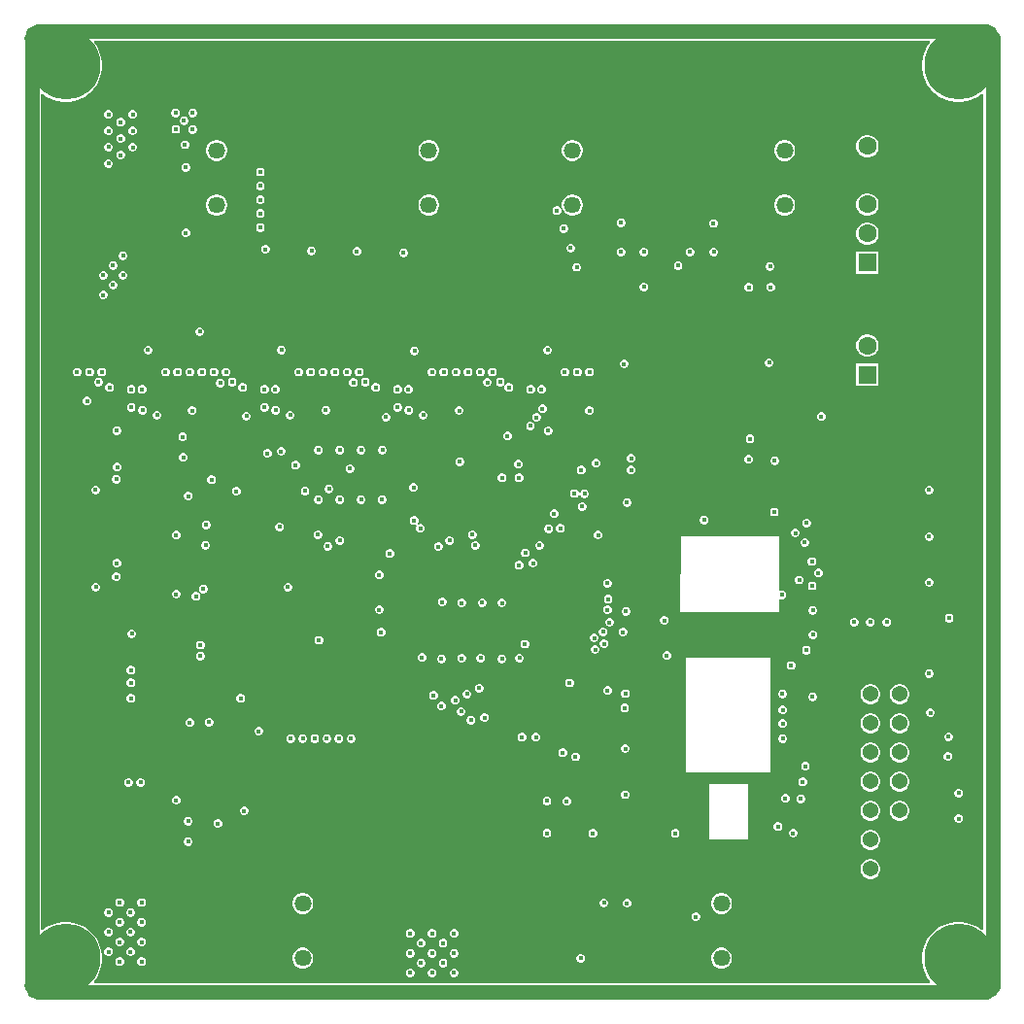
<source format=gbr>
G04*
G04 #@! TF.GenerationSoftware,Altium Limited,Altium Designer,24.1.2 (44)*
G04*
G04 Layer_Physical_Order=2*
G04 Layer_Color=15724527*
%FSLAX44Y44*%
%MOMM*%
G71*
G04*
G04 #@! TF.SameCoordinates,1E5C80FD-96BC-4AB1-9BEB-1594B19F9C97*
G04*
G04*
G04 #@! TF.FilePolarity,Positive*
G04*
G01*
G75*
%ADD25C,1.2700*%
%ADD120R,1.6000X1.6000*%
%ADD121C,1.6000*%
%ADD122C,1.4580*%
%ADD123C,0.3000*%
%ADD124C,1.3700*%
%ADD125R,1.3700X1.3700*%
%ADD126C,1.0000*%
%ADD127C,6.0000*%
%ADD128C,0.4000*%
%ADD129R,2.0320X2.3114*%
G36*
X788735Y835446D02*
X789382Y834176D01*
X786822Y830653D01*
X784551Y826196D01*
X783006Y821439D01*
X782223Y816498D01*
Y811496D01*
X783006Y806555D01*
X784551Y801797D01*
X786822Y797340D01*
X789763Y793294D01*
X793300Y789756D01*
X797347Y786816D01*
X801804Y784545D01*
X806561Y782999D01*
X811502Y782217D01*
X816504D01*
X821445Y782999D01*
X826202Y784545D01*
X830659Y786816D01*
X834183Y789376D01*
X835453Y788729D01*
X835453Y61265D01*
X834183Y60618D01*
X830659Y63177D01*
X826202Y65448D01*
X821445Y66994D01*
X816504Y67777D01*
X811502D01*
X806561Y66994D01*
X801804Y65448D01*
X797347Y63177D01*
X793300Y60237D01*
X789763Y56700D01*
X786822Y52653D01*
X784551Y48196D01*
X783006Y43439D01*
X782223Y38498D01*
Y33496D01*
X783006Y28555D01*
X784551Y23798D01*
X786822Y19340D01*
X789382Y15817D01*
X788735Y14547D01*
X61271Y14547D01*
X60624Y15817D01*
X63184Y19340D01*
X65455Y23798D01*
X67000Y28555D01*
X67783Y33496D01*
Y38498D01*
X67000Y43439D01*
X65455Y48196D01*
X63184Y52653D01*
X60244Y56700D01*
X56706Y60237D01*
X52659Y63177D01*
X48202Y65448D01*
X43445Y66994D01*
X38504Y67777D01*
X33502D01*
X28561Y66994D01*
X23804Y65448D01*
X19347Y63177D01*
X15823Y60618D01*
X14553Y61265D01*
X14554Y788729D01*
X15824Y789376D01*
X19347Y786816D01*
X23804Y784545D01*
X28561Y782999D01*
X33502Y782217D01*
X38504D01*
X43445Y782999D01*
X48202Y784545D01*
X52659Y786816D01*
X56706Y789756D01*
X60244Y793294D01*
X63184Y797340D01*
X65455Y801797D01*
X67000Y806555D01*
X67783Y811496D01*
Y816498D01*
X67000Y821439D01*
X65455Y826196D01*
X63184Y830653D01*
X60624Y834176D01*
X61271Y835446D01*
X788735Y835446D01*
D02*
G37*
%LPC*%
G36*
X147402Y776575D02*
X145898D01*
X144509Y775999D01*
X143445Y774936D01*
X142870Y773547D01*
Y772043D01*
X143445Y770653D01*
X144509Y769590D01*
X145898Y769015D01*
X147402D01*
X148791Y769590D01*
X149854Y770653D01*
X150430Y772043D01*
Y773547D01*
X149854Y774936D01*
X148791Y775999D01*
X147402Y776575D01*
D02*
G37*
G36*
X132556Y776469D02*
X131052D01*
X129663Y775894D01*
X128600Y774830D01*
X128024Y773441D01*
Y771937D01*
X128600Y770548D01*
X129663Y769485D01*
X131052Y768909D01*
X132556D01*
X133945Y769485D01*
X135009Y770548D01*
X135584Y771937D01*
Y773441D01*
X135009Y774830D01*
X133945Y775894D01*
X132556Y776469D01*
D02*
G37*
G36*
X95115Y775198D02*
X93611D01*
X92222Y774622D01*
X91159Y773559D01*
X90583Y772170D01*
Y770666D01*
X91159Y769277D01*
X92222Y768213D01*
X93611Y767638D01*
X95115D01*
X96504Y768213D01*
X97568Y769277D01*
X98143Y770666D01*
Y772170D01*
X97568Y773559D01*
X96504Y774622D01*
X95115Y775198D01*
D02*
G37*
G36*
X74034D02*
X72530D01*
X71141Y774622D01*
X70078Y773559D01*
X69502Y772170D01*
Y770666D01*
X70078Y769277D01*
X71141Y768213D01*
X72530Y767638D01*
X74034D01*
X75423Y768213D01*
X76487Y769277D01*
X77062Y770666D01*
Y772170D01*
X76487Y773559D01*
X75423Y774622D01*
X74034Y775198D01*
D02*
G37*
G36*
X139926Y769731D02*
X138422D01*
X137033Y769155D01*
X135970Y768092D01*
X135394Y766703D01*
Y765199D01*
X135970Y763810D01*
X137033Y762746D01*
X138422Y762171D01*
X139926D01*
X141315Y762746D01*
X142379Y763810D01*
X142954Y765199D01*
Y766703D01*
X142379Y768092D01*
X141315Y769155D01*
X139926Y769731D01*
D02*
G37*
G36*
X84574Y768354D02*
X83071D01*
X81681Y767778D01*
X80618Y766715D01*
X80043Y765326D01*
Y763822D01*
X80618Y762433D01*
X81681Y761369D01*
X83071Y760794D01*
X84574D01*
X85964Y761369D01*
X87027Y762433D01*
X87603Y763822D01*
Y765326D01*
X87027Y766715D01*
X85964Y767778D01*
X84574Y768354D01*
D02*
G37*
G36*
X132767Y762308D02*
X131263D01*
X129874Y761732D01*
X128810Y760669D01*
X128235Y759280D01*
Y757776D01*
X128810Y756387D01*
X129874Y755323D01*
X131263Y754748D01*
X132767D01*
X134156Y755323D01*
X135219Y756387D01*
X135795Y757776D01*
Y759280D01*
X135219Y760669D01*
X134156Y761732D01*
X132767Y762308D01*
D02*
G37*
G36*
X147191Y762255D02*
X145687D01*
X144298Y761680D01*
X143235Y760617D01*
X142659Y759227D01*
Y757723D01*
X143235Y756334D01*
X144298Y755271D01*
X145687Y754695D01*
X147191D01*
X148581Y755271D01*
X149644Y756334D01*
X150219Y757723D01*
Y759227D01*
X149644Y760617D01*
X148581Y761680D01*
X147191Y762255D01*
D02*
G37*
G36*
X74034Y760931D02*
X72530D01*
X71141Y760356D01*
X70078Y759292D01*
X69502Y757903D01*
Y756399D01*
X70078Y755010D01*
X71141Y753946D01*
X72530Y753371D01*
X74034D01*
X75423Y753946D01*
X76487Y755010D01*
X77062Y756399D01*
Y757903D01*
X76487Y759292D01*
X75423Y760356D01*
X74034Y760931D01*
D02*
G37*
G36*
X95115Y760878D02*
X93611D01*
X92222Y760303D01*
X91159Y759240D01*
X90583Y757850D01*
Y756347D01*
X91159Y754957D01*
X92222Y753894D01*
X93611Y753318D01*
X95115D01*
X96504Y753894D01*
X97568Y754957D01*
X98143Y756347D01*
Y757850D01*
X97568Y759240D01*
X96504Y760303D01*
X95115Y760878D01*
D02*
G37*
G36*
X84574Y754087D02*
X83071D01*
X81681Y753512D01*
X80618Y752448D01*
X80043Y751059D01*
Y749555D01*
X80618Y748166D01*
X81681Y747103D01*
X83071Y746527D01*
X84574D01*
X85964Y747103D01*
X87027Y748166D01*
X87603Y749555D01*
Y751059D01*
X87027Y752448D01*
X85964Y753512D01*
X84574Y754087D01*
D02*
G37*
G36*
X140751Y748777D02*
X139248D01*
X137858Y748201D01*
X136795Y747138D01*
X136219Y745749D01*
Y744245D01*
X136795Y742856D01*
X137858Y741792D01*
X139248Y741217D01*
X140751D01*
X142141Y741792D01*
X143204Y742856D01*
X143779Y744245D01*
Y745749D01*
X143204Y747138D01*
X142141Y748201D01*
X140751Y748777D01*
D02*
G37*
G36*
X74034Y746664D02*
X72530D01*
X71141Y746089D01*
X70078Y745025D01*
X69502Y743636D01*
Y742132D01*
X70078Y740743D01*
X71141Y739680D01*
X72530Y739104D01*
X74034D01*
X75423Y739680D01*
X76487Y740743D01*
X77062Y742132D01*
Y743636D01*
X76487Y745025D01*
X75423Y746089D01*
X74034Y746664D01*
D02*
G37*
G36*
X95115Y746612D02*
X93611D01*
X92222Y746036D01*
X91159Y744973D01*
X90583Y743584D01*
Y742080D01*
X91159Y740690D01*
X92222Y739627D01*
X93611Y739052D01*
X95115D01*
X96504Y739627D01*
X97568Y740690D01*
X98143Y742080D01*
Y743584D01*
X97568Y744973D01*
X96504Y746036D01*
X95115Y746612D01*
D02*
G37*
G36*
X735891Y753545D02*
X733316D01*
X730828Y752879D01*
X728598Y751591D01*
X726777Y749771D01*
X725490Y747540D01*
X724823Y745053D01*
Y742478D01*
X725490Y739990D01*
X726777Y737760D01*
X728598Y735939D01*
X730828Y734652D01*
X733316Y733985D01*
X735891D01*
X738378Y734652D01*
X740608Y735939D01*
X742429Y737760D01*
X743717Y739990D01*
X744383Y742478D01*
Y745053D01*
X743717Y747540D01*
X742429Y749771D01*
X740608Y751591D01*
X738378Y752879D01*
X735891Y753545D01*
D02*
G37*
G36*
X84574Y739820D02*
X83071D01*
X81681Y739245D01*
X80618Y738182D01*
X80043Y736792D01*
Y735288D01*
X80618Y733899D01*
X81681Y732836D01*
X83071Y732260D01*
X84574D01*
X85964Y732836D01*
X87027Y733899D01*
X87603Y735288D01*
Y736792D01*
X87027Y738182D01*
X85964Y739245D01*
X84574Y739820D01*
D02*
G37*
G36*
X663697Y749067D02*
X661309D01*
X659002Y748449D01*
X656934Y747255D01*
X655245Y745566D01*
X654051Y743498D01*
X653433Y741191D01*
Y738803D01*
X654051Y736496D01*
X655245Y734428D01*
X656934Y732739D01*
X659002Y731545D01*
X661309Y730927D01*
X663697D01*
X666004Y731545D01*
X668072Y732739D01*
X669761Y734428D01*
X670955Y736496D01*
X671573Y738803D01*
Y741191D01*
X670955Y743498D01*
X669761Y745566D01*
X668072Y747255D01*
X666004Y748449D01*
X663697Y749067D01*
D02*
G37*
G36*
X478697D02*
X476309D01*
X474002Y748449D01*
X471934Y747255D01*
X470245Y745566D01*
X469051Y743498D01*
X468433Y741191D01*
Y738803D01*
X469051Y736496D01*
X470245Y734428D01*
X471934Y732739D01*
X474002Y731545D01*
X476309Y730927D01*
X478697D01*
X481004Y731545D01*
X483072Y732739D01*
X484761Y734428D01*
X485955Y736496D01*
X486573Y738803D01*
Y741191D01*
X485955Y743498D01*
X484761Y745566D01*
X483072Y747255D01*
X481004Y748449D01*
X478697Y749067D01*
D02*
G37*
G36*
X353697Y749067D02*
X351309D01*
X349002Y748449D01*
X346934Y747255D01*
X345245Y745566D01*
X344051Y743498D01*
X343433Y741191D01*
Y738803D01*
X344051Y736496D01*
X345245Y734428D01*
X346934Y732739D01*
X349002Y731545D01*
X351309Y730927D01*
X353697D01*
X356004Y731545D01*
X358072Y732739D01*
X359761Y734428D01*
X360955Y736496D01*
X361573Y738803D01*
Y741191D01*
X360955Y743498D01*
X359761Y745566D01*
X358072Y747255D01*
X356004Y748449D01*
X353697Y749067D01*
D02*
G37*
G36*
X168697D02*
X166309D01*
X164002Y748449D01*
X161934Y747255D01*
X160245Y745566D01*
X159051Y743498D01*
X158433Y741191D01*
Y738803D01*
X159051Y736496D01*
X160245Y734428D01*
X161934Y732739D01*
X164002Y731545D01*
X166309Y730927D01*
X168697D01*
X171004Y731545D01*
X173072Y732739D01*
X174761Y734428D01*
X175955Y736496D01*
X176573Y738803D01*
Y741191D01*
X175955Y743498D01*
X174761Y745566D01*
X173072Y747255D01*
X171004Y748449D01*
X168697Y749067D01*
D02*
G37*
G36*
X74034Y732398D02*
X72530D01*
X71141Y731822D01*
X70078Y730759D01*
X69502Y729369D01*
Y727866D01*
X70078Y726476D01*
X71141Y725413D01*
X72530Y724837D01*
X74034D01*
X75423Y725413D01*
X76487Y726476D01*
X77062Y727866D01*
Y729369D01*
X76487Y730759D01*
X75423Y731822D01*
X74034Y732398D01*
D02*
G37*
G36*
X141407Y729193D02*
X139903D01*
X138514Y728618D01*
X137451Y727554D01*
X136875Y726165D01*
Y724661D01*
X137451Y723272D01*
X138514Y722209D01*
X139903Y721633D01*
X141407D01*
X142797Y722209D01*
X143860Y723272D01*
X144435Y724661D01*
Y726165D01*
X143860Y727554D01*
X142797Y728618D01*
X141407Y729193D01*
D02*
G37*
G36*
X206400Y725052D02*
X204896D01*
X203507Y724477D01*
X202443Y723413D01*
X201868Y722024D01*
Y720520D01*
X202443Y719131D01*
X203507Y718068D01*
X204896Y717492D01*
X206400D01*
X207789Y718068D01*
X208852Y719131D01*
X209428Y720520D01*
Y722024D01*
X208852Y723413D01*
X207789Y724477D01*
X206400Y725052D01*
D02*
G37*
G36*
Y712945D02*
X204896D01*
X203507Y712369D01*
X202443Y711306D01*
X201868Y709917D01*
Y708413D01*
X202443Y707024D01*
X203507Y705960D01*
X204896Y705385D01*
X206400D01*
X207789Y705960D01*
X208852Y707024D01*
X209428Y708413D01*
Y709917D01*
X208852Y711306D01*
X207789Y712369D01*
X206400Y712945D01*
D02*
G37*
G36*
Y700837D02*
X204896D01*
X203507Y700262D01*
X202443Y699199D01*
X201868Y697809D01*
Y696306D01*
X202443Y694916D01*
X203507Y693853D01*
X204896Y693278D01*
X206400D01*
X207789Y693853D01*
X208852Y694916D01*
X209428Y696306D01*
Y697809D01*
X208852Y699199D01*
X207789Y700262D01*
X206400Y700837D01*
D02*
G37*
G36*
X464801Y691324D02*
X463297D01*
X461908Y690748D01*
X460844Y689685D01*
X460269Y688296D01*
Y686792D01*
X460844Y685403D01*
X461908Y684339D01*
X463297Y683764D01*
X464801D01*
X466190Y684339D01*
X467253Y685403D01*
X467829Y686792D01*
Y688296D01*
X467253Y689685D01*
X466190Y690748D01*
X464801Y691324D01*
D02*
G37*
G36*
X663697Y701567D02*
X661309D01*
X659002Y700949D01*
X656934Y699755D01*
X655245Y698066D01*
X654051Y695998D01*
X653433Y693691D01*
Y691303D01*
X654051Y688996D01*
X655245Y686928D01*
X656934Y685239D01*
X659002Y684045D01*
X661309Y683427D01*
X663697D01*
X666004Y684045D01*
X668072Y685239D01*
X669761Y686928D01*
X670955Y688996D01*
X671573Y691303D01*
Y693691D01*
X670955Y695998D01*
X669761Y698066D01*
X668072Y699755D01*
X666004Y700949D01*
X663697Y701567D01*
D02*
G37*
G36*
X478697D02*
X476309D01*
X474002Y700949D01*
X471934Y699755D01*
X470245Y698066D01*
X469051Y695998D01*
X468433Y693691D01*
Y691303D01*
X469051Y688996D01*
X470245Y686928D01*
X471934Y685239D01*
X474002Y684045D01*
X476309Y683427D01*
X478697D01*
X481004Y684045D01*
X483072Y685239D01*
X484761Y686928D01*
X485955Y688996D01*
X486573Y691303D01*
Y693691D01*
X485955Y695998D01*
X484761Y698066D01*
X483072Y699755D01*
X481004Y700949D01*
X478697Y701567D01*
D02*
G37*
G36*
X353697Y701567D02*
X351309D01*
X349002Y700949D01*
X346934Y699755D01*
X345245Y698066D01*
X344051Y695998D01*
X343433Y693691D01*
Y691303D01*
X344051Y688996D01*
X345245Y686928D01*
X346934Y685239D01*
X349002Y684045D01*
X351309Y683427D01*
X353697D01*
X356004Y684045D01*
X358072Y685239D01*
X359761Y686928D01*
X360955Y688996D01*
X361573Y691303D01*
Y693691D01*
X360955Y695998D01*
X359761Y698066D01*
X358072Y699755D01*
X356004Y700949D01*
X353697Y701567D01*
D02*
G37*
G36*
X168697D02*
X166309D01*
X164002Y700949D01*
X161934Y699755D01*
X160245Y698066D01*
X159051Y695998D01*
X158433Y693691D01*
Y691303D01*
X159051Y688996D01*
X160245Y686928D01*
X161934Y685239D01*
X164002Y684045D01*
X166309Y683427D01*
X168697D01*
X171004Y684045D01*
X173072Y685239D01*
X174761Y686928D01*
X175955Y688996D01*
X176573Y691303D01*
Y693691D01*
X175955Y695998D01*
X174761Y698066D01*
X173072Y699755D01*
X171004Y700949D01*
X168697Y701567D01*
D02*
G37*
G36*
X735891Y702745D02*
X733316D01*
X730828Y702079D01*
X728598Y700791D01*
X726777Y698970D01*
X725490Y696740D01*
X724823Y694253D01*
Y691678D01*
X725490Y689191D01*
X726777Y686960D01*
X728598Y685139D01*
X730828Y683852D01*
X733316Y683185D01*
X735891D01*
X738378Y683852D01*
X740608Y685139D01*
X742429Y686960D01*
X743717Y689191D01*
X744383Y691678D01*
Y694253D01*
X743717Y696740D01*
X742429Y698970D01*
X740608Y700791D01*
X738378Y702079D01*
X735891Y702745D01*
D02*
G37*
G36*
X206400Y688730D02*
X204896D01*
X203507Y688155D01*
X202443Y687091D01*
X201868Y685702D01*
Y684198D01*
X202443Y682809D01*
X203507Y681746D01*
X204896Y681170D01*
X206400D01*
X207789Y681746D01*
X208852Y682809D01*
X209428Y684198D01*
Y685702D01*
X208852Y687091D01*
X207789Y688155D01*
X206400Y688730D01*
D02*
G37*
G36*
X520693Y680941D02*
X519189D01*
X517800Y680365D01*
X516736Y679302D01*
X516161Y677913D01*
Y676409D01*
X516736Y675020D01*
X517800Y673956D01*
X519189Y673381D01*
X520693D01*
X522082Y673956D01*
X523146Y675020D01*
X523721Y676409D01*
Y677913D01*
X523146Y679302D01*
X522082Y680365D01*
X520693Y680941D01*
D02*
G37*
G36*
X601211Y680179D02*
X599707D01*
X598318Y679603D01*
X597254Y678540D01*
X596679Y677151D01*
Y675647D01*
X597254Y674258D01*
X598318Y673194D01*
X599707Y672619D01*
X601211D01*
X602600Y673194D01*
X603664Y674258D01*
X604239Y675647D01*
Y677151D01*
X603664Y678540D01*
X602600Y679603D01*
X601211Y680179D01*
D02*
G37*
G36*
X206400Y676623D02*
X204896D01*
X203507Y676047D01*
X202443Y674984D01*
X201868Y673595D01*
Y672091D01*
X202443Y670702D01*
X203507Y669638D01*
X204896Y669063D01*
X206400D01*
X207789Y669638D01*
X208852Y670702D01*
X209428Y672091D01*
Y673595D01*
X208852Y674984D01*
X207789Y676047D01*
X206400Y676623D01*
D02*
G37*
G36*
X470790Y675826D02*
X469286D01*
X467897Y675250D01*
X466833Y674187D01*
X466258Y672798D01*
Y671294D01*
X466833Y669905D01*
X467897Y668841D01*
X469286Y668266D01*
X470790D01*
X472179Y668841D01*
X473242Y669905D01*
X473818Y671294D01*
Y672798D01*
X473242Y674187D01*
X472179Y675250D01*
X470790Y675826D01*
D02*
G37*
G36*
X141531Y671976D02*
X140027D01*
X138638Y671400D01*
X137575Y670337D01*
X136999Y668948D01*
Y667444D01*
X137575Y666054D01*
X138638Y664991D01*
X140027Y664416D01*
X141531D01*
X142921Y664991D01*
X143984Y666054D01*
X144559Y667444D01*
Y668948D01*
X143984Y670337D01*
X142921Y671400D01*
X141531Y671976D01*
D02*
G37*
G36*
X735891Y677345D02*
X733316D01*
X730828Y676679D01*
X728598Y675391D01*
X726777Y673570D01*
X725490Y671340D01*
X724823Y668853D01*
Y666278D01*
X725490Y663791D01*
X726777Y661560D01*
X728598Y659740D01*
X730828Y658452D01*
X733316Y657785D01*
X735891D01*
X738378Y658452D01*
X740608Y659740D01*
X742429Y661560D01*
X743717Y663791D01*
X744383Y666278D01*
Y668853D01*
X743717Y671340D01*
X742429Y673570D01*
X740608Y675391D01*
X738378Y676679D01*
X735891Y677345D01*
D02*
G37*
G36*
X476837Y658732D02*
X475333D01*
X473944Y658157D01*
X472881Y657093D01*
X472305Y655704D01*
Y654200D01*
X472881Y652811D01*
X473944Y651748D01*
X475333Y651172D01*
X476837D01*
X478227Y651748D01*
X479290Y652811D01*
X479865Y654200D01*
Y655704D01*
X479290Y657093D01*
X478227Y658157D01*
X476837Y658732D01*
D02*
G37*
G36*
X210814Y657650D02*
X209310D01*
X207921Y657074D01*
X206858Y656011D01*
X206282Y654621D01*
Y653118D01*
X206858Y651728D01*
X207921Y650665D01*
X209310Y650089D01*
X210814D01*
X212204Y650665D01*
X213267Y651728D01*
X213842Y653118D01*
Y654621D01*
X213267Y656011D01*
X212204Y657074D01*
X210814Y657650D01*
D02*
G37*
G36*
X250945Y656303D02*
X249441D01*
X248052Y655727D01*
X246989Y654664D01*
X246413Y653275D01*
Y651771D01*
X246989Y650382D01*
X248052Y649318D01*
X249441Y648743D01*
X250945D01*
X252334Y649318D01*
X253398Y650382D01*
X253973Y651771D01*
Y653275D01*
X253398Y654664D01*
X252334Y655727D01*
X250945Y656303D01*
D02*
G37*
G36*
X290480Y655780D02*
X288976D01*
X287587Y655204D01*
X286524Y654141D01*
X285948Y652752D01*
Y651248D01*
X286524Y649859D01*
X287587Y648795D01*
X288976Y648220D01*
X290480D01*
X291869Y648795D01*
X292933Y649859D01*
X293508Y651248D01*
Y652752D01*
X292933Y654141D01*
X291869Y655204D01*
X290480Y655780D01*
D02*
G37*
G36*
X580755Y655277D02*
X579251D01*
X577862Y654701D01*
X576799Y653638D01*
X576223Y652249D01*
Y650745D01*
X576799Y649356D01*
X577862Y648292D01*
X579251Y647717D01*
X580755D01*
X582144Y648292D01*
X583208Y649356D01*
X583783Y650745D01*
Y652249D01*
X583208Y653638D01*
X582144Y654701D01*
X580755Y655277D01*
D02*
G37*
G36*
X540755D02*
X539251D01*
X537862Y654701D01*
X536799Y653638D01*
X536223Y652249D01*
Y650745D01*
X536799Y649356D01*
X537862Y648292D01*
X539251Y647717D01*
X540755D01*
X542144Y648292D01*
X543208Y649356D01*
X543783Y650745D01*
Y652249D01*
X543208Y653638D01*
X542144Y654701D01*
X540755Y655277D01*
D02*
G37*
G36*
X520755D02*
X519251D01*
X517862Y654701D01*
X516799Y653638D01*
X516223Y652249D01*
Y650745D01*
X516799Y649356D01*
X517862Y648292D01*
X519251Y647717D01*
X520755D01*
X522144Y648292D01*
X523208Y649356D01*
X523783Y650745D01*
Y652249D01*
X523208Y653638D01*
X522144Y654701D01*
X520755Y655277D01*
D02*
G37*
G36*
X601538Y655204D02*
X600034D01*
X598645Y654628D01*
X597581Y653565D01*
X597006Y652176D01*
Y650672D01*
X597581Y649282D01*
X598645Y648219D01*
X600034Y647644D01*
X601538D01*
X602927Y648219D01*
X603991Y649282D01*
X604566Y650672D01*
Y652176D01*
X603991Y653565D01*
X602927Y654628D01*
X601538Y655204D01*
D02*
G37*
G36*
X331255Y654734D02*
X329751D01*
X328362Y654158D01*
X327299Y653095D01*
X326723Y651706D01*
Y650202D01*
X327299Y648813D01*
X328362Y647749D01*
X329751Y647174D01*
X331255D01*
X332644Y647749D01*
X333708Y648813D01*
X334283Y650202D01*
Y651706D01*
X333708Y653095D01*
X332644Y654158D01*
X331255Y654734D01*
D02*
G37*
G36*
X86647Y652132D02*
X85144D01*
X83754Y651556D01*
X82691Y650493D01*
X82115Y649104D01*
Y647600D01*
X82691Y646210D01*
X83754Y645147D01*
X85144Y644572D01*
X86647D01*
X88037Y645147D01*
X89100Y646210D01*
X89676Y647600D01*
Y649104D01*
X89100Y650493D01*
X88037Y651556D01*
X86647Y652132D01*
D02*
G37*
G36*
X78096Y643568D02*
X76592D01*
X75203Y642993D01*
X74139Y641930D01*
X73564Y640540D01*
Y639036D01*
X74139Y637647D01*
X75203Y636584D01*
X76592Y636008D01*
X78096D01*
X79485Y636584D01*
X80549Y637647D01*
X81124Y639036D01*
Y640540D01*
X80549Y641930D01*
X79485Y642993D01*
X78096Y643568D01*
D02*
G37*
G36*
X570477Y643349D02*
X568973D01*
X567584Y642773D01*
X566521Y641710D01*
X565945Y640321D01*
Y638817D01*
X566521Y637428D01*
X567584Y636364D01*
X568973Y635789D01*
X570477D01*
X571866Y636364D01*
X572930Y637428D01*
X573505Y638817D01*
Y640321D01*
X572930Y641710D01*
X571866Y642773D01*
X570477Y643349D01*
D02*
G37*
G36*
X650502Y642841D02*
X648998D01*
X647609Y642265D01*
X646545Y641202D01*
X645970Y639813D01*
Y638309D01*
X646545Y636920D01*
X647609Y635856D01*
X648998Y635281D01*
X650502D01*
X651891Y635856D01*
X652955Y636920D01*
X653530Y638309D01*
Y639813D01*
X652955Y641202D01*
X651891Y642265D01*
X650502Y642841D01*
D02*
G37*
G36*
X482020Y642045D02*
X480516D01*
X479127Y641469D01*
X478064Y640406D01*
X477488Y639016D01*
Y637513D01*
X478064Y636123D01*
X479127Y635060D01*
X480516Y634484D01*
X482020D01*
X483409Y635060D01*
X484473Y636123D01*
X485048Y637513D01*
Y639016D01*
X484473Y640406D01*
X483409Y641469D01*
X482020Y642045D01*
D02*
G37*
G36*
X744383Y651945D02*
X724823D01*
Y632385D01*
X744383D01*
Y651945D01*
D02*
G37*
G36*
X86647Y635005D02*
X85144D01*
X83754Y634430D01*
X82691Y633366D01*
X82115Y631977D01*
Y630473D01*
X82691Y629084D01*
X83754Y628021D01*
X85144Y627445D01*
X86647D01*
X88037Y628021D01*
X89100Y629084D01*
X89676Y630473D01*
Y631977D01*
X89100Y633366D01*
X88037Y634430D01*
X86647Y635005D01*
D02*
G37*
G36*
X69545D02*
X68041D01*
X66652Y634430D01*
X65588Y633366D01*
X65013Y631977D01*
Y630473D01*
X65588Y629084D01*
X66652Y628021D01*
X68041Y627445D01*
X69545D01*
X70934Y628021D01*
X71997Y629084D01*
X72573Y630473D01*
Y631977D01*
X71997Y633366D01*
X70934Y634430D01*
X69545Y635005D01*
D02*
G37*
G36*
X78096Y626442D02*
X76592D01*
X75203Y625866D01*
X74139Y624803D01*
X73564Y623414D01*
Y621910D01*
X74139Y620521D01*
X75203Y619457D01*
X76592Y618882D01*
X78096D01*
X79485Y619457D01*
X80549Y620521D01*
X81124Y621910D01*
Y623414D01*
X80549Y624803D01*
X79485Y625866D01*
X78096Y626442D01*
D02*
G37*
G36*
X540624Y624809D02*
X539120D01*
X537731Y624234D01*
X536668Y623171D01*
X536092Y621781D01*
Y620278D01*
X536668Y618888D01*
X537731Y617825D01*
X539120Y617249D01*
X540624D01*
X542013Y617825D01*
X543077Y618888D01*
X543652Y620278D01*
Y621781D01*
X543077Y623171D01*
X542013Y624234D01*
X540624Y624809D01*
D02*
G37*
G36*
X650995Y624553D02*
X649491D01*
X648102Y623977D01*
X647038Y622914D01*
X646463Y621525D01*
Y620021D01*
X647038Y618632D01*
X648102Y617568D01*
X649491Y616993D01*
X650995D01*
X652384Y617568D01*
X653448Y618632D01*
X654023Y620021D01*
Y621525D01*
X653448Y622914D01*
X652384Y623977D01*
X650995Y624553D01*
D02*
G37*
G36*
X632099Y624457D02*
X630595D01*
X629206Y623882D01*
X628142Y622819D01*
X627567Y621429D01*
Y619925D01*
X628142Y618536D01*
X629206Y617473D01*
X630595Y616897D01*
X632099D01*
X633488Y617473D01*
X634552Y618536D01*
X635127Y619925D01*
Y621429D01*
X634552Y622819D01*
X633488Y623882D01*
X632099Y624457D01*
D02*
G37*
G36*
X69545Y617878D02*
X68041D01*
X66652Y617303D01*
X65588Y616240D01*
X65013Y614850D01*
Y613346D01*
X65588Y611957D01*
X66652Y610894D01*
X68041Y610318D01*
X69545D01*
X70934Y610894D01*
X71997Y611957D01*
X72573Y613346D01*
Y614850D01*
X71997Y616240D01*
X70934Y617303D01*
X69545Y617878D01*
D02*
G37*
G36*
X153577Y585777D02*
X152073D01*
X150683Y585202D01*
X149620Y584138D01*
X149045Y582749D01*
Y581245D01*
X149620Y579856D01*
X150683Y578793D01*
X152073Y578217D01*
X153577D01*
X154966Y578793D01*
X156029Y579856D01*
X156605Y581245D01*
Y582749D01*
X156029Y584138D01*
X154966Y585202D01*
X153577Y585777D01*
D02*
G37*
G36*
X224783Y569943D02*
X223279D01*
X221890Y569367D01*
X220826Y568304D01*
X220251Y566915D01*
Y565411D01*
X220826Y564022D01*
X221890Y562958D01*
X223279Y562383D01*
X224783D01*
X226172Y562958D01*
X227236Y564022D01*
X227811Y565411D01*
Y566915D01*
X227236Y568304D01*
X226172Y569367D01*
X224783Y569943D01*
D02*
G37*
G36*
X108561Y569692D02*
X107058D01*
X105668Y569117D01*
X104605Y568054D01*
X104029Y566664D01*
Y565161D01*
X104605Y563771D01*
X105668Y562708D01*
X107058Y562132D01*
X108561D01*
X109951Y562708D01*
X111014Y563771D01*
X111589Y565161D01*
Y566664D01*
X111014Y568054D01*
X109951Y569117D01*
X108561Y569692D01*
D02*
G37*
G36*
X456685Y569689D02*
X455181D01*
X453792Y569113D01*
X452729Y568050D01*
X452153Y566661D01*
Y565157D01*
X452729Y563768D01*
X453792Y562704D01*
X455181Y562129D01*
X456685D01*
X458074Y562704D01*
X459138Y563768D01*
X459713Y565157D01*
Y566661D01*
X459138Y568050D01*
X458074Y569113D01*
X456685Y569689D01*
D02*
G37*
G36*
X340607Y569181D02*
X339103D01*
X337714Y568605D01*
X336651Y567542D01*
X336075Y566153D01*
Y564649D01*
X336651Y563260D01*
X337714Y562196D01*
X339103Y561621D01*
X340607D01*
X341996Y562196D01*
X343060Y563260D01*
X343635Y564649D01*
Y566153D01*
X343060Y567542D01*
X341996Y568605D01*
X340607Y569181D01*
D02*
G37*
G36*
X735891Y579777D02*
X733316D01*
X730828Y579110D01*
X728598Y577823D01*
X726777Y576002D01*
X725490Y573772D01*
X724823Y571284D01*
Y568709D01*
X725490Y566222D01*
X726777Y563992D01*
X728598Y562171D01*
X730828Y560883D01*
X733316Y560217D01*
X735891D01*
X738378Y560883D01*
X740608Y562171D01*
X742429Y563992D01*
X743717Y566222D01*
X744383Y568709D01*
Y571284D01*
X743717Y573772D01*
X742429Y576002D01*
X740608Y577823D01*
X738378Y579110D01*
X735891Y579777D01*
D02*
G37*
G36*
X649688Y558700D02*
X648184D01*
X646795Y558125D01*
X645731Y557061D01*
X645156Y555672D01*
Y554168D01*
X645731Y552779D01*
X646795Y551716D01*
X648184Y551140D01*
X649688D01*
X651077Y551716D01*
X652140Y552779D01*
X652716Y554168D01*
Y555672D01*
X652140Y557061D01*
X651077Y558125D01*
X649688Y558700D01*
D02*
G37*
G36*
X523410Y557798D02*
X521906D01*
X520517Y557222D01*
X519453Y556159D01*
X518878Y554769D01*
Y553266D01*
X519453Y551876D01*
X520517Y550813D01*
X521906Y550238D01*
X523410D01*
X524799Y550813D01*
X525862Y551876D01*
X526438Y553266D01*
Y554769D01*
X525862Y556159D01*
X524799Y557222D01*
X523410Y557798D01*
D02*
G37*
G36*
X493206Y550642D02*
X491703D01*
X490313Y550067D01*
X489250Y549003D01*
X488675Y547614D01*
Y546110D01*
X489250Y544721D01*
X490313Y543658D01*
X491703Y543082D01*
X493206D01*
X494596Y543658D01*
X495659Y544721D01*
X496235Y546110D01*
Y547614D01*
X495659Y549003D01*
X494596Y550067D01*
X493206Y550642D01*
D02*
G37*
G36*
X482457D02*
X480953D01*
X479564Y550067D01*
X478501Y549003D01*
X477925Y547614D01*
Y546110D01*
X478501Y544721D01*
X479564Y543658D01*
X480953Y543082D01*
X482457D01*
X483847Y543658D01*
X484910Y544721D01*
X485485Y546110D01*
Y547614D01*
X484910Y549003D01*
X483847Y550067D01*
X482457Y550642D01*
D02*
G37*
G36*
X471708D02*
X470205D01*
X468815Y550067D01*
X467752Y549003D01*
X467176Y547614D01*
Y546110D01*
X467752Y544721D01*
X468815Y543658D01*
X470205Y543082D01*
X471708D01*
X473098Y543658D01*
X474161Y544721D01*
X474736Y546110D01*
Y547614D01*
X474161Y549003D01*
X473098Y550067D01*
X471708Y550642D01*
D02*
G37*
G36*
X408590D02*
X407086D01*
X405697Y550067D01*
X404634Y549003D01*
X404058Y547614D01*
Y546110D01*
X404634Y544721D01*
X405697Y543658D01*
X407086Y543082D01*
X408590D01*
X409980Y543658D01*
X411043Y544721D01*
X411618Y546110D01*
Y547614D01*
X411043Y549003D01*
X409980Y550067D01*
X408590Y550642D01*
D02*
G37*
G36*
X398041D02*
X396537D01*
X395148Y550067D01*
X394084Y549003D01*
X393509Y547614D01*
Y546110D01*
X394084Y544721D01*
X395148Y543658D01*
X396537Y543082D01*
X398041D01*
X399430Y543658D01*
X400494Y544721D01*
X401069Y546110D01*
Y547614D01*
X400494Y549003D01*
X399430Y550067D01*
X398041Y550642D01*
D02*
G37*
G36*
X387492D02*
X385988D01*
X384599Y550067D01*
X383535Y549003D01*
X382960Y547614D01*
Y546110D01*
X383535Y544721D01*
X384599Y543658D01*
X385988Y543082D01*
X387492D01*
X388881Y543658D01*
X389944Y544721D01*
X390520Y546110D01*
Y547614D01*
X389944Y549003D01*
X388881Y550067D01*
X387492Y550642D01*
D02*
G37*
G36*
X376942D02*
X375438D01*
X374049Y550067D01*
X372986Y549003D01*
X372410Y547614D01*
Y546110D01*
X372986Y544721D01*
X374049Y543658D01*
X375438Y543082D01*
X376942D01*
X378332Y543658D01*
X379395Y544721D01*
X379970Y546110D01*
Y547614D01*
X379395Y549003D01*
X378332Y550067D01*
X376942Y550642D01*
D02*
G37*
G36*
X366393D02*
X364889D01*
X363500Y550067D01*
X362436Y549003D01*
X361861Y547614D01*
Y546110D01*
X362436Y544721D01*
X363500Y543658D01*
X364889Y543082D01*
X366393D01*
X367782Y543658D01*
X368846Y544721D01*
X369421Y546110D01*
Y547614D01*
X368846Y549003D01*
X367782Y550067D01*
X366393Y550642D01*
D02*
G37*
G36*
X355844D02*
X354340D01*
X352951Y550067D01*
X351887Y549003D01*
X351312Y547614D01*
Y546110D01*
X351887Y544721D01*
X352951Y543658D01*
X354340Y543082D01*
X355844D01*
X357233Y543658D01*
X358296Y544721D01*
X358872Y546110D01*
Y547614D01*
X358296Y549003D01*
X357233Y550067D01*
X355844Y550642D01*
D02*
G37*
G36*
X292559D02*
X291055D01*
X289666Y550067D01*
X288602Y549003D01*
X288027Y547614D01*
Y546110D01*
X288602Y544721D01*
X289666Y543658D01*
X291055Y543082D01*
X292559D01*
X293948Y543658D01*
X295012Y544721D01*
X295587Y546110D01*
Y547614D01*
X295012Y549003D01*
X293948Y550067D01*
X292559Y550642D01*
D02*
G37*
G36*
X282010D02*
X280506D01*
X279116Y550067D01*
X278053Y549003D01*
X277478Y547614D01*
Y546110D01*
X278053Y544721D01*
X279116Y543658D01*
X280506Y543082D01*
X282010D01*
X283399Y543658D01*
X284462Y544721D01*
X285038Y546110D01*
Y547614D01*
X284462Y549003D01*
X283399Y550067D01*
X282010Y550642D01*
D02*
G37*
G36*
X271460D02*
X269956D01*
X268567Y550067D01*
X267504Y549003D01*
X266928Y547614D01*
Y546110D01*
X267504Y544721D01*
X268567Y543658D01*
X269956Y543082D01*
X271460D01*
X272850Y543658D01*
X273913Y544721D01*
X274488Y546110D01*
Y547614D01*
X273913Y549003D01*
X272850Y550067D01*
X271460Y550642D01*
D02*
G37*
G36*
X260911D02*
X259407D01*
X258018Y550067D01*
X256954Y549003D01*
X256379Y547614D01*
Y546110D01*
X256954Y544721D01*
X258018Y543658D01*
X259407Y543082D01*
X260911D01*
X262300Y543658D01*
X263364Y544721D01*
X263939Y546110D01*
Y547614D01*
X263364Y549003D01*
X262300Y550067D01*
X260911Y550642D01*
D02*
G37*
G36*
X250362D02*
X248858D01*
X247469Y550067D01*
X246405Y549003D01*
X245830Y547614D01*
Y546110D01*
X246405Y544721D01*
X247469Y543658D01*
X248858Y543082D01*
X250362D01*
X251751Y543658D01*
X252814Y544721D01*
X253390Y546110D01*
Y547614D01*
X252814Y549003D01*
X251751Y550067D01*
X250362Y550642D01*
D02*
G37*
G36*
X239812D02*
X238309D01*
X236919Y550067D01*
X235856Y549003D01*
X235280Y547614D01*
Y546110D01*
X235856Y544721D01*
X236919Y543658D01*
X238309Y543082D01*
X239812D01*
X241202Y543658D01*
X242265Y544721D01*
X242840Y546110D01*
Y547614D01*
X242265Y549003D01*
X241202Y550067D01*
X239812Y550642D01*
D02*
G37*
G36*
X176528D02*
X175024D01*
X173634Y550067D01*
X172571Y549003D01*
X171996Y547614D01*
Y546110D01*
X172571Y544721D01*
X173634Y543658D01*
X175024Y543082D01*
X176528D01*
X177917Y543658D01*
X178980Y544721D01*
X179556Y546110D01*
Y547614D01*
X178980Y549003D01*
X177917Y550067D01*
X176528Y550642D01*
D02*
G37*
G36*
X165978D02*
X164475D01*
X163085Y550067D01*
X162022Y549003D01*
X161446Y547614D01*
Y546110D01*
X162022Y544721D01*
X163085Y543658D01*
X164475Y543082D01*
X165978D01*
X167368Y543658D01*
X168431Y544721D01*
X169006Y546110D01*
Y547614D01*
X168431Y549003D01*
X167368Y550067D01*
X165978Y550642D01*
D02*
G37*
G36*
X155429D02*
X153925D01*
X152536Y550067D01*
X151473Y549003D01*
X150897Y547614D01*
Y546110D01*
X151473Y544721D01*
X152536Y543658D01*
X153925Y543082D01*
X155429D01*
X156818Y543658D01*
X157882Y544721D01*
X158457Y546110D01*
Y547614D01*
X157882Y549003D01*
X156818Y550067D01*
X155429Y550642D01*
D02*
G37*
G36*
X144880D02*
X143376D01*
X141987Y550067D01*
X140923Y549003D01*
X140348Y547614D01*
Y546110D01*
X140923Y544721D01*
X141987Y543658D01*
X143376Y543082D01*
X144880D01*
X146269Y543658D01*
X147332Y544721D01*
X147908Y546110D01*
Y547614D01*
X147332Y549003D01*
X146269Y550067D01*
X144880Y550642D01*
D02*
G37*
G36*
X134330D02*
X132827D01*
X131437Y550067D01*
X130374Y549003D01*
X129798Y547614D01*
Y546110D01*
X130374Y544721D01*
X131437Y543658D01*
X132827Y543082D01*
X134330D01*
X135720Y543658D01*
X136783Y544721D01*
X137359Y546110D01*
Y547614D01*
X136783Y549003D01*
X135720Y550067D01*
X134330Y550642D01*
D02*
G37*
G36*
X123781D02*
X122277D01*
X120888Y550067D01*
X119825Y549003D01*
X119249Y547614D01*
Y546110D01*
X119825Y544721D01*
X120888Y543658D01*
X122277Y543082D01*
X123781D01*
X125170Y543658D01*
X126234Y544721D01*
X126809Y546110D01*
Y547614D01*
X126234Y549003D01*
X125170Y550067D01*
X123781Y550642D01*
D02*
G37*
G36*
X68278D02*
X66775D01*
X65385Y550067D01*
X64322Y549003D01*
X63747Y547614D01*
Y546110D01*
X64322Y544721D01*
X65385Y543658D01*
X66775Y543082D01*
X68278D01*
X69668Y543658D01*
X70731Y544721D01*
X71307Y546110D01*
Y547614D01*
X70731Y549003D01*
X69668Y550067D01*
X68278Y550642D01*
D02*
G37*
G36*
X57530D02*
X56026D01*
X54636Y550067D01*
X53573Y549003D01*
X52998Y547614D01*
Y546110D01*
X53573Y544721D01*
X54636Y543658D01*
X56026Y543082D01*
X57530D01*
X58919Y543658D01*
X59982Y544721D01*
X60558Y546110D01*
Y547614D01*
X59982Y549003D01*
X58919Y550067D01*
X57530Y550642D01*
D02*
G37*
G36*
X46780D02*
X45277D01*
X43887Y550067D01*
X42824Y549003D01*
X42249Y547614D01*
Y546110D01*
X42824Y544721D01*
X43887Y543658D01*
X45277Y543082D01*
X46780D01*
X48170Y543658D01*
X49233Y544721D01*
X49809Y546110D01*
Y547614D01*
X49233Y549003D01*
X48170Y550067D01*
X46780Y550642D01*
D02*
G37*
G36*
X744383Y554377D02*
X724823D01*
Y534817D01*
X744383D01*
Y554377D01*
D02*
G37*
G36*
X181870Y542083D02*
X180366D01*
X178977Y541507D01*
X177913Y540444D01*
X177338Y539055D01*
Y537551D01*
X177913Y536162D01*
X178977Y535098D01*
X180366Y534523D01*
X181870D01*
X183259Y535098D01*
X184322Y536162D01*
X184898Y537551D01*
Y539055D01*
X184322Y540444D01*
X183259Y541507D01*
X181870Y542083D01*
D02*
G37*
G36*
X297843Y542081D02*
X296339D01*
X294949Y541505D01*
X293886Y540442D01*
X293311Y539053D01*
Y537549D01*
X293886Y536160D01*
X294949Y535096D01*
X296339Y534521D01*
X297843D01*
X299232Y535096D01*
X300295Y536160D01*
X300871Y537549D01*
Y539053D01*
X300295Y540442D01*
X299232Y541505D01*
X297843Y542081D01*
D02*
G37*
G36*
X415518Y542035D02*
X414015D01*
X412625Y541459D01*
X411562Y540396D01*
X410987Y539007D01*
Y537503D01*
X411562Y536114D01*
X412625Y535050D01*
X414015Y534475D01*
X415518D01*
X416908Y535050D01*
X417971Y536114D01*
X418547Y537503D01*
Y539007D01*
X417971Y540396D01*
X416908Y541459D01*
X415518Y542035D01*
D02*
G37*
G36*
X65286Y542031D02*
X63783D01*
X62393Y541456D01*
X61330Y540392D01*
X60754Y539003D01*
Y537499D01*
X61330Y536110D01*
X62393Y535047D01*
X63783Y534471D01*
X65286D01*
X66676Y535047D01*
X67739Y536110D01*
X68314Y537499D01*
Y539003D01*
X67739Y540392D01*
X66676Y541456D01*
X65286Y542031D01*
D02*
G37*
G36*
X404139Y541717D02*
X402635D01*
X401246Y541142D01*
X400182Y540078D01*
X399607Y538689D01*
Y537185D01*
X400182Y535796D01*
X401246Y534733D01*
X402635Y534157D01*
X404139D01*
X405528Y534733D01*
X406592Y535796D01*
X407167Y537185D01*
Y538689D01*
X406592Y540078D01*
X405528Y541142D01*
X404139Y541717D01*
D02*
G37*
G36*
X287521Y541495D02*
X286017D01*
X284628Y540919D01*
X283564Y539856D01*
X282989Y538467D01*
Y536963D01*
X283564Y535574D01*
X284628Y534510D01*
X286017Y533935D01*
X287521D01*
X288910Y534510D01*
X289974Y535574D01*
X290549Y536963D01*
Y538467D01*
X289974Y539856D01*
X288910Y540919D01*
X287521Y541495D01*
D02*
G37*
G36*
X171476Y541285D02*
X169972D01*
X168583Y540709D01*
X167519Y539646D01*
X166944Y538257D01*
Y536753D01*
X167519Y535364D01*
X168583Y534300D01*
X169972Y533725D01*
X171476D01*
X172865Y534300D01*
X173929Y535364D01*
X174504Y536753D01*
Y538257D01*
X173929Y539646D01*
X172865Y540709D01*
X171476Y541285D01*
D02*
G37*
G36*
X423090Y537165D02*
X421586D01*
X420197Y536589D01*
X419134Y535526D01*
X418558Y534137D01*
Y532633D01*
X419134Y531244D01*
X420197Y530180D01*
X421586Y529605D01*
X423090D01*
X424479Y530180D01*
X425543Y531244D01*
X426118Y532633D01*
Y534137D01*
X425543Y535526D01*
X424479Y536589D01*
X423090Y537165D01*
D02*
G37*
G36*
X307059D02*
X305555D01*
X304166Y536589D01*
X303102Y535526D01*
X302527Y534137D01*
Y532633D01*
X303102Y531244D01*
X304166Y530180D01*
X305555Y529605D01*
X307059D01*
X308448Y530180D01*
X309511Y531244D01*
X310087Y532633D01*
Y534137D01*
X309511Y535526D01*
X308448Y536589D01*
X307059Y537165D01*
D02*
G37*
G36*
X191027D02*
X189524D01*
X188134Y536589D01*
X187071Y535526D01*
X186495Y534137D01*
Y532633D01*
X187071Y531244D01*
X188134Y530180D01*
X189524Y529605D01*
X191027D01*
X192417Y530180D01*
X193480Y531244D01*
X194056Y532633D01*
Y534137D01*
X193480Y535526D01*
X192417Y536589D01*
X191027Y537165D01*
D02*
G37*
G36*
X74996D02*
X73492D01*
X72103Y536589D01*
X71040Y535526D01*
X70464Y534137D01*
Y532633D01*
X71040Y531244D01*
X72103Y530180D01*
X73492Y529605D01*
X74996D01*
X76385Y530180D01*
X77449Y531244D01*
X78024Y532633D01*
Y534137D01*
X77449Y535526D01*
X76385Y536589D01*
X74996Y537165D01*
D02*
G37*
G36*
X451421Y535614D02*
X449918D01*
X448528Y535039D01*
X447465Y533976D01*
X446889Y532586D01*
Y531082D01*
X447465Y529693D01*
X448528Y528630D01*
X449918Y528054D01*
X451421D01*
X452811Y528630D01*
X453874Y529693D01*
X454450Y531082D01*
Y532586D01*
X453874Y533976D01*
X452811Y535039D01*
X451421Y535614D01*
D02*
G37*
G36*
X441922D02*
X440418D01*
X439029Y535039D01*
X437965Y533976D01*
X437390Y532586D01*
Y531082D01*
X437965Y529693D01*
X439029Y528630D01*
X440418Y528054D01*
X441922D01*
X443311Y528630D01*
X444374Y529693D01*
X444950Y531082D01*
Y532586D01*
X444374Y533976D01*
X443311Y535039D01*
X441922Y535614D01*
D02*
G37*
G36*
X335390D02*
X333886D01*
X332497Y535039D01*
X331434Y533976D01*
X330858Y532586D01*
Y531082D01*
X331434Y529693D01*
X332497Y528630D01*
X333886Y528054D01*
X335390D01*
X336779Y528630D01*
X337843Y529693D01*
X338418Y531082D01*
Y532586D01*
X337843Y533976D01*
X336779Y535039D01*
X335390Y535614D01*
D02*
G37*
G36*
X325890D02*
X324386D01*
X322997Y535039D01*
X321934Y533976D01*
X321358Y532586D01*
Y531082D01*
X321934Y529693D01*
X322997Y528630D01*
X324386Y528054D01*
X325890D01*
X327280Y528630D01*
X328343Y529693D01*
X328918Y531082D01*
Y532586D01*
X328343Y533976D01*
X327280Y535039D01*
X325890Y535614D01*
D02*
G37*
G36*
X219359D02*
X217855D01*
X216466Y535039D01*
X215402Y533976D01*
X214827Y532586D01*
Y531082D01*
X215402Y529693D01*
X216466Y528630D01*
X217855Y528054D01*
X219359D01*
X220748Y528630D01*
X221812Y529693D01*
X222387Y531082D01*
Y532586D01*
X221812Y533976D01*
X220748Y535039D01*
X219359Y535614D01*
D02*
G37*
G36*
X209859D02*
X208355D01*
X206966Y535039D01*
X205903Y533976D01*
X205327Y532586D01*
Y531082D01*
X205903Y529693D01*
X206966Y528630D01*
X208355Y528054D01*
X209859D01*
X211248Y528630D01*
X212312Y529693D01*
X212887Y531082D01*
Y532586D01*
X212312Y533976D01*
X211248Y535039D01*
X209859Y535614D01*
D02*
G37*
G36*
X103328D02*
X101824D01*
X100435Y535039D01*
X99371Y533976D01*
X98796Y532586D01*
Y531082D01*
X99371Y529693D01*
X100435Y528630D01*
X101824Y528054D01*
X103328D01*
X104717Y528630D01*
X105780Y529693D01*
X106356Y531082D01*
Y532586D01*
X105780Y533976D01*
X104717Y535039D01*
X103328Y535614D01*
D02*
G37*
G36*
X93828D02*
X92324D01*
X90935Y535039D01*
X89871Y533976D01*
X89296Y532586D01*
Y531082D01*
X89871Y529693D01*
X90935Y528630D01*
X92324Y528054D01*
X93828D01*
X95217Y528630D01*
X96280Y529693D01*
X96856Y531082D01*
Y532586D01*
X96280Y533976D01*
X95217Y535039D01*
X93828Y535614D01*
D02*
G37*
G36*
X55296Y525319D02*
X53792D01*
X52403Y524744D01*
X51340Y523680D01*
X50764Y522291D01*
Y520787D01*
X51340Y519398D01*
X52403Y518335D01*
X53792Y517759D01*
X55296D01*
X56686Y518335D01*
X57749Y519398D01*
X58324Y520787D01*
Y522291D01*
X57749Y523680D01*
X56686Y524744D01*
X55296Y525319D01*
D02*
G37*
G36*
X325890Y520015D02*
X324386D01*
X322997Y519439D01*
X321934Y518376D01*
X321358Y516987D01*
Y515483D01*
X321934Y514094D01*
X322997Y513030D01*
X324386Y512455D01*
X325890D01*
X327280Y513030D01*
X328343Y514094D01*
X328918Y515483D01*
Y516987D01*
X328343Y518376D01*
X327280Y519439D01*
X325890Y520015D01*
D02*
G37*
G36*
X209859D02*
X208355D01*
X206966Y519439D01*
X205903Y518376D01*
X205327Y516987D01*
Y515483D01*
X205903Y514094D01*
X206966Y513030D01*
X208355Y512455D01*
X209859D01*
X211248Y513030D01*
X212312Y514094D01*
X212887Y515483D01*
Y516987D01*
X212312Y518376D01*
X211248Y519439D01*
X209859Y520015D01*
D02*
G37*
G36*
X93828D02*
X92324D01*
X90935Y519439D01*
X89871Y518376D01*
X89296Y516987D01*
Y515483D01*
X89871Y514094D01*
X90935Y513030D01*
X92324Y512455D01*
X93828D01*
X95217Y513030D01*
X96280Y514094D01*
X96856Y515483D01*
Y516987D01*
X96280Y518376D01*
X95217Y519439D01*
X93828Y520015D01*
D02*
G37*
G36*
X452308Y518629D02*
X450804D01*
X449415Y518054D01*
X448352Y516990D01*
X447776Y515601D01*
Y514097D01*
X448352Y512708D01*
X449415Y511645D01*
X450804Y511069D01*
X452308D01*
X453698Y511645D01*
X454761Y512708D01*
X455336Y514097D01*
Y515601D01*
X454761Y516990D01*
X453698Y518054D01*
X452308Y518629D01*
D02*
G37*
G36*
X335802Y517519D02*
X334298D01*
X332908Y516944D01*
X331845Y515880D01*
X331270Y514491D01*
Y512987D01*
X331845Y511598D01*
X332908Y510535D01*
X334298Y509959D01*
X335802D01*
X337191Y510535D01*
X338254Y511598D01*
X338830Y512987D01*
Y514491D01*
X338254Y515880D01*
X337191Y516944D01*
X335802Y517519D01*
D02*
G37*
G36*
X219770D02*
X218266D01*
X216877Y516944D01*
X215814Y515880D01*
X215238Y514491D01*
Y512987D01*
X215814Y511598D01*
X216877Y510535D01*
X218266Y509959D01*
X219770D01*
X221159Y510535D01*
X222223Y511598D01*
X222798Y512987D01*
Y514491D01*
X222223Y515880D01*
X221159Y516944D01*
X219770Y517519D01*
D02*
G37*
G36*
X103739D02*
X102235D01*
X100846Y516944D01*
X99782Y515880D01*
X99207Y514491D01*
Y512987D01*
X99782Y511598D01*
X100846Y510535D01*
X102235Y509959D01*
X103739D01*
X105128Y510535D01*
X106192Y511598D01*
X106767Y512987D01*
Y514491D01*
X106192Y515880D01*
X105128Y516944D01*
X103739Y517519D01*
D02*
G37*
G36*
X263462Y517472D02*
X261958D01*
X260569Y516896D01*
X259505Y515833D01*
X258930Y514444D01*
Y512940D01*
X259505Y511550D01*
X260569Y510487D01*
X261958Y509912D01*
X263462D01*
X264851Y510487D01*
X265914Y511550D01*
X266490Y512940D01*
Y514444D01*
X265914Y515833D01*
X264851Y516896D01*
X263462Y517472D01*
D02*
G37*
G36*
X379593Y517097D02*
X378089D01*
X376700Y516521D01*
X375637Y515458D01*
X375061Y514069D01*
Y512565D01*
X375637Y511176D01*
X376700Y510112D01*
X378089Y509537D01*
X379593D01*
X380982Y510112D01*
X382046Y511176D01*
X382621Y512565D01*
Y514069D01*
X382046Y515458D01*
X380982Y516521D01*
X379593Y517097D01*
D02*
G37*
G36*
X147030D02*
X145527D01*
X144137Y516521D01*
X143074Y515458D01*
X142499Y514069D01*
Y512565D01*
X143074Y511176D01*
X144137Y510112D01*
X145527Y509537D01*
X147030D01*
X148420Y510112D01*
X149483Y511176D01*
X150059Y512565D01*
Y514069D01*
X149483Y515458D01*
X148420Y516521D01*
X147030Y517097D01*
D02*
G37*
G36*
X493206Y517065D02*
X491703D01*
X490313Y516489D01*
X489250Y515426D01*
X488675Y514036D01*
Y512533D01*
X489250Y511143D01*
X490313Y510080D01*
X491703Y509505D01*
X493206D01*
X494596Y510080D01*
X495659Y511143D01*
X496235Y512533D01*
Y514036D01*
X495659Y515426D01*
X494596Y516489D01*
X493206Y517065D01*
D02*
G37*
G36*
X348310Y513047D02*
X346806D01*
X345417Y512472D01*
X344354Y511409D01*
X343778Y510019D01*
Y508516D01*
X344354Y507126D01*
X345417Y506063D01*
X346806Y505487D01*
X348310D01*
X349700Y506063D01*
X350763Y507126D01*
X351338Y508516D01*
Y510019D01*
X350763Y511409D01*
X349700Y512472D01*
X348310Y513047D01*
D02*
G37*
G36*
X232279D02*
X230775D01*
X229386Y512472D01*
X228323Y511409D01*
X227747Y510019D01*
Y508516D01*
X228323Y507126D01*
X229386Y506063D01*
X230775Y505487D01*
X232279D01*
X233668Y506063D01*
X234732Y507126D01*
X235307Y508516D01*
Y510019D01*
X234732Y511409D01*
X233668Y512472D01*
X232279Y513047D01*
D02*
G37*
G36*
X116248D02*
X114744D01*
X113355Y512472D01*
X112291Y511409D01*
X111716Y510019D01*
Y508516D01*
X112291Y507126D01*
X113355Y506063D01*
X114744Y505487D01*
X116248D01*
X117637Y506063D01*
X118700Y507126D01*
X119276Y508516D01*
Y510019D01*
X118700Y511409D01*
X117637Y512472D01*
X116248Y513047D01*
D02*
G37*
G36*
X194153Y512158D02*
X192649D01*
X191260Y511582D01*
X190196Y510519D01*
X189621Y509130D01*
Y507626D01*
X190196Y506237D01*
X191260Y505173D01*
X192649Y504598D01*
X194153D01*
X195542Y505173D01*
X196605Y506237D01*
X197181Y507626D01*
Y509130D01*
X196605Y510519D01*
X195542Y511582D01*
X194153Y512158D01*
D02*
G37*
G36*
X695337Y511807D02*
X693833D01*
X692443Y511231D01*
X691380Y510168D01*
X690805Y508779D01*
Y507275D01*
X691380Y505886D01*
X692443Y504822D01*
X693833Y504247D01*
X695337D01*
X696726Y504822D01*
X697789Y505886D01*
X698365Y507275D01*
Y508779D01*
X697789Y510168D01*
X696726Y511231D01*
X695337Y511807D01*
D02*
G37*
G36*
X315933Y511332D02*
X314429D01*
X313040Y510756D01*
X311976Y509693D01*
X311401Y508304D01*
Y506800D01*
X311976Y505411D01*
X313040Y504347D01*
X314429Y503772D01*
X315933D01*
X317322Y504347D01*
X318385Y505411D01*
X318961Y506800D01*
Y508304D01*
X318385Y509693D01*
X317322Y510756D01*
X315933Y511332D01*
D02*
G37*
G36*
X446943Y511218D02*
X445439D01*
X444050Y510643D01*
X442986Y509579D01*
X442411Y508190D01*
Y506686D01*
X442986Y505297D01*
X444050Y504234D01*
X445439Y503658D01*
X446943D01*
X448332Y504234D01*
X449395Y505297D01*
X449971Y506686D01*
Y508190D01*
X449395Y509579D01*
X448332Y510643D01*
X446943Y511218D01*
D02*
G37*
G36*
X441751Y503716D02*
X440247D01*
X438858Y503141D01*
X437794Y502078D01*
X437219Y500688D01*
Y499184D01*
X437794Y497795D01*
X438858Y496732D01*
X440247Y496156D01*
X441751D01*
X443140Y496732D01*
X444204Y497795D01*
X444779Y499184D01*
Y500688D01*
X444204Y502078D01*
X443140Y503141D01*
X441751Y503716D01*
D02*
G37*
G36*
X81135Y499772D02*
X79631D01*
X78242Y499196D01*
X77179Y498133D01*
X76603Y496744D01*
Y495240D01*
X77179Y493850D01*
X78242Y492787D01*
X79631Y492212D01*
X81135D01*
X82524Y492787D01*
X83588Y493850D01*
X84163Y495240D01*
Y496744D01*
X83588Y498133D01*
X82524Y499196D01*
X81135Y499772D01*
D02*
G37*
G36*
X457219Y499502D02*
X455715D01*
X454326Y498927D01*
X453262Y497863D01*
X452687Y496474D01*
Y494970D01*
X453262Y493581D01*
X454326Y492518D01*
X455715Y491942D01*
X457219D01*
X458608Y492518D01*
X459671Y493581D01*
X460247Y494970D01*
Y496474D01*
X459671Y497863D01*
X458608Y498927D01*
X457219Y499502D01*
D02*
G37*
G36*
X421786Y494948D02*
X420282D01*
X418893Y494373D01*
X417829Y493310D01*
X417254Y491920D01*
Y490416D01*
X417829Y489027D01*
X418893Y487964D01*
X420282Y487388D01*
X421786D01*
X423175Y487964D01*
X424238Y489027D01*
X424814Y490416D01*
Y491920D01*
X424238Y493310D01*
X423175Y494373D01*
X421786Y494948D01*
D02*
G37*
G36*
X138674Y494254D02*
X137170D01*
X135781Y493679D01*
X134718Y492615D01*
X134142Y491226D01*
Y489722D01*
X134718Y488333D01*
X135781Y487270D01*
X137170Y486694D01*
X138674D01*
X140063Y487270D01*
X141126Y488333D01*
X141702Y489722D01*
Y491226D01*
X141126Y492615D01*
X140063Y493679D01*
X138674Y494254D01*
D02*
G37*
G36*
X633141Y492402D02*
X631637D01*
X630248Y491827D01*
X629185Y490763D01*
X628609Y489374D01*
Y487870D01*
X629185Y486481D01*
X630248Y485418D01*
X631637Y484842D01*
X633141D01*
X634530Y485418D01*
X635594Y486481D01*
X636169Y487870D01*
Y489374D01*
X635594Y490763D01*
X634530Y491827D01*
X633141Y492402D01*
D02*
G37*
G36*
X312667Y482821D02*
X311163D01*
X309774Y482245D01*
X308710Y481182D01*
X308135Y479793D01*
Y478289D01*
X308710Y476900D01*
X309774Y475836D01*
X311163Y475261D01*
X312667D01*
X314056Y475836D01*
X315120Y476900D01*
X315695Y478289D01*
Y479793D01*
X315120Y481182D01*
X314056Y482245D01*
X312667Y482821D01*
D02*
G37*
G36*
X294152Y482795D02*
X292648D01*
X291259Y482220D01*
X290196Y481157D01*
X289620Y479767D01*
Y478264D01*
X290196Y476874D01*
X291259Y475811D01*
X292648Y475235D01*
X294152D01*
X295541Y475811D01*
X296604Y476874D01*
X297180Y478264D01*
Y479767D01*
X296604Y481157D01*
X295541Y482220D01*
X294152Y482795D01*
D02*
G37*
G36*
X275615D02*
X274111D01*
X272722Y482220D01*
X271658Y481157D01*
X271083Y479767D01*
Y478264D01*
X271658Y476874D01*
X272722Y475811D01*
X274111Y475235D01*
X275615D01*
X277004Y475811D01*
X278067Y476874D01*
X278643Y478264D01*
Y479767D01*
X278067Y481157D01*
X277004Y482220D01*
X275615Y482795D01*
D02*
G37*
G36*
X257077D02*
X255574D01*
X254184Y482220D01*
X253121Y481157D01*
X252546Y479767D01*
Y478264D01*
X253121Y476874D01*
X254184Y475811D01*
X255574Y475235D01*
X257077D01*
X258467Y475811D01*
X259530Y476874D01*
X260106Y478264D01*
Y479767D01*
X259530Y481157D01*
X258467Y482220D01*
X257077Y482795D01*
D02*
G37*
G36*
X224590Y481583D02*
X223086D01*
X221697Y481007D01*
X220634Y479944D01*
X220058Y478555D01*
Y477051D01*
X220634Y475662D01*
X221697Y474598D01*
X223086Y474023D01*
X224590D01*
X225979Y474598D01*
X227043Y475662D01*
X227618Y477051D01*
Y478555D01*
X227043Y479944D01*
X225979Y481007D01*
X224590Y481583D01*
D02*
G37*
G36*
X212516Y479837D02*
X211012D01*
X209623Y479262D01*
X208559Y478198D01*
X207984Y476809D01*
Y475305D01*
X208559Y473916D01*
X209623Y472853D01*
X211012Y472277D01*
X212516D01*
X213905Y472853D01*
X214968Y473916D01*
X215544Y475305D01*
Y476809D01*
X214968Y478198D01*
X213905Y479262D01*
X212516Y479837D01*
D02*
G37*
G36*
X139235Y476336D02*
X137731D01*
X136342Y475760D01*
X135279Y474697D01*
X134703Y473308D01*
Y471804D01*
X135279Y470415D01*
X136342Y469351D01*
X137731Y468776D01*
X139235D01*
X140624Y469351D01*
X141688Y470415D01*
X142263Y471804D01*
Y473308D01*
X141688Y474697D01*
X140624Y475760D01*
X139235Y476336D01*
D02*
G37*
G36*
X529583Y475427D02*
X528079D01*
X526690Y474852D01*
X525626Y473788D01*
X525051Y472399D01*
Y470895D01*
X525626Y469506D01*
X526690Y468443D01*
X528079Y467867D01*
X529583D01*
X530972Y468443D01*
X532036Y469506D01*
X532611Y470895D01*
Y472399D01*
X532036Y473788D01*
X530972Y474852D01*
X529583Y475427D01*
D02*
G37*
G36*
X632009Y474557D02*
X630505D01*
X629116Y473982D01*
X628052Y472919D01*
X627477Y471529D01*
Y470025D01*
X628052Y468636D01*
X629116Y467573D01*
X630505Y466997D01*
X632009D01*
X633398Y467573D01*
X634461Y468636D01*
X635037Y470025D01*
Y471529D01*
X634461Y472919D01*
X633398Y473982D01*
X632009Y474557D01*
D02*
G37*
G36*
X654653Y473423D02*
X653149D01*
X651760Y472847D01*
X650696Y471784D01*
X650121Y470395D01*
Y468891D01*
X650696Y467502D01*
X651760Y466438D01*
X653149Y465863D01*
X654653D01*
X656042Y466438D01*
X657105Y467502D01*
X657681Y468891D01*
Y470395D01*
X657105Y471784D01*
X656042Y472847D01*
X654653Y473423D01*
D02*
G37*
G36*
X380143Y472673D02*
X378639D01*
X377250Y472097D01*
X376186Y471034D01*
X375611Y469645D01*
Y468141D01*
X376186Y466751D01*
X377250Y465688D01*
X378639Y465113D01*
X380143D01*
X381532Y465688D01*
X382595Y466751D01*
X383171Y468141D01*
Y469645D01*
X382595Y471034D01*
X381532Y472097D01*
X380143Y472673D01*
D02*
G37*
G36*
X499103Y471137D02*
X497599D01*
X496210Y470561D01*
X495146Y469498D01*
X494571Y468109D01*
Y466605D01*
X495146Y465216D01*
X496210Y464152D01*
X497599Y463577D01*
X499103D01*
X500492Y464152D01*
X501556Y465216D01*
X502131Y466605D01*
Y468109D01*
X501556Y469498D01*
X500492Y470561D01*
X499103Y471137D01*
D02*
G37*
G36*
X431342Y470299D02*
X429839D01*
X428449Y469724D01*
X427386Y468660D01*
X426810Y467271D01*
Y465767D01*
X427386Y464378D01*
X428449Y463315D01*
X429839Y462739D01*
X431342D01*
X432732Y463315D01*
X433795Y464378D01*
X434370Y465767D01*
Y467271D01*
X433795Y468660D01*
X432732Y469724D01*
X431342Y470299D01*
D02*
G37*
G36*
X237013Y469536D02*
X235509D01*
X234119Y468960D01*
X233056Y467897D01*
X232481Y466508D01*
Y465004D01*
X233056Y463615D01*
X234119Y462551D01*
X235509Y461976D01*
X237013D01*
X238402Y462551D01*
X239465Y463615D01*
X240041Y465004D01*
Y466508D01*
X239465Y467897D01*
X238402Y468960D01*
X237013Y469536D01*
D02*
G37*
G36*
X81681Y467835D02*
X80177D01*
X78788Y467259D01*
X77725Y466196D01*
X77149Y464807D01*
Y463303D01*
X77725Y461914D01*
X78788Y460850D01*
X80177Y460275D01*
X81681D01*
X83070Y460850D01*
X84134Y461914D01*
X84709Y463303D01*
Y464807D01*
X84134Y466196D01*
X83070Y467259D01*
X81681Y467835D01*
D02*
G37*
G36*
X284473Y466565D02*
X282969D01*
X281580Y465989D01*
X280516Y464926D01*
X279941Y463537D01*
Y462033D01*
X280516Y460644D01*
X281580Y459580D01*
X282969Y459005D01*
X284473D01*
X285862Y459580D01*
X286926Y460644D01*
X287501Y462033D01*
Y463537D01*
X286926Y464926D01*
X285862Y465989D01*
X284473Y466565D01*
D02*
G37*
G36*
X529583Y465295D02*
X528079D01*
X526690Y464719D01*
X525626Y463656D01*
X525051Y462267D01*
Y460763D01*
X525626Y459374D01*
X526690Y458310D01*
X528079Y457735D01*
X529583D01*
X530972Y458310D01*
X532036Y459374D01*
X532611Y460763D01*
Y462267D01*
X532036Y463656D01*
X530972Y464719D01*
X529583Y465295D01*
D02*
G37*
G36*
X485984Y465193D02*
X484480D01*
X483091Y464618D01*
X482028Y463554D01*
X481452Y462165D01*
Y460661D01*
X482028Y459272D01*
X483091Y458209D01*
X484480Y457633D01*
X485984D01*
X487373Y458209D01*
X488437Y459272D01*
X489012Y460661D01*
Y462165D01*
X488437Y463554D01*
X487373Y464618D01*
X485984Y465193D01*
D02*
G37*
G36*
X431790Y458440D02*
X430286D01*
X428897Y457864D01*
X427834Y456801D01*
X427258Y455412D01*
Y453908D01*
X427834Y452519D01*
X428897Y451455D01*
X430286Y450880D01*
X431790D01*
X433179Y451455D01*
X434243Y452519D01*
X434818Y453908D01*
Y455412D01*
X434243Y456801D01*
X433179Y457864D01*
X431790Y458440D01*
D02*
G37*
G36*
X417058D02*
X415554D01*
X414165Y457864D01*
X413102Y456801D01*
X412526Y455412D01*
Y453908D01*
X413102Y452519D01*
X414165Y451455D01*
X415554Y450880D01*
X417058D01*
X418447Y451455D01*
X419510Y452519D01*
X420086Y453908D01*
Y455412D01*
X419510Y456801D01*
X418447Y457864D01*
X417058Y458440D01*
D02*
G37*
G36*
X81003Y457353D02*
X79499D01*
X78110Y456777D01*
X77047Y455714D01*
X76471Y454325D01*
Y452821D01*
X77047Y451432D01*
X78110Y450368D01*
X79499Y449793D01*
X81003D01*
X82392Y450368D01*
X83456Y451432D01*
X84031Y452821D01*
Y454325D01*
X83456Y455714D01*
X82392Y456777D01*
X81003Y457353D01*
D02*
G37*
G36*
X163914Y456865D02*
X162410D01*
X161021Y456289D01*
X159958Y455226D01*
X159382Y453837D01*
Y452333D01*
X159958Y450944D01*
X161021Y449880D01*
X162410Y449305D01*
X163914D01*
X165303Y449880D01*
X166367Y450944D01*
X166942Y452333D01*
Y453837D01*
X166367Y455226D01*
X165303Y456289D01*
X163914Y456865D01*
D02*
G37*
G36*
X339841Y450115D02*
X338337D01*
X336948Y449540D01*
X335885Y448476D01*
X335309Y447087D01*
Y445583D01*
X335885Y444194D01*
X336948Y443131D01*
X338337Y442555D01*
X339841D01*
X341230Y443131D01*
X342294Y444194D01*
X342869Y445583D01*
Y447087D01*
X342294Y448476D01*
X341230Y449540D01*
X339841Y450115D01*
D02*
G37*
G36*
X266101Y448854D02*
X264598D01*
X263208Y448278D01*
X262145Y447215D01*
X261570Y445826D01*
Y444322D01*
X262145Y442933D01*
X263208Y441869D01*
X264598Y441294D01*
X266101D01*
X267491Y441869D01*
X268554Y442933D01*
X269130Y444322D01*
Y445826D01*
X268554Y447215D01*
X267491Y448278D01*
X266101Y448854D01*
D02*
G37*
G36*
X62876Y447943D02*
X61372D01*
X59983Y447368D01*
X58919Y446304D01*
X58344Y444915D01*
Y443411D01*
X58919Y442022D01*
X59983Y440959D01*
X61372Y440383D01*
X62876D01*
X64265Y440959D01*
X65328Y442022D01*
X65904Y443411D01*
Y444915D01*
X65328Y446304D01*
X64265Y447368D01*
X62876Y447943D01*
D02*
G37*
G36*
X789209Y447930D02*
X787705D01*
X786316Y447354D01*
X785253Y446291D01*
X784677Y444902D01*
Y443398D01*
X785253Y442009D01*
X786316Y440945D01*
X787705Y440370D01*
X789209D01*
X790598Y440945D01*
X791662Y442009D01*
X792237Y443398D01*
Y444902D01*
X791662Y446291D01*
X790598Y447354D01*
X789209Y447930D01*
D02*
G37*
G36*
X245337Y446944D02*
X243833D01*
X242444Y446368D01*
X241380Y445305D01*
X240805Y443916D01*
Y442412D01*
X241380Y441023D01*
X242444Y439959D01*
X243833Y439384D01*
X245337D01*
X246726Y439959D01*
X247789Y441023D01*
X248365Y442412D01*
Y443916D01*
X247789Y445305D01*
X246726Y446368D01*
X245337Y446944D01*
D02*
G37*
G36*
X185410Y446817D02*
X183906D01*
X182517Y446241D01*
X181453Y445178D01*
X180878Y443789D01*
Y442285D01*
X181453Y440896D01*
X182517Y439832D01*
X183906Y439257D01*
X185410D01*
X186799Y439832D01*
X187862Y440896D01*
X188438Y442285D01*
Y443789D01*
X187862Y445178D01*
X186799Y446241D01*
X185410Y446817D01*
D02*
G37*
G36*
X479988Y444814D02*
X478484D01*
X477095Y444239D01*
X476032Y443176D01*
X475456Y441786D01*
Y440283D01*
X476032Y438893D01*
X477095Y437830D01*
X478484Y437254D01*
X479988D01*
X481377Y437830D01*
X482441Y438893D01*
X483016Y440283D01*
X484277Y440260D01*
Y440189D01*
X484852Y438800D01*
X485916Y437736D01*
X487305Y437161D01*
X488809D01*
X490198Y437736D01*
X491261Y438800D01*
X491837Y440189D01*
Y441693D01*
X491261Y443082D01*
X490198Y444145D01*
X488809Y444721D01*
X487305D01*
X485916Y444145D01*
X484852Y443082D01*
X484277Y441693D01*
X483016Y441715D01*
Y441786D01*
X482441Y443176D01*
X481377Y444239D01*
X479988Y444814D01*
D02*
G37*
G36*
X143549Y442613D02*
X142045D01*
X140656Y442038D01*
X139593Y440974D01*
X139017Y439585D01*
Y438081D01*
X139593Y436692D01*
X140656Y435629D01*
X142045Y435053D01*
X143549D01*
X144938Y435629D01*
X146002Y436692D01*
X146577Y438081D01*
Y439585D01*
X146002Y440974D01*
X144938Y442038D01*
X143549Y442613D01*
D02*
G37*
G36*
X312350Y439658D02*
X310846D01*
X309457Y439082D01*
X308394Y438019D01*
X307818Y436630D01*
Y435126D01*
X308394Y433737D01*
X309457Y432673D01*
X310846Y432098D01*
X312350D01*
X313739Y432673D01*
X314803Y433737D01*
X315378Y435126D01*
Y436630D01*
X314803Y438019D01*
X313739Y439082D01*
X312350Y439658D01*
D02*
G37*
G36*
X294152D02*
X292648D01*
X291259Y439082D01*
X290196Y438019D01*
X289620Y436630D01*
Y435126D01*
X290196Y433737D01*
X291259Y432673D01*
X292648Y432098D01*
X294152D01*
X295541Y432673D01*
X296604Y433737D01*
X297180Y435126D01*
Y436630D01*
X296604Y438019D01*
X295541Y439082D01*
X294152Y439658D01*
D02*
G37*
G36*
X275615D02*
X274111D01*
X272722Y439082D01*
X271658Y438019D01*
X271083Y436630D01*
Y435126D01*
X271658Y433737D01*
X272722Y432673D01*
X274111Y432098D01*
X275615D01*
X277004Y432673D01*
X278067Y433737D01*
X278643Y435126D01*
Y436630D01*
X278067Y438019D01*
X277004Y439082D01*
X275615Y439658D01*
D02*
G37*
G36*
X257077D02*
X255574D01*
X254184Y439082D01*
X253121Y438019D01*
X252546Y436630D01*
Y435126D01*
X253121Y433737D01*
X254184Y432673D01*
X255574Y432098D01*
X257077D01*
X258467Y432673D01*
X259530Y433737D01*
X260106Y435126D01*
Y436630D01*
X259530Y438019D01*
X258467Y439082D01*
X257077Y439658D01*
D02*
G37*
G36*
X526006Y437101D02*
X524502D01*
X523113Y436525D01*
X522049Y435462D01*
X521474Y434073D01*
Y432569D01*
X522049Y431180D01*
X523113Y430116D01*
X524502Y429541D01*
X526006D01*
X527395Y430116D01*
X528458Y431180D01*
X529034Y432569D01*
Y434073D01*
X528458Y435462D01*
X527395Y436525D01*
X526006Y437101D01*
D02*
G37*
G36*
X486826Y433502D02*
X485322D01*
X483933Y432927D01*
X482869Y431864D01*
X482294Y430474D01*
Y428970D01*
X482869Y427581D01*
X483933Y426518D01*
X485322Y425942D01*
X486826D01*
X488215Y426518D01*
X489278Y427581D01*
X489854Y428970D01*
Y430474D01*
X489278Y431864D01*
X488215Y432927D01*
X486826Y433502D01*
D02*
G37*
G36*
X654297Y428719D02*
X652793D01*
X651404Y428143D01*
X650340Y427080D01*
X649765Y425691D01*
Y424187D01*
X650340Y422798D01*
X651404Y421734D01*
X652793Y421159D01*
X654297D01*
X655686Y421734D01*
X656750Y422798D01*
X657325Y424187D01*
Y425691D01*
X656750Y427080D01*
X655686Y428143D01*
X654297Y428719D01*
D02*
G37*
G36*
X462502Y427140D02*
X460998D01*
X459609Y426564D01*
X458546Y425501D01*
X457970Y424112D01*
Y422608D01*
X458546Y421219D01*
X459609Y420155D01*
X460998Y419580D01*
X462502D01*
X463892Y420155D01*
X464955Y421219D01*
X465530Y422608D01*
Y424112D01*
X464955Y425501D01*
X463892Y426564D01*
X462502Y427140D01*
D02*
G37*
G36*
X593216Y421743D02*
X591712D01*
X590323Y421168D01*
X589259Y420104D01*
X588684Y418715D01*
Y417211D01*
X589259Y415822D01*
X590323Y414759D01*
X591712Y414183D01*
X593216D01*
X594605Y414759D01*
X595668Y415822D01*
X596244Y417211D01*
Y418715D01*
X595668Y420104D01*
X594605Y421168D01*
X593216Y421743D01*
D02*
G37*
G36*
X682435Y419049D02*
X680931D01*
X679542Y418473D01*
X678479Y417410D01*
X677903Y416021D01*
Y414517D01*
X678479Y413128D01*
X679542Y412064D01*
X680931Y411489D01*
X682435D01*
X683824Y412064D01*
X684888Y413128D01*
X685463Y414517D01*
Y416021D01*
X684888Y417410D01*
X683824Y418473D01*
X682435Y419049D01*
D02*
G37*
G36*
X159138Y417609D02*
X157634D01*
X156245Y417034D01*
X155181Y415971D01*
X154606Y414581D01*
Y413078D01*
X155181Y411688D01*
X156245Y410625D01*
X157634Y410050D01*
X159138D01*
X160527Y410625D01*
X161590Y411688D01*
X162166Y413078D01*
Y414581D01*
X161590Y415971D01*
X160527Y417034D01*
X159138Y417609D01*
D02*
G37*
G36*
X223256Y415757D02*
X221752D01*
X220363Y415181D01*
X219300Y414118D01*
X218724Y412729D01*
Y411225D01*
X219300Y409836D01*
X220363Y408772D01*
X221752Y408197D01*
X223256D01*
X224645Y408772D01*
X225709Y409836D01*
X226284Y411225D01*
Y412729D01*
X225709Y414118D01*
X224645Y415181D01*
X223256Y415757D01*
D02*
G37*
G36*
X467883Y414496D02*
X466380D01*
X464990Y413921D01*
X463927Y412857D01*
X463351Y411468D01*
Y409964D01*
X463927Y408575D01*
X464990Y407512D01*
X466380Y406936D01*
X467883D01*
X469273Y407512D01*
X470336Y408575D01*
X470911Y409964D01*
Y411468D01*
X470336Y412857D01*
X469273Y413921D01*
X467883Y414496D01*
D02*
G37*
G36*
X340268Y421127D02*
X338764D01*
X337375Y420551D01*
X336312Y419488D01*
X335736Y418098D01*
Y416595D01*
X336312Y415205D01*
X337375Y414142D01*
X338764Y413567D01*
X340268D01*
X341093Y413908D01*
X341812Y412831D01*
X341730Y412750D01*
X341155Y411361D01*
Y409857D01*
X341730Y408467D01*
X342794Y407404D01*
X344183Y406829D01*
X345687D01*
X347076Y407404D01*
X348140Y408467D01*
X348715Y409857D01*
Y411361D01*
X348140Y412750D01*
X347076Y413813D01*
X345687Y414389D01*
X344183D01*
X343359Y414047D01*
X342639Y415124D01*
X342721Y415205D01*
X343296Y416595D01*
Y418098D01*
X342721Y419488D01*
X341658Y420551D01*
X340268Y421127D01*
D02*
G37*
G36*
X457777Y414196D02*
X456274D01*
X454884Y413620D01*
X453821Y412557D01*
X453246Y411167D01*
Y409664D01*
X453821Y408274D01*
X454884Y407211D01*
X456274Y406636D01*
X457777D01*
X459167Y407211D01*
X460230Y408274D01*
X460806Y409664D01*
Y411167D01*
X460230Y412557D01*
X459167Y413620D01*
X457777Y414196D01*
D02*
G37*
G36*
X672506Y410479D02*
X671002D01*
X669613Y409903D01*
X668549Y408840D01*
X667974Y407451D01*
Y405947D01*
X668549Y404558D01*
X669613Y403494D01*
X671002Y402919D01*
X672506D01*
X673895Y403494D01*
X674959Y404558D01*
X675534Y405947D01*
Y407451D01*
X674959Y408840D01*
X673895Y409903D01*
X672506Y410479D01*
D02*
G37*
G36*
X256403Y408946D02*
X254899D01*
X253510Y408371D01*
X252446Y407307D01*
X251871Y405918D01*
Y404414D01*
X252446Y403025D01*
X253510Y401961D01*
X254899Y401386D01*
X256403D01*
X257792Y401961D01*
X258855Y403025D01*
X259431Y404414D01*
Y405918D01*
X258855Y407307D01*
X257792Y408371D01*
X256403Y408946D01*
D02*
G37*
G36*
X391049Y408902D02*
X389546D01*
X388156Y408326D01*
X387093Y407263D01*
X386517Y405874D01*
Y404370D01*
X387093Y402980D01*
X388156Y401917D01*
X389546Y401342D01*
X391049D01*
X392439Y401917D01*
X393502Y402980D01*
X394077Y404370D01*
Y405874D01*
X393502Y407263D01*
X392439Y408326D01*
X391049Y408902D01*
D02*
G37*
G36*
X500638Y408681D02*
X499135D01*
X497745Y408106D01*
X496682Y407042D01*
X496107Y405653D01*
Y404149D01*
X496682Y402760D01*
X497745Y401697D01*
X499135Y401121D01*
X500638D01*
X502028Y401697D01*
X503091Y402760D01*
X503667Y404149D01*
Y405653D01*
X503091Y407042D01*
X502028Y408106D01*
X500638Y408681D01*
D02*
G37*
G36*
X133135Y408551D02*
X131631D01*
X130242Y407976D01*
X129178Y406912D01*
X128603Y405523D01*
Y404019D01*
X129178Y402630D01*
X130242Y401567D01*
X131631Y400991D01*
X133135D01*
X134524Y401567D01*
X135588Y402630D01*
X136163Y404019D01*
Y405523D01*
X135588Y406912D01*
X134524Y407976D01*
X133135Y408551D01*
D02*
G37*
G36*
X789294Y407205D02*
X787790D01*
X786401Y406630D01*
X785338Y405566D01*
X784762Y404177D01*
Y402673D01*
X785338Y401284D01*
X786401Y400221D01*
X787790Y399645D01*
X789294D01*
X790683Y400221D01*
X791747Y401284D01*
X792322Y402673D01*
Y404177D01*
X791747Y405566D01*
X790683Y406630D01*
X789294Y407205D01*
D02*
G37*
G36*
X371456Y403858D02*
X369953D01*
X368563Y403282D01*
X367500Y402219D01*
X366924Y400830D01*
Y399326D01*
X367500Y397937D01*
X368563Y396873D01*
X369953Y396298D01*
X371456D01*
X372846Y396873D01*
X373909Y397937D01*
X374484Y399326D01*
Y400830D01*
X373909Y402219D01*
X372846Y403282D01*
X371456Y403858D01*
D02*
G37*
G36*
X275758Y403810D02*
X274254D01*
X272864Y403234D01*
X271801Y402171D01*
X271226Y400782D01*
Y399278D01*
X271801Y397889D01*
X272864Y396825D01*
X274254Y396250D01*
X275758D01*
X277147Y396825D01*
X278210Y397889D01*
X278786Y399278D01*
Y400782D01*
X278210Y402171D01*
X277147Y403234D01*
X275758Y403810D01*
D02*
G37*
G36*
X680796Y402155D02*
X679292D01*
X677903Y401579D01*
X676839Y400516D01*
X676264Y399127D01*
Y397623D01*
X676839Y396233D01*
X677903Y395170D01*
X679292Y394595D01*
X680796D01*
X682185Y395170D01*
X683248Y396233D01*
X683824Y397623D01*
Y399127D01*
X683248Y400516D01*
X682185Y401579D01*
X680796Y402155D01*
D02*
G37*
G36*
X158585Y399779D02*
X157081D01*
X155692Y399203D01*
X154628Y398140D01*
X154053Y396751D01*
Y395247D01*
X154628Y393858D01*
X155692Y392794D01*
X157081Y392219D01*
X158585D01*
X159974Y392794D01*
X161038Y393858D01*
X161613Y395247D01*
Y396751D01*
X161038Y398140D01*
X159974Y399203D01*
X158585Y399779D01*
D02*
G37*
G36*
X393757Y399621D02*
X392253D01*
X390864Y399046D01*
X389800Y397983D01*
X389225Y396593D01*
Y395089D01*
X389800Y393700D01*
X390864Y392637D01*
X392253Y392061D01*
X393757D01*
X395146Y392637D01*
X396209Y393700D01*
X396785Y395089D01*
Y396593D01*
X396209Y397983D01*
X395146Y399046D01*
X393757Y399621D01*
D02*
G37*
G36*
X449688Y399523D02*
X448184D01*
X446795Y398947D01*
X445731Y397884D01*
X445156Y396495D01*
Y394991D01*
X445731Y393601D01*
X446795Y392538D01*
X448184Y391963D01*
X449688D01*
X451077Y392538D01*
X452141Y393601D01*
X452716Y394991D01*
Y396495D01*
X452141Y397884D01*
X451077Y398947D01*
X449688Y399523D01*
D02*
G37*
G36*
X265148Y398848D02*
X263644D01*
X262255Y398273D01*
X261192Y397209D01*
X260616Y395820D01*
Y394316D01*
X261192Y392927D01*
X262255Y391864D01*
X263644Y391288D01*
X265148D01*
X266537Y391864D01*
X267601Y392927D01*
X268176Y394316D01*
Y395820D01*
X267601Y397209D01*
X266537Y398273D01*
X265148Y398848D01*
D02*
G37*
G36*
X361492Y398653D02*
X359988D01*
X358599Y398078D01*
X357535Y397014D01*
X356960Y395625D01*
Y394121D01*
X357535Y392732D01*
X358599Y391669D01*
X359988Y391093D01*
X361492D01*
X362881Y391669D01*
X363944Y392732D01*
X364520Y394121D01*
Y395625D01*
X363944Y397014D01*
X362881Y398078D01*
X361492Y398653D01*
D02*
G37*
G36*
X437502Y393128D02*
X435998D01*
X434609Y392553D01*
X433545Y391490D01*
X432970Y390100D01*
Y388597D01*
X433545Y387207D01*
X434609Y386144D01*
X435998Y385568D01*
X437502D01*
X438891Y386144D01*
X439954Y387207D01*
X440530Y388597D01*
Y390100D01*
X439954Y391490D01*
X438891Y392553D01*
X437502Y393128D01*
D02*
G37*
G36*
X319047Y392425D02*
X317543D01*
X316154Y391849D01*
X315090Y390786D01*
X314515Y389397D01*
Y387893D01*
X315090Y386503D01*
X316154Y385440D01*
X317543Y384865D01*
X319047D01*
X320436Y385440D01*
X321499Y386503D01*
X322075Y387893D01*
Y389397D01*
X321499Y390786D01*
X320436Y391849D01*
X319047Y392425D01*
D02*
G37*
G36*
X687201Y385539D02*
X685697D01*
X684308Y384964D01*
X683245Y383900D01*
X682669Y382511D01*
Y381007D01*
X683245Y379618D01*
X684308Y378554D01*
X685697Y377979D01*
X687201D01*
X688590Y378554D01*
X689654Y379618D01*
X690229Y381007D01*
Y382511D01*
X689654Y383900D01*
X688590Y384964D01*
X687201Y385539D01*
D02*
G37*
G36*
X81318Y384133D02*
X79814D01*
X78425Y383558D01*
X77362Y382494D01*
X76786Y381105D01*
Y379601D01*
X77362Y378212D01*
X78425Y377148D01*
X79814Y376573D01*
X81318D01*
X82708Y377148D01*
X83771Y378212D01*
X84346Y379601D01*
Y381105D01*
X83771Y382494D01*
X82708Y383558D01*
X81318Y384133D01*
D02*
G37*
G36*
X443942Y384093D02*
X442439D01*
X441049Y383518D01*
X439986Y382454D01*
X439410Y381065D01*
Y379561D01*
X439986Y378172D01*
X441049Y377108D01*
X442439Y376533D01*
X443942D01*
X445332Y377108D01*
X446395Y378172D01*
X446970Y379561D01*
Y381065D01*
X446395Y382454D01*
X445332Y383518D01*
X443942Y384093D01*
D02*
G37*
G36*
X431663Y382332D02*
X430160D01*
X428770Y381757D01*
X427707Y380694D01*
X427132Y379304D01*
Y377800D01*
X427707Y376411D01*
X428770Y375348D01*
X430160Y374772D01*
X431663D01*
X433053Y375348D01*
X434116Y376411D01*
X434692Y377800D01*
Y379304D01*
X434116Y380694D01*
X433053Y381757D01*
X431663Y382332D01*
D02*
G37*
G36*
X692802Y375582D02*
X691298D01*
X689909Y375006D01*
X688846Y373943D01*
X688270Y372554D01*
Y371050D01*
X688846Y369661D01*
X689909Y368597D01*
X691298Y368022D01*
X692802D01*
X694192Y368597D01*
X695255Y369661D01*
X695830Y371050D01*
Y372554D01*
X695255Y373943D01*
X694192Y375006D01*
X692802Y375582D01*
D02*
G37*
G36*
X310092Y373920D02*
X308589D01*
X307199Y373345D01*
X306136Y372281D01*
X305561Y370892D01*
Y369388D01*
X306136Y367999D01*
X307199Y366936D01*
X308589Y366360D01*
X310092D01*
X311482Y366936D01*
X312545Y367999D01*
X313121Y369388D01*
Y370892D01*
X312545Y372281D01*
X311482Y373345D01*
X310092Y373920D01*
D02*
G37*
G36*
X81047Y372292D02*
X79543D01*
X78154Y371717D01*
X77090Y370653D01*
X76515Y369264D01*
Y367760D01*
X77090Y366371D01*
X78154Y365308D01*
X79543Y364732D01*
X81047D01*
X82436Y365308D01*
X83499Y366371D01*
X84075Y367760D01*
Y369264D01*
X83499Y370653D01*
X82436Y371717D01*
X81047Y372292D01*
D02*
G37*
G36*
X675949Y369445D02*
X674445D01*
X673056Y368870D01*
X671993Y367807D01*
X671417Y366417D01*
Y364913D01*
X671993Y363524D01*
X673056Y362461D01*
X674445Y361885D01*
X675949D01*
X677338Y362461D01*
X678402Y363524D01*
X678977Y364913D01*
Y366417D01*
X678402Y367807D01*
X677338Y368870D01*
X675949Y369445D01*
D02*
G37*
G36*
X789331Y367255D02*
X787827D01*
X786438Y366679D01*
X785375Y365616D01*
X784799Y364227D01*
Y362723D01*
X785375Y361334D01*
X786438Y360270D01*
X787827Y359695D01*
X789331D01*
X790720Y360270D01*
X791784Y361334D01*
X792359Y362723D01*
Y364227D01*
X791784Y365616D01*
X790720Y366679D01*
X789331Y367255D01*
D02*
G37*
G36*
X508725Y366536D02*
X507221D01*
X505832Y365960D01*
X504768Y364897D01*
X504193Y363508D01*
Y362004D01*
X504768Y360615D01*
X505832Y359551D01*
X507221Y358976D01*
X508725D01*
X510114Y359551D01*
X511178Y360615D01*
X511753Y362004D01*
Y363508D01*
X511178Y364897D01*
X510114Y365960D01*
X508725Y366536D01*
D02*
G37*
G36*
X687289Y364379D02*
X685785D01*
X684396Y363803D01*
X683333Y362740D01*
X682757Y361351D01*
Y359847D01*
X683333Y358458D01*
X684396Y357394D01*
X685785Y356819D01*
X687289D01*
X688678Y357394D01*
X689742Y358458D01*
X690317Y359847D01*
Y361351D01*
X689742Y362740D01*
X688678Y363803D01*
X687289Y364379D01*
D02*
G37*
G36*
X230356Y363227D02*
X228853D01*
X227463Y362652D01*
X226400Y361589D01*
X225824Y360199D01*
Y358695D01*
X226400Y357306D01*
X227463Y356243D01*
X228853Y355667D01*
X230356D01*
X231746Y356243D01*
X232809Y357306D01*
X233384Y358695D01*
Y360199D01*
X232809Y361589D01*
X231746Y362652D01*
X230356Y363227D01*
D02*
G37*
G36*
X62985Y363187D02*
X61481D01*
X60092Y362611D01*
X59029Y361548D01*
X58453Y360159D01*
Y358655D01*
X59029Y357266D01*
X60092Y356202D01*
X61481Y355627D01*
X62985D01*
X64374Y356202D01*
X65438Y357266D01*
X66013Y358655D01*
Y360159D01*
X65438Y361548D01*
X64374Y362611D01*
X62985Y363187D01*
D02*
G37*
G36*
X156633Y361651D02*
X155129D01*
X153740Y361076D01*
X152677Y360012D01*
X152101Y358623D01*
Y357119D01*
X152677Y355730D01*
X153740Y354666D01*
X155129Y354091D01*
X156633D01*
X158022Y354666D01*
X159086Y355730D01*
X159661Y357119D01*
Y358623D01*
X159086Y360012D01*
X158022Y361076D01*
X156633Y361651D01*
D02*
G37*
G36*
X133151Y357138D02*
X131647D01*
X130258Y356562D01*
X129194Y355499D01*
X128619Y354109D01*
Y352606D01*
X129194Y351216D01*
X130258Y350153D01*
X131647Y349578D01*
X133151D01*
X134540Y350153D01*
X135604Y351216D01*
X136179Y352606D01*
Y354109D01*
X135604Y355499D01*
X134540Y356562D01*
X133151Y357138D01*
D02*
G37*
G36*
X657528Y403949D02*
X571864D01*
X571779Y337685D01*
X657528D01*
Y348368D01*
X658798Y349216D01*
X659363Y348982D01*
X660867D01*
X662256Y349558D01*
X663320Y350621D01*
X663895Y352010D01*
Y353514D01*
X663320Y354903D01*
X662256Y355967D01*
X660867Y356542D01*
X659363D01*
X658798Y356308D01*
X657528Y357157D01*
Y403949D01*
D02*
G37*
G36*
X150395Y355291D02*
X148891D01*
X147502Y354715D01*
X146439Y353652D01*
X145863Y352263D01*
Y350759D01*
X146439Y349370D01*
X147502Y348306D01*
X148891Y347731D01*
X150395D01*
X151784Y348306D01*
X152848Y349370D01*
X153423Y350759D01*
Y352263D01*
X152848Y353652D01*
X151784Y354715D01*
X150395Y355291D01*
D02*
G37*
G36*
X509492Y352706D02*
X507988D01*
X506599Y352130D01*
X505536Y351067D01*
X504960Y349678D01*
Y348174D01*
X505536Y346785D01*
X506599Y345721D01*
X507988Y345146D01*
X509492D01*
X510881Y345721D01*
X511945Y346785D01*
X512520Y348174D01*
Y349678D01*
X511945Y351067D01*
X510881Y352130D01*
X509492Y352706D01*
D02*
G37*
G36*
X364904Y350319D02*
X363400D01*
X362011Y349744D01*
X360948Y348680D01*
X360372Y347291D01*
Y345787D01*
X360948Y344398D01*
X362011Y343335D01*
X363400Y342759D01*
X364904D01*
X366293Y343335D01*
X367357Y344398D01*
X367932Y345787D01*
Y347291D01*
X367357Y348680D01*
X366293Y349744D01*
X364904Y350319D01*
D02*
G37*
G36*
X399708Y349555D02*
X398205D01*
X396815Y348980D01*
X395752Y347916D01*
X395177Y346527D01*
Y345023D01*
X395752Y343634D01*
X396815Y342571D01*
X398205Y341995D01*
X399708D01*
X401098Y342571D01*
X402161Y343634D01*
X402737Y345023D01*
Y346527D01*
X402161Y347916D01*
X401098Y348980D01*
X399708Y349555D01*
D02*
G37*
G36*
X416863Y349483D02*
X415359D01*
X413970Y348908D01*
X412906Y347844D01*
X412331Y346455D01*
Y344951D01*
X412906Y343562D01*
X413970Y342499D01*
X415359Y341923D01*
X416863D01*
X418252Y342499D01*
X419316Y343562D01*
X419891Y344951D01*
Y346455D01*
X419316Y347844D01*
X418252Y348908D01*
X416863Y349483D01*
D02*
G37*
G36*
X381798D02*
X380294D01*
X378905Y348908D01*
X377841Y347844D01*
X377266Y346455D01*
Y344951D01*
X377841Y343562D01*
X378905Y342499D01*
X380294Y341923D01*
X381798D01*
X383187Y342499D01*
X384250Y343562D01*
X384826Y344951D01*
Y346455D01*
X384250Y347844D01*
X383187Y348908D01*
X381798Y349483D01*
D02*
G37*
G36*
X310047Y343581D02*
X308543D01*
X307154Y343005D01*
X306090Y341942D01*
X305515Y340553D01*
Y339049D01*
X306090Y337660D01*
X307154Y336596D01*
X308543Y336021D01*
X310047D01*
X311436Y336596D01*
X312499Y337660D01*
X313075Y339049D01*
Y340553D01*
X312499Y341942D01*
X311436Y343005D01*
X310047Y343581D01*
D02*
G37*
G36*
X508725Y343501D02*
X507221D01*
X505832Y342925D01*
X504768Y341862D01*
X504193Y340473D01*
Y338969D01*
X504768Y337580D01*
X505832Y336516D01*
X507221Y335941D01*
X508725D01*
X510114Y336516D01*
X511178Y337580D01*
X511753Y338969D01*
Y340473D01*
X511178Y341862D01*
X510114Y342925D01*
X508725Y343501D01*
D02*
G37*
G36*
X687797Y343121D02*
X686293D01*
X684904Y342545D01*
X683840Y341482D01*
X683265Y340093D01*
Y338589D01*
X683840Y337200D01*
X684904Y336136D01*
X686293Y335561D01*
X687797D01*
X689186Y336136D01*
X690249Y337200D01*
X690825Y338589D01*
Y340093D01*
X690249Y341482D01*
X689186Y342545D01*
X687797Y343121D01*
D02*
G37*
G36*
X525069Y342144D02*
X523566D01*
X522176Y341569D01*
X521113Y340505D01*
X520537Y339116D01*
Y337612D01*
X521113Y336223D01*
X522176Y335160D01*
X523566Y334584D01*
X525069D01*
X526459Y335160D01*
X527522Y336223D01*
X528097Y337612D01*
Y339116D01*
X527522Y340505D01*
X526459Y341569D01*
X525069Y342144D01*
D02*
G37*
G36*
X806694Y336266D02*
X805190D01*
X803801Y335690D01*
X802738Y334627D01*
X802162Y333238D01*
Y331734D01*
X802738Y330345D01*
X803801Y329282D01*
X805190Y328706D01*
X806694D01*
X808083Y329282D01*
X809146Y330345D01*
X809722Y331734D01*
Y333238D01*
X809146Y334627D01*
X808083Y335690D01*
X806694Y336266D01*
D02*
G37*
G36*
X558459Y334269D02*
X556955D01*
X555566Y333694D01*
X554503Y332630D01*
X553927Y331241D01*
Y329737D01*
X554503Y328348D01*
X555566Y327285D01*
X556955Y326709D01*
X558459D01*
X559848Y327285D01*
X560912Y328348D01*
X561487Y329737D01*
Y331241D01*
X560912Y332630D01*
X559848Y333694D01*
X558459Y334269D01*
D02*
G37*
G36*
X752316Y332677D02*
X750812D01*
X749423Y332102D01*
X748359Y331039D01*
X747784Y329649D01*
Y328146D01*
X748359Y326756D01*
X749423Y325693D01*
X750812Y325117D01*
X752316D01*
X753705Y325693D01*
X754769Y326756D01*
X755344Y328146D01*
Y329649D01*
X754769Y331039D01*
X753705Y332102D01*
X752316Y332677D01*
D02*
G37*
G36*
X738049D02*
X736545D01*
X735156Y332102D01*
X734093Y331039D01*
X733517Y329649D01*
Y328146D01*
X734093Y326756D01*
X735156Y325693D01*
X736545Y325117D01*
X738049D01*
X739438Y325693D01*
X740502Y326756D01*
X741077Y328146D01*
Y329649D01*
X740502Y331039D01*
X739438Y332102D01*
X738049Y332677D01*
D02*
G37*
G36*
X723782D02*
X722279D01*
X720889Y332102D01*
X719826Y331039D01*
X719250Y329649D01*
Y328146D01*
X719826Y326756D01*
X720889Y325693D01*
X722279Y325117D01*
X723782D01*
X725172Y325693D01*
X726235Y326756D01*
X726811Y328146D01*
Y329649D01*
X726235Y331039D01*
X725172Y332102D01*
X723782Y332677D01*
D02*
G37*
G36*
X510760Y332601D02*
X509257D01*
X507867Y332026D01*
X506804Y330963D01*
X506229Y329573D01*
Y328069D01*
X506804Y326680D01*
X507867Y325617D01*
X509257Y325041D01*
X510760D01*
X512150Y325617D01*
X513213Y326680D01*
X513789Y328069D01*
Y329573D01*
X513213Y330963D01*
X512150Y332026D01*
X510760Y332601D01*
D02*
G37*
G36*
X505199Y324325D02*
X503695D01*
X502306Y323749D01*
X501242Y322686D01*
X500667Y321297D01*
Y319793D01*
X501242Y318404D01*
X502306Y317340D01*
X503695Y316765D01*
X505199D01*
X506588Y317340D01*
X507652Y318404D01*
X508227Y319793D01*
Y321297D01*
X507652Y322686D01*
X506588Y323749D01*
X505199Y324325D01*
D02*
G37*
G36*
X522384Y324064D02*
X520880D01*
X519491Y323489D01*
X518427Y322425D01*
X517852Y321036D01*
Y319532D01*
X518427Y318143D01*
X519491Y317080D01*
X520880Y316504D01*
X522384D01*
X523773Y317080D01*
X524837Y318143D01*
X525412Y319532D01*
Y321036D01*
X524837Y322425D01*
X523773Y323489D01*
X522384Y324064D01*
D02*
G37*
G36*
X311451Y323827D02*
X309948D01*
X308558Y323251D01*
X307495Y322188D01*
X306919Y320799D01*
Y319295D01*
X307495Y317906D01*
X308558Y316842D01*
X309948Y316267D01*
X311451D01*
X312841Y316842D01*
X313904Y317906D01*
X314480Y319295D01*
Y320799D01*
X313904Y322188D01*
X312841Y323251D01*
X311451Y323827D01*
D02*
G37*
G36*
X94224Y322550D02*
X92720D01*
X91331Y321974D01*
X90267Y320911D01*
X89692Y319522D01*
Y318018D01*
X90267Y316629D01*
X91331Y315565D01*
X92720Y314990D01*
X94224D01*
X95613Y315565D01*
X96677Y316629D01*
X97252Y318018D01*
Y319522D01*
X96677Y320911D01*
X95613Y321974D01*
X94224Y322550D01*
D02*
G37*
G36*
X688051Y321785D02*
X686547D01*
X685158Y321209D01*
X684094Y320146D01*
X683519Y318757D01*
Y317253D01*
X684094Y315864D01*
X685158Y314800D01*
X686547Y314225D01*
X688051D01*
X689440Y314800D01*
X690503Y315864D01*
X691079Y317253D01*
Y318757D01*
X690503Y320146D01*
X689440Y321209D01*
X688051Y321785D01*
D02*
G37*
G36*
X497325Y318991D02*
X495821D01*
X494432Y318415D01*
X493368Y317352D01*
X492793Y315963D01*
Y314459D01*
X493368Y313070D01*
X494432Y312006D01*
X495821Y311431D01*
X497325D01*
X498714Y312006D01*
X499778Y313070D01*
X500353Y314459D01*
Y315963D01*
X499778Y317352D01*
X498714Y318415D01*
X497325Y318991D01*
D02*
G37*
G36*
X257263Y316938D02*
X255759D01*
X254370Y316362D01*
X253306Y315299D01*
X252731Y313909D01*
Y312406D01*
X253306Y311016D01*
X254370Y309953D01*
X255759Y309378D01*
X257263D01*
X258652Y309953D01*
X259715Y311016D01*
X260291Y312406D01*
Y313909D01*
X259715Y315299D01*
X258652Y316362D01*
X257263Y316938D01*
D02*
G37*
G36*
X505961Y313911D02*
X504457D01*
X503068Y313335D01*
X502005Y312272D01*
X501429Y310883D01*
Y309379D01*
X502005Y307990D01*
X503068Y306926D01*
X504457Y306351D01*
X505961D01*
X507350Y306926D01*
X508414Y307990D01*
X508989Y309379D01*
Y310883D01*
X508414Y312272D01*
X507350Y313335D01*
X505961Y313911D01*
D02*
G37*
G36*
X436893Y313568D02*
X435389D01*
X434000Y312993D01*
X432936Y311929D01*
X432361Y310540D01*
Y309036D01*
X432936Y307647D01*
X434000Y306584D01*
X435389Y306008D01*
X436893D01*
X438282Y306584D01*
X439346Y307647D01*
X439921Y309036D01*
Y310540D01*
X439346Y311929D01*
X438282Y312993D01*
X436893Y313568D01*
D02*
G37*
G36*
X154038Y312730D02*
X152535D01*
X151145Y312154D01*
X150082Y311091D01*
X149507Y309702D01*
Y308198D01*
X150082Y306808D01*
X151145Y305745D01*
X152535Y305170D01*
X154038D01*
X155428Y305745D01*
X156491Y306808D01*
X157067Y308198D01*
Y309702D01*
X156491Y311091D01*
X155428Y312154D01*
X154038Y312730D01*
D02*
G37*
G36*
X498087Y308817D02*
X496583D01*
X495194Y308241D01*
X494131Y307178D01*
X493555Y305789D01*
Y304285D01*
X494131Y302896D01*
X495194Y301832D01*
X496583Y301257D01*
X498087D01*
X499476Y301832D01*
X500540Y302896D01*
X501115Y304285D01*
Y305789D01*
X500540Y307178D01*
X499476Y308241D01*
X498087Y308817D01*
D02*
G37*
G36*
X682237Y308323D02*
X680733D01*
X679344Y307747D01*
X678280Y306684D01*
X677705Y305295D01*
Y303791D01*
X678280Y302402D01*
X679344Y301338D01*
X680733Y300763D01*
X682237D01*
X683626Y301338D01*
X684690Y302402D01*
X685265Y303791D01*
Y305295D01*
X684690Y306684D01*
X683626Y307747D01*
X682237Y308323D01*
D02*
G37*
G36*
X560642Y303484D02*
X559138D01*
X557749Y302908D01*
X556686Y301845D01*
X556110Y300455D01*
Y298952D01*
X556686Y297562D01*
X557749Y296499D01*
X559138Y295924D01*
X560642D01*
X562032Y296499D01*
X563095Y297562D01*
X563670Y298952D01*
Y300455D01*
X563095Y301845D01*
X562032Y302908D01*
X560642Y303484D01*
D02*
G37*
G36*
X154038Y303372D02*
X152535D01*
X151145Y302797D01*
X150082Y301733D01*
X149507Y300344D01*
Y298840D01*
X150082Y297451D01*
X151145Y296388D01*
X152535Y295812D01*
X154038D01*
X155428Y296388D01*
X156491Y297451D01*
X157067Y298840D01*
Y300344D01*
X156491Y301733D01*
X155428Y302797D01*
X154038Y303372D01*
D02*
G37*
G36*
X347316Y301931D02*
X345813D01*
X344423Y301355D01*
X343360Y300292D01*
X342785Y298902D01*
Y297399D01*
X343360Y296009D01*
X344423Y294946D01*
X345813Y294370D01*
X347316D01*
X348706Y294946D01*
X349769Y296009D01*
X350345Y297399D01*
Y298902D01*
X349769Y300292D01*
X348706Y301355D01*
X347316Y301931D01*
D02*
G37*
G36*
X432142Y301344D02*
X430639D01*
X429249Y300768D01*
X428186Y299705D01*
X427610Y298316D01*
Y296812D01*
X428186Y295422D01*
X429249Y294359D01*
X430639Y293784D01*
X432142D01*
X433531Y294359D01*
X434595Y295422D01*
X435170Y296812D01*
Y298316D01*
X434595Y299705D01*
X433531Y300768D01*
X432142Y301344D01*
D02*
G37*
G36*
X398377D02*
X396874D01*
X395484Y300768D01*
X394421Y299705D01*
X393845Y298316D01*
Y296812D01*
X394421Y295422D01*
X395484Y294359D01*
X396874Y293784D01*
X398377D01*
X399767Y294359D01*
X400830Y295422D01*
X401405Y296812D01*
Y298316D01*
X400830Y299705D01*
X399767Y300768D01*
X398377Y301344D01*
D02*
G37*
G36*
X381828Y301285D02*
X380324D01*
X378934Y300709D01*
X377871Y299646D01*
X377296Y298256D01*
Y296753D01*
X377871Y295363D01*
X378934Y294300D01*
X380324Y293725D01*
X381828D01*
X383217Y294300D01*
X384280Y295363D01*
X384856Y296753D01*
Y298256D01*
X384280Y299646D01*
X383217Y300709D01*
X381828Y301285D01*
D02*
G37*
G36*
X416863Y300777D02*
X415359D01*
X413970Y300201D01*
X412906Y299138D01*
X412331Y297749D01*
Y296245D01*
X412906Y294856D01*
X413970Y293792D01*
X415359Y293217D01*
X416863D01*
X418252Y293792D01*
X419316Y294856D01*
X419891Y296245D01*
Y297749D01*
X419316Y299138D01*
X418252Y300201D01*
X416863Y300777D01*
D02*
G37*
G36*
X364286Y300725D02*
X362782D01*
X361393Y300149D01*
X360330Y299086D01*
X359754Y297696D01*
Y296193D01*
X360330Y294803D01*
X361393Y293740D01*
X362782Y293165D01*
X364286D01*
X365675Y293740D01*
X366739Y294803D01*
X367314Y296193D01*
Y297696D01*
X366739Y299086D01*
X365675Y300149D01*
X364286Y300725D01*
D02*
G37*
G36*
X668775Y294947D02*
X667271D01*
X665882Y294371D01*
X664818Y293308D01*
X664243Y291919D01*
Y290415D01*
X664818Y289026D01*
X665882Y287962D01*
X667271Y287387D01*
X668775D01*
X670164Y287962D01*
X671228Y289026D01*
X671803Y290415D01*
Y291919D01*
X671228Y293308D01*
X670164Y294371D01*
X668775Y294947D01*
D02*
G37*
G36*
X93755Y290797D02*
X92251D01*
X90862Y290221D01*
X89798Y289158D01*
X89223Y287769D01*
Y286265D01*
X89798Y284876D01*
X90862Y283812D01*
X92251Y283237D01*
X93755D01*
X95144Y283812D01*
X96208Y284876D01*
X96783Y286265D01*
Y287769D01*
X96208Y289158D01*
X95144Y290221D01*
X93755Y290797D01*
D02*
G37*
G36*
X789221Y288088D02*
X787718D01*
X786328Y287512D01*
X785265Y286449D01*
X784690Y285060D01*
Y283556D01*
X785265Y282166D01*
X786328Y281103D01*
X787718Y280528D01*
X789221D01*
X790611Y281103D01*
X791674Y282166D01*
X792250Y283556D01*
Y285060D01*
X791674Y286449D01*
X790611Y287512D01*
X789221Y288088D01*
D02*
G37*
G36*
X93755Y279731D02*
X92251D01*
X90862Y279156D01*
X89798Y278093D01*
X89223Y276703D01*
Y275200D01*
X89798Y273810D01*
X90862Y272747D01*
X92251Y272171D01*
X93755D01*
X95144Y272747D01*
X96208Y273810D01*
X96783Y275200D01*
Y276703D01*
X96208Y278093D01*
X95144Y279156D01*
X93755Y279731D01*
D02*
G37*
G36*
X475885Y279677D02*
X474381D01*
X472991Y279101D01*
X471928Y278038D01*
X471353Y276649D01*
Y275145D01*
X471928Y273756D01*
X472991Y272692D01*
X474381Y272117D01*
X475885D01*
X477274Y272692D01*
X478337Y273756D01*
X478913Y275145D01*
Y276649D01*
X478337Y278038D01*
X477274Y279101D01*
X475885Y279677D01*
D02*
G37*
G36*
X397142Y275191D02*
X395639D01*
X394249Y274615D01*
X393186Y273552D01*
X392610Y272162D01*
Y270659D01*
X393186Y269269D01*
X394249Y268206D01*
X395639Y267631D01*
X397142D01*
X398532Y268206D01*
X399595Y269269D01*
X400170Y270659D01*
Y272162D01*
X399595Y273552D01*
X398532Y274615D01*
X397142Y275191D01*
D02*
G37*
G36*
X508929Y273008D02*
X507425D01*
X506035Y272433D01*
X504972Y271370D01*
X504397Y269980D01*
Y268477D01*
X504972Y267087D01*
X506035Y266024D01*
X507425Y265448D01*
X508929D01*
X510318Y266024D01*
X511381Y267087D01*
X511957Y268477D01*
Y269980D01*
X511381Y271370D01*
X510318Y272433D01*
X508929Y273008D01*
D02*
G37*
G36*
X524616Y270409D02*
X523112D01*
X521723Y269833D01*
X520659Y268770D01*
X520084Y267381D01*
Y265877D01*
X520659Y264487D01*
X521723Y263424D01*
X523112Y262849D01*
X524616D01*
X526005Y263424D01*
X527068Y264487D01*
X527644Y265877D01*
Y267381D01*
X527068Y268770D01*
X526005Y269833D01*
X524616Y270409D01*
D02*
G37*
G36*
X661452Y270334D02*
X659948D01*
X658559Y269759D01*
X657495Y268695D01*
X656920Y267306D01*
Y265802D01*
X657495Y264413D01*
X658559Y263350D01*
X659948Y262774D01*
X661452D01*
X662841Y263350D01*
X663904Y264413D01*
X664480Y265802D01*
Y267306D01*
X663904Y268695D01*
X662841Y269759D01*
X661452Y270334D01*
D02*
G37*
G36*
X386428Y270043D02*
X384924D01*
X383535Y269467D01*
X382471Y268404D01*
X381896Y267015D01*
Y265511D01*
X382471Y264122D01*
X383535Y263058D01*
X384924Y262483D01*
X386428D01*
X387817Y263058D01*
X388881Y264122D01*
X389456Y265511D01*
Y267015D01*
X388881Y268404D01*
X387817Y269467D01*
X386428Y270043D01*
D02*
G37*
G36*
X357223Y268882D02*
X355719D01*
X354330Y268307D01*
X353267Y267243D01*
X352691Y265854D01*
Y264350D01*
X353267Y262961D01*
X354330Y261897D01*
X355719Y261322D01*
X357223D01*
X358612Y261897D01*
X359676Y262961D01*
X360251Y264350D01*
Y265854D01*
X359676Y267243D01*
X358612Y268307D01*
X357223Y268882D01*
D02*
G37*
G36*
X687662Y267696D02*
X686159D01*
X684769Y267121D01*
X683706Y266058D01*
X683130Y264668D01*
Y263165D01*
X683706Y261775D01*
X684769Y260712D01*
X686159Y260136D01*
X687662D01*
X689052Y260712D01*
X690115Y261775D01*
X690690Y263165D01*
Y264668D01*
X690115Y266058D01*
X689052Y267121D01*
X687662Y267696D01*
D02*
G37*
G36*
X93755Y266339D02*
X92251D01*
X90862Y265764D01*
X89798Y264701D01*
X89223Y263311D01*
Y261808D01*
X89798Y260418D01*
X90862Y259355D01*
X92251Y258780D01*
X93755D01*
X95144Y259355D01*
X96208Y260418D01*
X96783Y261808D01*
Y263311D01*
X96208Y264701D01*
X95144Y265764D01*
X93755Y266339D01*
D02*
G37*
G36*
X189379Y266336D02*
X187875D01*
X186486Y265761D01*
X185422Y264697D01*
X184847Y263308D01*
Y261804D01*
X185422Y260415D01*
X186486Y259352D01*
X187875Y258776D01*
X189379D01*
X190768Y259352D01*
X191831Y260415D01*
X192407Y261804D01*
Y263308D01*
X191831Y264697D01*
X190768Y265761D01*
X189379Y266336D01*
D02*
G37*
G36*
X763839Y274827D02*
X761567D01*
X759372Y274239D01*
X757404Y273103D01*
X755797Y271496D01*
X754661Y269528D01*
X754073Y267333D01*
Y265061D01*
X754661Y262866D01*
X755797Y260898D01*
X757404Y259291D01*
X759372Y258155D01*
X761567Y257567D01*
X763839D01*
X766034Y258155D01*
X768002Y259291D01*
X769609Y260898D01*
X770745Y262866D01*
X771333Y265061D01*
Y267333D01*
X770745Y269528D01*
X769609Y271496D01*
X768002Y273103D01*
X766034Y274239D01*
X763839Y274827D01*
D02*
G37*
G36*
X738439D02*
X736167D01*
X733972Y274239D01*
X732004Y273103D01*
X730397Y271496D01*
X729261Y269528D01*
X728673Y267333D01*
Y265061D01*
X729261Y262866D01*
X730397Y260898D01*
X732004Y259291D01*
X733972Y258155D01*
X736167Y257567D01*
X738439D01*
X740634Y258155D01*
X742602Y259291D01*
X744209Y260898D01*
X745345Y262866D01*
X745933Y265061D01*
Y267333D01*
X745345Y269528D01*
X744209Y271496D01*
X742602Y273103D01*
X740634Y274239D01*
X738439Y274827D01*
D02*
G37*
G36*
X376224Y264647D02*
X374720D01*
X373331Y264072D01*
X372267Y263008D01*
X371692Y261619D01*
Y260115D01*
X372267Y258726D01*
X373331Y257663D01*
X374720Y257087D01*
X376224D01*
X377613Y257663D01*
X378676Y258726D01*
X379252Y260115D01*
Y261619D01*
X378676Y263008D01*
X377613Y264072D01*
X376224Y264647D01*
D02*
G37*
G36*
X364160Y259642D02*
X362656D01*
X361267Y259067D01*
X360204Y258004D01*
X359628Y256614D01*
Y255110D01*
X360204Y253721D01*
X361267Y252658D01*
X362656Y252082D01*
X364160D01*
X365549Y252658D01*
X366613Y253721D01*
X367188Y255110D01*
Y256614D01*
X366613Y258004D01*
X365549Y259067D01*
X364160Y259642D01*
D02*
G37*
G36*
X523893Y257908D02*
X522389D01*
X521000Y257332D01*
X519936Y256269D01*
X519361Y254880D01*
Y253376D01*
X519936Y251987D01*
X521000Y250923D01*
X522389Y250348D01*
X523893D01*
X525282Y250923D01*
X526345Y251987D01*
X526921Y253376D01*
Y254880D01*
X526345Y256269D01*
X525282Y257332D01*
X523893Y257908D01*
D02*
G37*
G36*
X661643Y256297D02*
X660139D01*
X658750Y255722D01*
X657687Y254659D01*
X657111Y253269D01*
Y251766D01*
X657687Y250376D01*
X658750Y249313D01*
X660139Y248738D01*
X661643D01*
X663032Y249313D01*
X664096Y250376D01*
X664671Y251766D01*
Y253269D01*
X664096Y254659D01*
X663032Y255722D01*
X661643Y256297D01*
D02*
G37*
G36*
X381244Y254732D02*
X379740D01*
X378351Y254156D01*
X377287Y253093D01*
X376712Y251704D01*
Y250200D01*
X377287Y248811D01*
X378351Y247747D01*
X379740Y247172D01*
X381244D01*
X382633Y247747D01*
X383697Y248811D01*
X384272Y250200D01*
Y251704D01*
X383697Y253093D01*
X382633Y254156D01*
X381244Y254732D01*
D02*
G37*
G36*
X790319Y253842D02*
X788816D01*
X787426Y253267D01*
X786363Y252204D01*
X785788Y250814D01*
Y249310D01*
X786363Y247921D01*
X787426Y246858D01*
X788816Y246282D01*
X790319D01*
X791709Y246858D01*
X792772Y247921D01*
X793347Y249310D01*
Y250814D01*
X792772Y252204D01*
X791709Y253267D01*
X790319Y253842D01*
D02*
G37*
G36*
X401865Y249513D02*
X400361D01*
X398971Y248937D01*
X397908Y247874D01*
X397333Y246485D01*
Y244981D01*
X397908Y243592D01*
X398971Y242528D01*
X400361Y241953D01*
X401865D01*
X403254Y242528D01*
X404317Y243592D01*
X404893Y244981D01*
Y246485D01*
X404317Y247874D01*
X403254Y248937D01*
X401865Y249513D01*
D02*
G37*
G36*
X390095Y247325D02*
X388592D01*
X387202Y246749D01*
X386139Y245686D01*
X385564Y244297D01*
Y242793D01*
X386139Y241404D01*
X387202Y240340D01*
X388592Y239765D01*
X390095D01*
X391485Y240340D01*
X392548Y241404D01*
X393124Y242793D01*
Y244297D01*
X392548Y245686D01*
X391485Y246749D01*
X390095Y247325D01*
D02*
G37*
G36*
X161638Y245414D02*
X160135D01*
X158745Y244839D01*
X157682Y243775D01*
X157106Y242386D01*
Y240882D01*
X157682Y239493D01*
X158745Y238430D01*
X160135Y237854D01*
X161638D01*
X163028Y238430D01*
X164091Y239493D01*
X164666Y240882D01*
Y242386D01*
X164091Y243775D01*
X163028Y244839D01*
X161638Y245414D01*
D02*
G37*
G36*
X145009Y245182D02*
X143505D01*
X142115Y244607D01*
X141052Y243544D01*
X140477Y242154D01*
Y240651D01*
X141052Y239261D01*
X142115Y238198D01*
X143505Y237623D01*
X145009D01*
X146398Y238198D01*
X147461Y239261D01*
X148037Y240651D01*
Y242154D01*
X147461Y243544D01*
X146398Y244607D01*
X145009Y245182D01*
D02*
G37*
G36*
X661643Y244326D02*
X660139D01*
X658750Y243751D01*
X657687Y242688D01*
X657111Y241298D01*
Y239795D01*
X657687Y238405D01*
X658750Y237342D01*
X660139Y236766D01*
X661643D01*
X663032Y237342D01*
X664096Y238405D01*
X664671Y239795D01*
Y241298D01*
X664096Y242688D01*
X663032Y243751D01*
X661643Y244326D01*
D02*
G37*
G36*
X763839Y249427D02*
X761567D01*
X759372Y248839D01*
X757404Y247703D01*
X755797Y246096D01*
X754661Y244128D01*
X754073Y241933D01*
Y239661D01*
X754661Y237466D01*
X755797Y235498D01*
X757404Y233891D01*
X759372Y232755D01*
X761567Y232167D01*
X763839D01*
X766034Y232755D01*
X768002Y233891D01*
X769609Y235498D01*
X770745Y237466D01*
X771333Y239661D01*
Y241933D01*
X770745Y244128D01*
X769609Y246096D01*
X768002Y247703D01*
X766034Y248839D01*
X763839Y249427D01*
D02*
G37*
G36*
X738439D02*
X736167D01*
X733972Y248839D01*
X732004Y247703D01*
X730397Y246096D01*
X729261Y244128D01*
X728673Y241933D01*
Y239661D01*
X729261Y237466D01*
X730397Y235498D01*
X732004Y233891D01*
X733972Y232755D01*
X736167Y232167D01*
X738439D01*
X740634Y232755D01*
X742602Y233891D01*
X744209Y235498D01*
X745345Y237466D01*
X745933Y239661D01*
Y241933D01*
X745345Y244128D01*
X744209Y246096D01*
X742602Y247703D01*
X740634Y248839D01*
X738439Y249427D01*
D02*
G37*
G36*
X204996Y237756D02*
X203492D01*
X202103Y237181D01*
X201040Y236117D01*
X200464Y234728D01*
Y233224D01*
X201040Y231835D01*
X202103Y230771D01*
X203492Y230196D01*
X204996D01*
X206385Y230771D01*
X207449Y231835D01*
X208024Y233224D01*
Y234728D01*
X207449Y236117D01*
X206385Y237181D01*
X204996Y237756D01*
D02*
G37*
G36*
X806108Y232812D02*
X804604D01*
X803215Y232236D01*
X802152Y231173D01*
X801576Y229784D01*
Y228280D01*
X802152Y226891D01*
X803215Y225827D01*
X804604Y225252D01*
X806108D01*
X807497Y225827D01*
X808561Y226891D01*
X809136Y228280D01*
Y229784D01*
X808561Y231173D01*
X807497Y232236D01*
X806108Y232812D01*
D02*
G37*
G36*
X434344Y232417D02*
X432841D01*
X431451Y231842D01*
X430388Y230778D01*
X429813Y229389D01*
Y227885D01*
X430388Y226496D01*
X431451Y225432D01*
X432841Y224857D01*
X434344D01*
X435734Y225432D01*
X436797Y226496D01*
X437373Y227885D01*
Y229389D01*
X436797Y230778D01*
X435734Y231842D01*
X434344Y232417D01*
D02*
G37*
G36*
X446539Y232342D02*
X445035D01*
X443646Y231767D01*
X442582Y230704D01*
X442007Y229314D01*
Y227811D01*
X442582Y226421D01*
X443646Y225358D01*
X445035Y224783D01*
X446539D01*
X447928Y225358D01*
X448992Y226421D01*
X449567Y227811D01*
Y229314D01*
X448992Y230704D01*
X447928Y231767D01*
X446539Y232342D01*
D02*
G37*
G36*
X285489Y231361D02*
X283985D01*
X282596Y230785D01*
X281532Y229722D01*
X280957Y228333D01*
Y226829D01*
X281532Y225440D01*
X282596Y224376D01*
X283985Y223801D01*
X285489D01*
X286878Y224376D01*
X287942Y225440D01*
X288517Y226829D01*
Y228333D01*
X287942Y229722D01*
X286878Y230785D01*
X285489Y231361D01*
D02*
G37*
G36*
X274940D02*
X273436D01*
X272047Y230785D01*
X270983Y229722D01*
X270408Y228333D01*
Y226829D01*
X270983Y225440D01*
X272047Y224376D01*
X273436Y223801D01*
X274940D01*
X276329Y224376D01*
X277392Y225440D01*
X277968Y226829D01*
Y228333D01*
X277392Y229722D01*
X276329Y230785D01*
X274940Y231361D01*
D02*
G37*
G36*
X264390D02*
X262887D01*
X261497Y230785D01*
X260434Y229722D01*
X259858Y228333D01*
Y226829D01*
X260434Y225440D01*
X261497Y224376D01*
X262887Y223801D01*
X264390D01*
X265780Y224376D01*
X266843Y225440D01*
X267418Y226829D01*
Y228333D01*
X266843Y229722D01*
X265780Y230785D01*
X264390Y231361D01*
D02*
G37*
G36*
X253841D02*
X252337D01*
X250948Y230785D01*
X249885Y229722D01*
X249309Y228333D01*
Y226829D01*
X249885Y225440D01*
X250948Y224376D01*
X252337Y223801D01*
X253841D01*
X255230Y224376D01*
X256294Y225440D01*
X256869Y226829D01*
Y228333D01*
X256294Y229722D01*
X255230Y230785D01*
X253841Y231361D01*
D02*
G37*
G36*
X243292D02*
X241788D01*
X240399Y230785D01*
X239335Y229722D01*
X238760Y228333D01*
Y226829D01*
X239335Y225440D01*
X240399Y224376D01*
X241788Y223801D01*
X243292D01*
X244681Y224376D01*
X245744Y225440D01*
X246320Y226829D01*
Y228333D01*
X245744Y229722D01*
X244681Y230785D01*
X243292Y231361D01*
D02*
G37*
G36*
X232742D02*
X231239D01*
X229849Y230785D01*
X228786Y229722D01*
X228211Y228333D01*
Y226829D01*
X228786Y225440D01*
X229849Y224376D01*
X231239Y223801D01*
X232742D01*
X234132Y224376D01*
X235195Y225440D01*
X235770Y226829D01*
Y228333D01*
X235195Y229722D01*
X234132Y230785D01*
X232742Y231361D01*
D02*
G37*
G36*
X661642Y231248D02*
X660138D01*
X658749Y230672D01*
X657685Y229609D01*
X657110Y228219D01*
Y226716D01*
X657685Y225326D01*
X658749Y224263D01*
X660138Y223687D01*
X661642D01*
X663031Y224263D01*
X664094Y225326D01*
X664670Y226716D01*
Y228219D01*
X664094Y229609D01*
X663031Y230672D01*
X661642Y231248D01*
D02*
G37*
G36*
X524366Y222478D02*
X522862D01*
X521473Y221902D01*
X520409Y220839D01*
X519834Y219450D01*
Y217946D01*
X520409Y216556D01*
X521473Y215493D01*
X522862Y214918D01*
X524366D01*
X525755Y215493D01*
X526819Y216556D01*
X527394Y217946D01*
Y219450D01*
X526819Y220839D01*
X525755Y221902D01*
X524366Y222478D01*
D02*
G37*
G36*
X469893Y218915D02*
X468389D01*
X467000Y218339D01*
X465937Y217276D01*
X465361Y215887D01*
Y214383D01*
X465937Y212994D01*
X467000Y211930D01*
X468389Y211355D01*
X469893D01*
X471282Y211930D01*
X472346Y212994D01*
X472921Y214383D01*
Y215887D01*
X472346Y217276D01*
X471282Y218339D01*
X469893Y218915D01*
D02*
G37*
G36*
X805640Y215665D02*
X804137D01*
X802747Y215089D01*
X801684Y214026D01*
X801108Y212637D01*
Y211133D01*
X801684Y209744D01*
X802747Y208680D01*
X804137Y208105D01*
X805640D01*
X807030Y208680D01*
X808093Y209744D01*
X808668Y211133D01*
Y212637D01*
X808093Y214026D01*
X807030Y215089D01*
X805640Y215665D01*
D02*
G37*
G36*
X481069Y215359D02*
X479565D01*
X478176Y214783D01*
X477113Y213720D01*
X476537Y212331D01*
Y210827D01*
X477113Y209438D01*
X478176Y208374D01*
X479565Y207799D01*
X481069D01*
X482458Y208374D01*
X483522Y209438D01*
X484097Y210827D01*
Y212331D01*
X483522Y213720D01*
X482458Y214783D01*
X481069Y215359D01*
D02*
G37*
G36*
X763839Y224027D02*
X761567D01*
X759372Y223439D01*
X757404Y222303D01*
X755797Y220696D01*
X754661Y218728D01*
X754073Y216533D01*
Y214261D01*
X754661Y212066D01*
X755797Y210098D01*
X757404Y208491D01*
X759372Y207355D01*
X761567Y206767D01*
X763839D01*
X766034Y207355D01*
X768002Y208491D01*
X769609Y210098D01*
X770745Y212066D01*
X771333Y214261D01*
Y216533D01*
X770745Y218728D01*
X769609Y220696D01*
X768002Y222303D01*
X766034Y223439D01*
X763839Y224027D01*
D02*
G37*
G36*
X738439D02*
X736167D01*
X733972Y223439D01*
X732004Y222303D01*
X730397Y220696D01*
X729261Y218728D01*
X728673Y216533D01*
Y214261D01*
X729261Y212066D01*
X730397Y210098D01*
X732004Y208491D01*
X733972Y207355D01*
X736167Y206767D01*
X738439D01*
X740634Y207355D01*
X742602Y208491D01*
X744209Y210098D01*
X745345Y212066D01*
X745933Y214261D01*
Y216533D01*
X745345Y218728D01*
X744209Y220696D01*
X742602Y222303D01*
X740634Y223439D01*
X738439Y224027D01*
D02*
G37*
G36*
X681378Y207218D02*
X679874D01*
X678485Y206642D01*
X677421Y205579D01*
X676846Y204190D01*
Y202686D01*
X677421Y201297D01*
X678485Y200233D01*
X679874Y199658D01*
X681378D01*
X682767Y200233D01*
X683830Y201297D01*
X684406Y202686D01*
Y204190D01*
X683830Y205579D01*
X682767Y206642D01*
X681378Y207218D01*
D02*
G37*
G36*
X649731Y297990D02*
X576893D01*
X576764Y198198D01*
X649731D01*
Y297990D01*
D02*
G37*
G36*
X679034Y193564D02*
X677530D01*
X676141Y192988D01*
X675077Y191925D01*
X674502Y190536D01*
Y189032D01*
X675077Y187643D01*
X676141Y186579D01*
X677530Y186004D01*
X679034D01*
X680423Y186579D01*
X681486Y187643D01*
X682062Y189032D01*
Y190536D01*
X681486Y191925D01*
X680423Y192988D01*
X679034Y193564D01*
D02*
G37*
G36*
X102230Y192983D02*
X100726D01*
X99337Y192407D01*
X98273Y191344D01*
X97698Y189955D01*
Y188451D01*
X98273Y187062D01*
X99337Y185998D01*
X100726Y185423D01*
X102230D01*
X103619Y185998D01*
X104683Y187062D01*
X105258Y188451D01*
Y189955D01*
X104683Y191344D01*
X103619Y192407D01*
X102230Y192983D01*
D02*
G37*
G36*
X91475D02*
X89971D01*
X88582Y192407D01*
X87519Y191344D01*
X86943Y189955D01*
Y188451D01*
X87519Y187062D01*
X88582Y185998D01*
X89971Y185423D01*
X91475D01*
X92864Y185998D01*
X93928Y187062D01*
X94503Y188451D01*
Y189955D01*
X93928Y191344D01*
X92864Y192407D01*
X91475Y192983D01*
D02*
G37*
G36*
X763839Y198627D02*
X761567D01*
X759372Y198039D01*
X757404Y196903D01*
X755797Y195296D01*
X754661Y193328D01*
X754073Y191133D01*
Y188861D01*
X754661Y186666D01*
X755797Y184698D01*
X757404Y183091D01*
X759372Y181955D01*
X761567Y181367D01*
X763839D01*
X766034Y181955D01*
X768002Y183091D01*
X769609Y184698D01*
X770745Y186666D01*
X771333Y188861D01*
Y191133D01*
X770745Y193328D01*
X769609Y195296D01*
X768002Y196903D01*
X766034Y198039D01*
X763839Y198627D01*
D02*
G37*
G36*
X738439D02*
X736167D01*
X733972Y198039D01*
X732004Y196903D01*
X730397Y195296D01*
X729261Y193328D01*
X728673Y191133D01*
Y188861D01*
X729261Y186666D01*
X730397Y184698D01*
X732004Y183091D01*
X733972Y181955D01*
X736167Y181367D01*
X738439D01*
X740634Y181955D01*
X742602Y183091D01*
X744209Y184698D01*
X745345Y186666D01*
X745933Y188861D01*
Y191133D01*
X745345Y193328D01*
X744209Y195296D01*
X742602Y196903D01*
X740634Y198039D01*
X738439Y198627D01*
D02*
G37*
G36*
X815088Y183626D02*
X813585D01*
X812195Y183050D01*
X811132Y181987D01*
X810556Y180598D01*
Y179094D01*
X811132Y177705D01*
X812195Y176641D01*
X813585Y176066D01*
X815088D01*
X816478Y176641D01*
X817541Y177705D01*
X818116Y179094D01*
Y180598D01*
X817541Y181987D01*
X816478Y183050D01*
X815088Y183626D01*
D02*
G37*
G36*
X524366Y182339D02*
X522862D01*
X521473Y181763D01*
X520409Y180700D01*
X519834Y179311D01*
Y177807D01*
X520409Y176418D01*
X521473Y175354D01*
X522862Y174779D01*
X524366D01*
X525755Y175354D01*
X526819Y176418D01*
X527394Y177807D01*
Y179311D01*
X526819Y180700D01*
X525755Y181763D01*
X524366Y182339D01*
D02*
G37*
G36*
X663917Y179113D02*
X662413D01*
X661024Y178537D01*
X659961Y177474D01*
X659385Y176085D01*
Y174581D01*
X659961Y173192D01*
X661024Y172128D01*
X662413Y171553D01*
X663917D01*
X665306Y172128D01*
X666370Y173192D01*
X666945Y174581D01*
Y176085D01*
X666370Y177474D01*
X665306Y178537D01*
X663917Y179113D01*
D02*
G37*
G36*
X677272Y178812D02*
X675768D01*
X674379Y178237D01*
X673316Y177173D01*
X672740Y175784D01*
Y174280D01*
X673316Y172891D01*
X674379Y171828D01*
X675768Y171252D01*
X677272D01*
X678661Y171828D01*
X679725Y172891D01*
X680300Y174280D01*
Y175784D01*
X679725Y177173D01*
X678661Y178237D01*
X677272Y178812D01*
D02*
G37*
G36*
X133091Y177529D02*
X131588D01*
X130198Y176953D01*
X129135Y175890D01*
X128560Y174500D01*
Y172997D01*
X129135Y171607D01*
X130198Y170544D01*
X131588Y169968D01*
X133091D01*
X134481Y170544D01*
X135544Y171607D01*
X136119Y172997D01*
Y174500D01*
X135544Y175890D01*
X134481Y176953D01*
X133091Y177529D01*
D02*
G37*
G36*
X456174Y177008D02*
X454670D01*
X453281Y176432D01*
X452217Y175369D01*
X451642Y173980D01*
Y172476D01*
X452217Y171087D01*
X453281Y170023D01*
X454670Y169448D01*
X456174D01*
X457563Y170023D01*
X458627Y171087D01*
X459202Y172476D01*
Y173980D01*
X458627Y175369D01*
X457563Y176432D01*
X456174Y177008D01*
D02*
G37*
G36*
X473374Y176517D02*
X471870D01*
X470481Y175942D01*
X469417Y174878D01*
X468842Y173489D01*
Y171985D01*
X469417Y170596D01*
X470481Y169533D01*
X471870Y168957D01*
X473374D01*
X474763Y169533D01*
X475827Y170596D01*
X476402Y171985D01*
Y173489D01*
X475827Y174878D01*
X474763Y175942D01*
X473374Y176517D01*
D02*
G37*
G36*
X192304Y168287D02*
X190800D01*
X189411Y167712D01*
X188347Y166649D01*
X187772Y165259D01*
Y163755D01*
X188347Y162366D01*
X189411Y161303D01*
X190800Y160727D01*
X192304D01*
X193693Y161303D01*
X194757Y162366D01*
X195332Y163755D01*
Y165259D01*
X194757Y166649D01*
X193693Y167712D01*
X192304Y168287D01*
D02*
G37*
G36*
X763839Y173227D02*
X761567D01*
X759372Y172639D01*
X757404Y171503D01*
X755797Y169896D01*
X754661Y167928D01*
X754073Y165733D01*
Y163461D01*
X754661Y161266D01*
X755797Y159298D01*
X757404Y157691D01*
X759372Y156555D01*
X761567Y155967D01*
X763839D01*
X766034Y156555D01*
X768002Y157691D01*
X769609Y159298D01*
X770745Y161266D01*
X771333Y163461D01*
Y165733D01*
X770745Y167928D01*
X769609Y169896D01*
X768002Y171503D01*
X766034Y172639D01*
X763839Y173227D01*
D02*
G37*
G36*
X738439D02*
X736167D01*
X733972Y172639D01*
X732004Y171503D01*
X730397Y169896D01*
X729261Y167928D01*
X728673Y165733D01*
Y163461D01*
X729261Y161266D01*
X730397Y159298D01*
X732004Y157691D01*
X733972Y156555D01*
X736167Y155967D01*
X738439D01*
X740634Y156555D01*
X742602Y157691D01*
X744209Y159298D01*
X745345Y161266D01*
X745933Y163461D01*
Y165733D01*
X745345Y167928D01*
X744209Y169896D01*
X742602Y171503D01*
X740634Y172639D01*
X738439Y173227D01*
D02*
G37*
G36*
X815079Y161511D02*
X813575D01*
X812186Y160935D01*
X811123Y159872D01*
X810547Y158483D01*
Y156979D01*
X811123Y155590D01*
X812186Y154526D01*
X813575Y153951D01*
X815079D01*
X816468Y154526D01*
X817532Y155590D01*
X818107Y156979D01*
Y158483D01*
X817532Y159872D01*
X816468Y160935D01*
X815079Y161511D01*
D02*
G37*
G36*
X143444Y159364D02*
X141940D01*
X140551Y158789D01*
X139488Y157725D01*
X138912Y156336D01*
Y154832D01*
X139488Y153443D01*
X140551Y152380D01*
X141940Y151804D01*
X143444D01*
X144833Y152380D01*
X145897Y153443D01*
X146472Y154832D01*
Y156336D01*
X145897Y157725D01*
X144833Y158789D01*
X143444Y159364D01*
D02*
G37*
G36*
X169366Y157216D02*
X167862D01*
X166473Y156641D01*
X165410Y155577D01*
X164834Y154188D01*
Y152684D01*
X165410Y151295D01*
X166473Y150232D01*
X167862Y149656D01*
X169366D01*
X170756Y150232D01*
X171819Y151295D01*
X172394Y152684D01*
Y154188D01*
X171819Y155577D01*
X170756Y156641D01*
X169366Y157216D01*
D02*
G37*
G36*
X657528Y154428D02*
X656024D01*
X654635Y153853D01*
X653571Y152789D01*
X652996Y151400D01*
Y149896D01*
X653571Y148507D01*
X654635Y147444D01*
X656024Y146868D01*
X657528D01*
X658917Y147444D01*
X659980Y148507D01*
X660556Y149896D01*
Y151400D01*
X659980Y152789D01*
X658917Y153853D01*
X657528Y154428D01*
D02*
G37*
G36*
X670710Y148824D02*
X669206D01*
X667817Y148248D01*
X666754Y147185D01*
X666178Y145795D01*
Y144292D01*
X666754Y142902D01*
X667817Y141839D01*
X669206Y141264D01*
X670710D01*
X672100Y141839D01*
X673163Y142902D01*
X673738Y144292D01*
Y145795D01*
X673163Y147185D01*
X672100Y148248D01*
X670710Y148824D01*
D02*
G37*
G36*
X456183Y148777D02*
X454680D01*
X453290Y148201D01*
X452227Y147138D01*
X451651Y145749D01*
Y144245D01*
X452227Y142856D01*
X453290Y141792D01*
X454680Y141217D01*
X456183D01*
X457573Y141792D01*
X458636Y142856D01*
X459212Y144245D01*
Y145749D01*
X458636Y147138D01*
X457573Y148201D01*
X456183Y148777D01*
D02*
G37*
G36*
X567958Y148589D02*
X566454D01*
X565065Y148014D01*
X564001Y146951D01*
X563426Y145561D01*
Y144058D01*
X564001Y142668D01*
X565065Y141605D01*
X566454Y141030D01*
X567958D01*
X569347Y141605D01*
X570410Y142668D01*
X570986Y144058D01*
Y145561D01*
X570410Y146951D01*
X569347Y148014D01*
X567958Y148589D01*
D02*
G37*
G36*
X496052Y148560D02*
X494548D01*
X493159Y147985D01*
X492095Y146921D01*
X491520Y145532D01*
Y144028D01*
X492095Y142639D01*
X493159Y141575D01*
X494548Y141000D01*
X496052D01*
X497441Y141575D01*
X498504Y142639D01*
X499080Y144028D01*
Y145532D01*
X498504Y146921D01*
X497441Y147985D01*
X496052Y148560D01*
D02*
G37*
G36*
X630380Y187788D02*
X596519D01*
X596457Y139349D01*
X630380D01*
Y187788D01*
D02*
G37*
G36*
X143444Y141584D02*
X141940D01*
X140551Y141009D01*
X139488Y139945D01*
X138912Y138556D01*
Y137052D01*
X139488Y135663D01*
X140551Y134600D01*
X141940Y134024D01*
X143444D01*
X144833Y134600D01*
X145897Y135663D01*
X146472Y137052D01*
Y138556D01*
X145897Y139945D01*
X144833Y141009D01*
X143444Y141584D01*
D02*
G37*
G36*
X738439Y147827D02*
X736167D01*
X733972Y147239D01*
X732004Y146103D01*
X730397Y144496D01*
X729261Y142528D01*
X728673Y140333D01*
Y138061D01*
X729261Y135866D01*
X730397Y133898D01*
X732004Y132291D01*
X733972Y131155D01*
X736167Y130567D01*
X738439D01*
X740634Y131155D01*
X742602Y132291D01*
X744209Y133898D01*
X745345Y135866D01*
X745933Y138061D01*
Y140333D01*
X745345Y142528D01*
X744209Y144496D01*
X742602Y146103D01*
X740634Y147239D01*
X738439Y147827D01*
D02*
G37*
G36*
Y122427D02*
X736167D01*
X733972Y121839D01*
X732004Y120703D01*
X730397Y119096D01*
X729261Y117128D01*
X728673Y114933D01*
Y112661D01*
X729261Y110466D01*
X730397Y108498D01*
X732004Y106891D01*
X733972Y105755D01*
X736167Y105167D01*
X738439D01*
X740634Y105755D01*
X742602Y106891D01*
X744209Y108498D01*
X745345Y110466D01*
X745933Y112661D01*
Y114933D01*
X745345Y117128D01*
X744209Y119096D01*
X742602Y120703D01*
X740634Y121839D01*
X738439Y122427D01*
D02*
G37*
G36*
X102905Y88359D02*
X101402D01*
X100012Y87783D01*
X98949Y86720D01*
X98373Y85331D01*
Y83827D01*
X98949Y82438D01*
X100012Y81374D01*
X101402Y80799D01*
X102905D01*
X104295Y81374D01*
X105358Y82438D01*
X105933Y83827D01*
Y85331D01*
X105358Y86720D01*
X104295Y87783D01*
X102905Y88359D01*
D02*
G37*
G36*
X83813D02*
X82309D01*
X80920Y87783D01*
X79857Y86720D01*
X79281Y85331D01*
Y83827D01*
X79857Y82438D01*
X80920Y81374D01*
X82309Y80799D01*
X83813D01*
X85202Y81374D01*
X86266Y82438D01*
X86841Y83827D01*
Y85331D01*
X86266Y86720D01*
X85202Y87783D01*
X83813Y88359D01*
D02*
G37*
G36*
X505707Y88105D02*
X504203D01*
X502814Y87529D01*
X501750Y86466D01*
X501175Y85077D01*
Y83573D01*
X501750Y82184D01*
X502814Y81120D01*
X504203Y80545D01*
X505707D01*
X507096Y81120D01*
X508160Y82184D01*
X508735Y83573D01*
Y85077D01*
X508160Y86466D01*
X507096Y87529D01*
X505707Y88105D01*
D02*
G37*
G36*
X525932Y87784D02*
X524428D01*
X523039Y87208D01*
X521976Y86145D01*
X521400Y84755D01*
Y83252D01*
X521976Y81862D01*
X523039Y80799D01*
X524428Y80224D01*
X525932D01*
X527321Y80799D01*
X528385Y81862D01*
X528960Y83252D01*
Y84755D01*
X528385Y86145D01*
X527321Y87208D01*
X525932Y87784D01*
D02*
G37*
G36*
X608697Y92867D02*
X606309D01*
X604002Y92249D01*
X601934Y91055D01*
X600245Y89366D01*
X599051Y87298D01*
X598433Y84991D01*
Y82603D01*
X599051Y80296D01*
X600245Y78228D01*
X601934Y76539D01*
X604002Y75345D01*
X606309Y74727D01*
X608697D01*
X611004Y75345D01*
X613072Y76539D01*
X614761Y78228D01*
X615955Y80296D01*
X616573Y82603D01*
Y84991D01*
X615955Y87298D01*
X614761Y89366D01*
X613072Y91055D01*
X611004Y92249D01*
X608697Y92867D01*
D02*
G37*
G36*
X243697D02*
X241309D01*
X239002Y92249D01*
X236934Y91055D01*
X235245Y89366D01*
X234051Y87298D01*
X233433Y84991D01*
Y82603D01*
X234051Y80296D01*
X235245Y78228D01*
X236934Y76539D01*
X239002Y75345D01*
X241309Y74727D01*
X243697D01*
X246004Y75345D01*
X248072Y76539D01*
X249761Y78228D01*
X250955Y80296D01*
X251573Y82603D01*
Y84991D01*
X250955Y87298D01*
X249761Y89366D01*
X248072Y91055D01*
X246004Y92249D01*
X243697Y92867D01*
D02*
G37*
G36*
X93359Y79784D02*
X91855D01*
X90466Y79208D01*
X89403Y78145D01*
X88827Y76755D01*
Y75252D01*
X89403Y73862D01*
X90466Y72799D01*
X91855Y72224D01*
X93359D01*
X94748Y72799D01*
X95812Y73862D01*
X96387Y75252D01*
Y76755D01*
X95812Y78145D01*
X94748Y79208D01*
X93359Y79784D01*
D02*
G37*
G36*
X74267D02*
X72763D01*
X71374Y79208D01*
X70310Y78145D01*
X69735Y76755D01*
Y75252D01*
X70310Y73862D01*
X71374Y72799D01*
X72763Y72224D01*
X74267D01*
X75656Y72799D01*
X76719Y73862D01*
X77295Y75252D01*
Y76755D01*
X76719Y78145D01*
X75656Y79208D01*
X74267Y79784D01*
D02*
G37*
G36*
X585903Y76008D02*
X584399D01*
X583010Y75432D01*
X581947Y74369D01*
X581371Y72979D01*
Y71476D01*
X581947Y70086D01*
X583010Y69023D01*
X584399Y68448D01*
X585903D01*
X587292Y69023D01*
X588356Y70086D01*
X588931Y71476D01*
Y72979D01*
X588356Y74369D01*
X587292Y75432D01*
X585903Y76008D01*
D02*
G37*
G36*
X102905Y71208D02*
X101402D01*
X100012Y70633D01*
X98949Y69569D01*
X98373Y68180D01*
Y66676D01*
X98949Y65287D01*
X100012Y64224D01*
X101402Y63648D01*
X102905D01*
X104295Y64224D01*
X105358Y65287D01*
X105933Y66676D01*
Y68180D01*
X105358Y69569D01*
X104295Y70633D01*
X102905Y71208D01*
D02*
G37*
G36*
X83813D02*
X82309D01*
X80920Y70633D01*
X79857Y69569D01*
X79281Y68180D01*
Y66676D01*
X79857Y65287D01*
X80920Y64224D01*
X82309Y63648D01*
X83813D01*
X85202Y64224D01*
X86266Y65287D01*
X86841Y66676D01*
Y68180D01*
X86266Y69569D01*
X85202Y70633D01*
X83813Y71208D01*
D02*
G37*
G36*
X93359Y62633D02*
X91855D01*
X90466Y62057D01*
X89403Y60994D01*
X88827Y59605D01*
Y58101D01*
X89403Y56712D01*
X90466Y55648D01*
X91855Y55073D01*
X93359D01*
X94748Y55648D01*
X95812Y56712D01*
X96387Y58101D01*
Y59605D01*
X95812Y60994D01*
X94748Y62057D01*
X93359Y62633D01*
D02*
G37*
G36*
X74267D02*
X72763D01*
X71374Y62057D01*
X70310Y60994D01*
X69735Y59605D01*
Y58101D01*
X70310Y56712D01*
X71374Y55648D01*
X72763Y55073D01*
X74267D01*
X75656Y55648D01*
X76719Y56712D01*
X77295Y58101D01*
Y59605D01*
X76719Y60994D01*
X75656Y62057D01*
X74267Y62633D01*
D02*
G37*
G36*
X375151Y61436D02*
X373647D01*
X372258Y60861D01*
X371194Y59798D01*
X370619Y58408D01*
Y56905D01*
X371194Y55515D01*
X372258Y54452D01*
X373647Y53876D01*
X375151D01*
X376540Y54452D01*
X377604Y55515D01*
X378179Y56905D01*
Y58408D01*
X377604Y59798D01*
X376540Y60861D01*
X375151Y61436D01*
D02*
G37*
G36*
X356059D02*
X354555D01*
X353165Y60861D01*
X352102Y59798D01*
X351527Y58408D01*
Y56905D01*
X352102Y55515D01*
X353165Y54452D01*
X354555Y53876D01*
X356059D01*
X357448Y54452D01*
X358511Y55515D01*
X359087Y56905D01*
Y58408D01*
X358511Y59798D01*
X357448Y60861D01*
X356059Y61436D01*
D02*
G37*
G36*
X336966D02*
X335462D01*
X334073Y60861D01*
X333010Y59798D01*
X332434Y58408D01*
Y56905D01*
X333010Y55515D01*
X334073Y54452D01*
X335462Y53876D01*
X336966D01*
X338355Y54452D01*
X339419Y55515D01*
X339994Y56905D01*
Y58408D01*
X339419Y59798D01*
X338355Y60861D01*
X336966Y61436D01*
D02*
G37*
G36*
X102905Y54058D02*
X101402D01*
X100012Y53482D01*
X98949Y52419D01*
X98373Y51030D01*
Y49526D01*
X98949Y48137D01*
X100012Y47073D01*
X101402Y46498D01*
X102905D01*
X104295Y47073D01*
X105358Y48137D01*
X105933Y49526D01*
Y51030D01*
X105358Y52419D01*
X104295Y53482D01*
X102905Y54058D01*
D02*
G37*
G36*
X83813D02*
X82309D01*
X80920Y53482D01*
X79857Y52419D01*
X79281Y51030D01*
Y49526D01*
X79857Y48137D01*
X80920Y47073D01*
X82309Y46498D01*
X83813D01*
X85202Y47073D01*
X86266Y48137D01*
X86841Y49526D01*
Y51030D01*
X86266Y52419D01*
X85202Y53482D01*
X83813Y54058D01*
D02*
G37*
G36*
X365605Y52861D02*
X364101D01*
X362712Y52286D01*
X361648Y51222D01*
X361073Y49833D01*
Y48329D01*
X361648Y46940D01*
X362712Y45876D01*
X364101Y45301D01*
X365605D01*
X366994Y45876D01*
X368057Y46940D01*
X368633Y48329D01*
Y49833D01*
X368057Y51222D01*
X366994Y52286D01*
X365605Y52861D01*
D02*
G37*
G36*
X346512D02*
X345009D01*
X343619Y52286D01*
X342556Y51222D01*
X341980Y49833D01*
Y48329D01*
X342556Y46940D01*
X343619Y45876D01*
X345009Y45301D01*
X346512D01*
X347902Y45876D01*
X348965Y46940D01*
X349540Y48329D01*
Y49833D01*
X348965Y51222D01*
X347902Y52286D01*
X346512Y52861D01*
D02*
G37*
G36*
X93359Y45482D02*
X91855D01*
X90466Y44907D01*
X89403Y43843D01*
X88827Y42454D01*
Y40950D01*
X89403Y39561D01*
X90466Y38498D01*
X91855Y37922D01*
X93359D01*
X94748Y38498D01*
X95812Y39561D01*
X96387Y40950D01*
Y42454D01*
X95812Y43843D01*
X94748Y44907D01*
X93359Y45482D01*
D02*
G37*
G36*
X74267D02*
X72763D01*
X71374Y44907D01*
X70310Y43843D01*
X69735Y42454D01*
Y40950D01*
X70310Y39561D01*
X71374Y38498D01*
X72763Y37922D01*
X74267D01*
X75656Y38498D01*
X76719Y39561D01*
X77295Y40950D01*
Y42454D01*
X76719Y43843D01*
X75656Y44907D01*
X74267Y45482D01*
D02*
G37*
G36*
X375151Y44286D02*
X373647D01*
X372258Y43710D01*
X371194Y42647D01*
X370619Y41258D01*
Y39754D01*
X371194Y38365D01*
X372258Y37301D01*
X373647Y36726D01*
X375151D01*
X376540Y37301D01*
X377604Y38365D01*
X378179Y39754D01*
Y41258D01*
X377604Y42647D01*
X376540Y43710D01*
X375151Y44286D01*
D02*
G37*
G36*
X356059D02*
X354555D01*
X353165Y43710D01*
X352102Y42647D01*
X351527Y41258D01*
Y39754D01*
X352102Y38365D01*
X353165Y37301D01*
X354555Y36726D01*
X356059D01*
X357448Y37301D01*
X358511Y38365D01*
X359087Y39754D01*
Y41258D01*
X358511Y42647D01*
X357448Y43710D01*
X356059Y44286D01*
D02*
G37*
G36*
X336966D02*
X335462D01*
X334073Y43710D01*
X333010Y42647D01*
X332434Y41258D01*
Y39754D01*
X333010Y38365D01*
X334073Y37301D01*
X335462Y36726D01*
X336966D01*
X338355Y37301D01*
X339419Y38365D01*
X339994Y39754D01*
Y41258D01*
X339419Y42647D01*
X338355Y43710D01*
X336966Y44286D01*
D02*
G37*
G36*
X485755Y39777D02*
X484251D01*
X482862Y39201D01*
X481799Y38138D01*
X481223Y36749D01*
Y35245D01*
X481799Y33856D01*
X482862Y32792D01*
X484251Y32217D01*
X485755D01*
X487144Y32792D01*
X488208Y33856D01*
X488783Y35245D01*
Y36749D01*
X488208Y38138D01*
X487144Y39201D01*
X485755Y39777D01*
D02*
G37*
G36*
X102905Y36907D02*
X101402D01*
X100012Y36332D01*
X98949Y35268D01*
X98373Y33879D01*
Y32375D01*
X98949Y30986D01*
X100012Y29922D01*
X101402Y29347D01*
X102905D01*
X104295Y29922D01*
X105358Y30986D01*
X105933Y32375D01*
Y33879D01*
X105358Y35268D01*
X104295Y36332D01*
X102905Y36907D01*
D02*
G37*
G36*
X83813D02*
X82309D01*
X80920Y36332D01*
X79857Y35268D01*
X79281Y33879D01*
Y32375D01*
X79857Y30986D01*
X80920Y29922D01*
X82309Y29347D01*
X83813D01*
X85202Y29922D01*
X86266Y30986D01*
X86841Y32375D01*
Y33879D01*
X86266Y35268D01*
X85202Y36332D01*
X83813Y36907D01*
D02*
G37*
G36*
X365605Y35710D02*
X364101D01*
X362712Y35135D01*
X361648Y34072D01*
X361073Y32682D01*
Y31179D01*
X361648Y29789D01*
X362712Y28726D01*
X364101Y28150D01*
X365605D01*
X366994Y28726D01*
X368057Y29789D01*
X368633Y31179D01*
Y32682D01*
X368057Y34072D01*
X366994Y35135D01*
X365605Y35710D01*
D02*
G37*
G36*
X346512D02*
X345009D01*
X343619Y35135D01*
X342556Y34072D01*
X341980Y32682D01*
Y31179D01*
X342556Y29789D01*
X343619Y28726D01*
X345009Y28150D01*
X346512D01*
X347902Y28726D01*
X348965Y29789D01*
X349540Y31179D01*
Y32682D01*
X348965Y34072D01*
X347902Y35135D01*
X346512Y35710D01*
D02*
G37*
G36*
X608697Y45267D02*
X606309D01*
X604002Y44649D01*
X601934Y43455D01*
X600245Y41766D01*
X599051Y39698D01*
X598433Y37391D01*
Y35003D01*
X599051Y32696D01*
X600245Y30628D01*
X601934Y28939D01*
X604002Y27745D01*
X606309Y27127D01*
X608697D01*
X611004Y27745D01*
X613072Y28939D01*
X614761Y30628D01*
X615955Y32696D01*
X616573Y35003D01*
Y37391D01*
X615955Y39698D01*
X614761Y41766D01*
X613072Y43455D01*
X611004Y44649D01*
X608697Y45267D01*
D02*
G37*
G36*
X243697D02*
X241309D01*
X239002Y44649D01*
X236934Y43455D01*
X235245Y41766D01*
X234051Y39698D01*
X233433Y37391D01*
Y35003D01*
X234051Y32696D01*
X235245Y30628D01*
X236934Y28939D01*
X239002Y27745D01*
X241309Y27127D01*
X243697D01*
X246004Y27745D01*
X248072Y28939D01*
X249761Y30628D01*
X250955Y32696D01*
X251573Y35003D01*
Y37391D01*
X250955Y39698D01*
X249761Y41766D01*
X248072Y43455D01*
X246004Y44649D01*
X243697Y45267D01*
D02*
G37*
G36*
X375151Y27135D02*
X373647D01*
X372258Y26560D01*
X371194Y25496D01*
X370619Y24107D01*
Y22603D01*
X371194Y21214D01*
X372258Y20151D01*
X373647Y19575D01*
X375151D01*
X376540Y20151D01*
X377604Y21214D01*
X378179Y22603D01*
Y24107D01*
X377604Y25496D01*
X376540Y26560D01*
X375151Y27135D01*
D02*
G37*
G36*
X356059D02*
X354555D01*
X353165Y26560D01*
X352102Y25496D01*
X351527Y24107D01*
Y22603D01*
X352102Y21214D01*
X353165Y20151D01*
X354555Y19575D01*
X356059D01*
X357448Y20151D01*
X358511Y21214D01*
X359087Y22603D01*
Y24107D01*
X358511Y25496D01*
X357448Y26560D01*
X356059Y27135D01*
D02*
G37*
G36*
X336966D02*
X335462D01*
X334073Y26560D01*
X333010Y25496D01*
X332434Y24107D01*
Y22603D01*
X333010Y21214D01*
X334073Y20151D01*
X335462Y19575D01*
X336966D01*
X338355Y20151D01*
X339419Y21214D01*
X339994Y22603D01*
Y24107D01*
X339419Y25496D01*
X338355Y26560D01*
X336966Y27135D01*
D02*
G37*
%LPD*%
D25*
X6353Y11997D02*
G03*
X11991Y6347I5650J0D01*
G01*
X12003Y843647D02*
G03*
X6353Y838009I0J-5650D01*
G01*
X838003Y6347D02*
G03*
X843653Y11984I0J5650D01*
G01*
X843653Y837997D02*
G03*
X838020Y843646I-5650J0D01*
G01*
X6353Y12022D02*
X6353Y837997D01*
X12003Y6347D02*
X837978Y6347D01*
X12021Y843647D02*
X838003Y843646D01*
X843653Y11997D02*
X843653Y837971D01*
D120*
X734603Y642165D02*
D03*
Y544597D02*
D03*
D121*
Y667565D02*
D03*
Y692965D02*
D03*
Y718365D02*
D03*
Y743765D02*
D03*
Y569997D02*
D03*
Y595397D02*
D03*
D122*
X477503Y739997D02*
D03*
X662503D02*
D03*
X477503Y692497D02*
D03*
X662503D02*
D03*
X352503Y692497D02*
D03*
X167503D02*
D03*
X352503Y739997D02*
D03*
X167503D02*
D03*
X607503Y36197D02*
D03*
X242503Y83797D02*
D03*
X607503D02*
D03*
X242503Y36197D02*
D03*
D123*
X207253Y177497D02*
D03*
X220253D02*
D03*
X207253Y164497D02*
D03*
X220253D02*
D03*
X207253Y151497D02*
D03*
X220253D02*
D03*
D124*
X762703Y215397D02*
D03*
Y189997D02*
D03*
X737303Y266197D02*
D03*
X762703D02*
D03*
X737303Y240797D02*
D03*
X762703D02*
D03*
X737303Y215397D02*
D03*
Y189997D02*
D03*
Y164597D02*
D03*
X762703D02*
D03*
X737303Y139197D02*
D03*
X762703D02*
D03*
X737303Y113797D02*
D03*
D125*
X762703D02*
D03*
D126*
X19563Y52437D02*
D03*
X52443Y19557D02*
D03*
X19563D02*
D03*
X52443Y52437D02*
D03*
X59253Y35997D02*
D03*
X36003Y13137D02*
D03*
X12753Y35997D02*
D03*
X36003Y59247D02*
D03*
X797563Y52437D02*
D03*
X830443Y19557D02*
D03*
X797563D02*
D03*
X830443Y52437D02*
D03*
X837253Y35997D02*
D03*
X814003Y13137D02*
D03*
X790753Y35997D02*
D03*
X814003Y59247D02*
D03*
X19563Y830437D02*
D03*
X52443Y797557D02*
D03*
X19563D02*
D03*
X52443Y830437D02*
D03*
X59253Y813997D02*
D03*
X36003Y791137D02*
D03*
X12753Y813997D02*
D03*
X36003Y837247D02*
D03*
X797563Y830437D02*
D03*
X830443Y797557D02*
D03*
X797563D02*
D03*
X830443Y830437D02*
D03*
X837253Y813997D02*
D03*
X814003Y791137D02*
D03*
X790753Y813997D02*
D03*
X814003Y837247D02*
D03*
D127*
X36003Y35997D02*
D03*
X814003D02*
D03*
X36003Y813997D02*
D03*
X814003D02*
D03*
D128*
X836321Y843614D02*
D03*
X843620Y526780D02*
D03*
X6386Y35503D02*
D03*
X843620Y586779D02*
D03*
X6386Y645502D02*
D03*
Y425503D02*
D03*
Y405503D02*
D03*
X740856Y6379D02*
D03*
X250858D02*
D03*
X460857D02*
D03*
X660857D02*
D03*
X843620Y406780D02*
D03*
X316322Y843614D02*
D03*
X26323D02*
D03*
X730856Y6379D02*
D03*
X416322Y843614D02*
D03*
X6386Y335503D02*
D03*
X400857Y6379D02*
D03*
X843620Y306780D02*
D03*
X246322Y843614D02*
D03*
X496322D02*
D03*
X6386Y715502D02*
D03*
Y385503D02*
D03*
Y255503D02*
D03*
Y835502D02*
D03*
X843620Y156780D02*
D03*
X806321Y843614D02*
D03*
X430857Y6379D02*
D03*
X100858D02*
D03*
X736321Y843614D02*
D03*
X843620Y186780D02*
D03*
X66323Y843614D02*
D03*
X160858Y6379D02*
D03*
X6386Y545503D02*
D03*
X440857Y6379D02*
D03*
X280857D02*
D03*
X843620Y216780D02*
D03*
X396322Y843614D02*
D03*
X630857Y6379D02*
D03*
X366322Y843614D02*
D03*
X326322D02*
D03*
X6386Y305503D02*
D03*
X30858Y6379D02*
D03*
X390857D02*
D03*
X6386Y775502D02*
D03*
Y735502D02*
D03*
Y665502D02*
D03*
X470857Y6379D02*
D03*
X560857D02*
D03*
X843620Y616779D02*
D03*
X6386Y635502D02*
D03*
X126323Y843614D02*
D03*
X6386Y455503D02*
D03*
X96323Y843614D02*
D03*
X843620Y176780D02*
D03*
X6386Y355503D02*
D03*
X843620Y786779D02*
D03*
X700857Y6379D02*
D03*
X600857D02*
D03*
X716321Y843614D02*
D03*
X586322D02*
D03*
X843620Y366780D02*
D03*
Y556779D02*
D03*
X556322Y843614D02*
D03*
X610857Y6379D02*
D03*
X356322Y843614D02*
D03*
X843620Y86780D02*
D03*
X6386Y525503D02*
D03*
X670857Y6379D02*
D03*
X6386Y815502D02*
D03*
X843620Y276780D02*
D03*
Y66780D02*
D03*
X686321Y843614D02*
D03*
X20858Y6379D02*
D03*
X230858D02*
D03*
X6386Y595502D02*
D03*
X650857Y6379D02*
D03*
X843620Y566779D02*
D03*
X606322Y843614D02*
D03*
X780856Y6379D02*
D03*
X526322Y843614D02*
D03*
X210858Y6379D02*
D03*
X450857D02*
D03*
X6386Y795502D02*
D03*
X150858Y6379D02*
D03*
X843620Y476780D02*
D03*
X216322Y843614D02*
D03*
X816321D02*
D03*
X6386Y465503D02*
D03*
X260857Y6379D02*
D03*
X843620Y16781D02*
D03*
X6386Y535503D02*
D03*
X843620Y426780D02*
D03*
X6386Y625502D02*
D03*
X380857Y6379D02*
D03*
X590857D02*
D03*
X12233Y843614D02*
D03*
X843620Y416780D02*
D03*
Y686779D02*
D03*
X506322Y843614D02*
D03*
X6386Y165503D02*
D03*
X843620Y316780D02*
D03*
X386322Y843614D02*
D03*
X6386Y435503D02*
D03*
X770856Y6379D02*
D03*
X320857D02*
D03*
X843620Y726779D02*
D03*
Y266780D02*
D03*
X540857Y6379D02*
D03*
X536322Y843614D02*
D03*
X170858Y6379D02*
D03*
X830856D02*
D03*
X843620Y706779D02*
D03*
X6386Y225503D02*
D03*
X240858Y6379D02*
D03*
X843620Y806779D02*
D03*
X6386Y125503D02*
D03*
X843620Y146780D02*
D03*
Y126780D02*
D03*
Y206780D02*
D03*
X6386Y825502D02*
D03*
Y565503D02*
D03*
X156323Y843614D02*
D03*
X136323D02*
D03*
X790856Y6379D02*
D03*
X86323Y843614D02*
D03*
X6386Y765502D02*
D03*
X290857Y6379D02*
D03*
X6386Y185503D02*
D03*
Y275503D02*
D03*
X436322Y843614D02*
D03*
X576322D02*
D03*
X820856Y6379D02*
D03*
X286322Y843614D02*
D03*
X843620Y356780D02*
D03*
X550857Y6379D02*
D03*
X843620Y576779D02*
D03*
X746321Y843614D02*
D03*
X546322D02*
D03*
X843620Y196780D02*
D03*
X370857Y6379D02*
D03*
X426322Y843614D02*
D03*
X6386Y785502D02*
D03*
Y745502D02*
D03*
X676322Y843614D02*
D03*
X306322D02*
D03*
X276322D02*
D03*
X186322D02*
D03*
X106323D02*
D03*
X6386Y575502D02*
D03*
X843620Y646779D02*
D03*
Y776779D02*
D03*
X330857Y6379D02*
D03*
X843620Y226780D02*
D03*
Y346780D02*
D03*
Y746779D02*
D03*
X616322Y843614D02*
D03*
X376322D02*
D03*
X796321D02*
D03*
X346322D02*
D03*
X176323D02*
D03*
X70858Y6379D02*
D03*
X6386Y615502D02*
D03*
X266322Y843614D02*
D03*
X340857Y6379D02*
D03*
X843620Y246780D02*
D03*
Y736779D02*
D03*
X110858Y6379D02*
D03*
X6386Y95503D02*
D03*
X843620Y436780D02*
D03*
X656322Y843614D02*
D03*
X480857Y6379D02*
D03*
X843620Y456780D02*
D03*
X296322Y843614D02*
D03*
X760856Y6379D02*
D03*
X510857D02*
D03*
X843620Y626779D02*
D03*
Y756779D02*
D03*
X80858Y6379D02*
D03*
X696321Y843614D02*
D03*
X46323D02*
D03*
X6386Y175503D02*
D03*
X350857Y6379D02*
D03*
X843620Y466780D02*
D03*
X776321Y843614D02*
D03*
X420857Y6379D02*
D03*
X843620Y336780D02*
D03*
X6386Y485503D02*
D03*
X843620Y166780D02*
D03*
X6386Y85503D02*
D03*
X336322Y843614D02*
D03*
X6386Y695502D02*
D03*
Y755502D02*
D03*
X486322Y843614D02*
D03*
X6386Y705502D02*
D03*
X200858Y6379D02*
D03*
X500857D02*
D03*
X6386Y585502D02*
D03*
X50858Y6379D02*
D03*
X620857D02*
D03*
X843620Y296780D02*
D03*
Y116780D02*
D03*
Y796779D02*
D03*
Y506780D02*
D03*
X726321Y843614D02*
D03*
X456322D02*
D03*
X843620Y816779D02*
D03*
Y596779D02*
D03*
X786321Y843614D02*
D03*
X636322D02*
D03*
X6386Y45504D02*
D03*
X466322Y843614D02*
D03*
X843620Y46780D02*
D03*
X490857Y6379D02*
D03*
X6386Y265503D02*
D03*
Y15504D02*
D03*
X843620Y516780D02*
D03*
X566322Y843614D02*
D03*
X166323D02*
D03*
X6386Y605502D02*
D03*
X180858Y6379D02*
D03*
X6386Y155503D02*
D03*
Y105503D02*
D03*
X843620Y36780D02*
D03*
X236322Y843614D02*
D03*
X6386Y395503D02*
D03*
Y725502D02*
D03*
Y515503D02*
D03*
Y805502D02*
D03*
Y75503D02*
D03*
X646322Y843614D02*
D03*
X6386Y135503D02*
D03*
Y145503D02*
D03*
X640857Y6379D02*
D03*
X843620Y26781D02*
D03*
X360857Y6379D02*
D03*
X6386Y445503D02*
D03*
X843620Y106780D02*
D03*
X406322Y843614D02*
D03*
X256322D02*
D03*
X6386Y365503D02*
D03*
X190858Y6379D02*
D03*
X666322Y843614D02*
D03*
X6386Y295503D02*
D03*
X843620Y396780D02*
D03*
X6386Y345503D02*
D03*
X843620Y536779D02*
D03*
X60858Y6379D02*
D03*
X843620Y666779D02*
D03*
X570857Y6379D02*
D03*
X766321Y843614D02*
D03*
X56323D02*
D03*
X6386Y505503D02*
D03*
X530857Y6379D02*
D03*
X6386Y65504D02*
D03*
X270857Y6379D02*
D03*
X196322Y843614D02*
D03*
X76323D02*
D03*
X843620Y256780D02*
D03*
X6386Y495503D02*
D03*
X843620Y286780D02*
D03*
Y326780D02*
D03*
Y376780D02*
D03*
Y446780D02*
D03*
X626322Y843614D02*
D03*
X300857Y6379D02*
D03*
X6386Y55504D02*
D03*
X690857Y6379D02*
D03*
X843620Y56780D02*
D03*
Y546779D02*
D03*
Y606779D02*
D03*
X520857Y6379D02*
D03*
X750856D02*
D03*
X840824Y7179D02*
D03*
X843620Y826779D02*
D03*
X6386Y315503D02*
D03*
X800856Y6379D02*
D03*
X706321Y843614D02*
D03*
X40858Y6379D02*
D03*
X446322Y843614D02*
D03*
X843620Y696779D02*
D03*
X410857Y6379D02*
D03*
X206322Y843614D02*
D03*
X10860Y6560D02*
D03*
X843620Y656779D02*
D03*
Y716779D02*
D03*
X680857Y6379D02*
D03*
X6386Y555503D02*
D03*
X580857Y6379D02*
D03*
X843620Y676779D02*
D03*
X826321Y843614D02*
D03*
X843620Y76780D02*
D03*
Y836779D02*
D03*
X36323Y843614D02*
D03*
X843620Y136780D02*
D03*
X6386Y285503D02*
D03*
X146323Y843614D02*
D03*
X6386Y685502D02*
D03*
X226322Y843614D02*
D03*
X310857Y6379D02*
D03*
X843620Y96780D02*
D03*
Y766779D02*
D03*
X476322Y843614D02*
D03*
X810856Y6379D02*
D03*
X843620Y636779D02*
D03*
X120858Y6379D02*
D03*
X116323Y843614D02*
D03*
X756321D02*
D03*
X6386Y325503D02*
D03*
X90858Y6379D02*
D03*
X6386Y25503D02*
D03*
X220858Y6379D02*
D03*
X843620Y386780D02*
D03*
X516322Y843614D02*
D03*
X140858Y6379D02*
D03*
X6386Y655502D02*
D03*
Y115503D02*
D03*
Y375503D02*
D03*
Y215503D02*
D03*
Y475503D02*
D03*
X843620Y236780D02*
D03*
X596322Y843614D02*
D03*
X6386Y245503D02*
D03*
Y235503D02*
D03*
Y415503D02*
D03*
Y675502D02*
D03*
Y205503D02*
D03*
Y195503D02*
D03*
X130858Y6379D02*
D03*
X710856D02*
D03*
X720856D02*
D03*
X843620Y486780D02*
D03*
Y496780D02*
D03*
X610870Y663194D02*
D03*
X589534D02*
D03*
X549458D02*
D03*
X530352D02*
D03*
X784860Y463310D02*
D03*
Y423327D02*
D03*
Y383342D02*
D03*
Y342550D02*
D03*
X783844Y264414D02*
D03*
X246985Y410119D02*
D03*
X689305Y631903D02*
D03*
X494538Y206756D02*
D03*
X389343Y209296D02*
D03*
X439420Y204470D02*
D03*
X427228Y215646D02*
D03*
X446532Y114471D02*
D03*
X430528Y114419D02*
D03*
X606030Y329819D02*
D03*
X570164Y424792D02*
D03*
X524889Y513284D02*
D03*
X650812Y488635D02*
D03*
X649732Y601218D02*
D03*
X246888Y718336D02*
D03*
Y698500D02*
D03*
X284005Y451223D02*
D03*
X215521Y445285D02*
D03*
X206970Y453176D02*
D03*
X396994Y479769D02*
D03*
X401113Y245733D02*
D03*
X380492Y250952D02*
D03*
X389343Y243545D02*
D03*
X191552Y164507D02*
D03*
X168614Y153436D02*
D03*
X132339Y173748D02*
D03*
X379391Y468893D02*
D03*
X206879Y436123D02*
D03*
X223838Y453176D02*
D03*
Y436123D02*
D03*
X430591Y466519D02*
D03*
X431038Y454660D02*
D03*
X416306D02*
D03*
X421034Y491168D02*
D03*
X411390Y478508D02*
D03*
X405400Y491091D02*
D03*
X470956Y497615D02*
D03*
X437356Y538337D02*
D03*
X321325Y538301D02*
D03*
X98130Y538365D02*
D03*
X89873D02*
D03*
X214354Y538420D02*
D03*
X205294Y538433D02*
D03*
X399511Y660458D02*
D03*
X401066Y735934D02*
D03*
X412242Y783082D02*
D03*
X456414Y772918D02*
D03*
X455933Y656016D02*
D03*
X456414Y730564D02*
D03*
X444500Y698370D02*
D03*
X403243Y698696D02*
D03*
X586232Y541528D02*
D03*
Y567436D02*
D03*
X455933Y616907D02*
D03*
X444500Y627623D02*
D03*
X426720D02*
D03*
X490872Y620397D02*
D03*
Y602597D02*
D03*
X468828Y574413D02*
D03*
X338648Y580755D02*
D03*
X393929Y580255D02*
D03*
X362312D02*
D03*
X410096Y627623D02*
D03*
X346812Y611883D02*
D03*
X246541Y580558D02*
D03*
X261495Y580837D02*
D03*
X277966D02*
D03*
X278310Y596262D02*
D03*
X261495Y611883D02*
D03*
X326310D02*
D03*
X278310Y611177D02*
D03*
X261495Y596262D02*
D03*
X163015Y574716D02*
D03*
X169320Y583555D02*
D03*
X142779Y576255D02*
D03*
X130749Y580258D02*
D03*
X61684D02*
D03*
X46149Y571516D02*
D03*
X46013Y537147D02*
D03*
X46149Y477633D02*
D03*
X50415Y421633D02*
D03*
Y336407D02*
D03*
Y392407D02*
D03*
X168131Y338002D02*
D03*
X127533Y340746D02*
D03*
X49530Y309626D02*
D03*
X48003Y269497D02*
D03*
X283010Y160758D02*
D03*
X264873Y160722D02*
D03*
X220253Y118497D02*
D03*
X207103Y130556D02*
D03*
X741680Y354743D02*
D03*
X750915Y342550D02*
D03*
X765556Y299212D02*
D03*
X745236Y303784D02*
D03*
X763524Y455497D02*
D03*
X746252D02*
D03*
X793242Y499872D02*
D03*
X580003Y651497D02*
D03*
X472622Y172737D02*
D03*
X523614Y178559D02*
D03*
X557707Y330489D02*
D03*
X524318Y338364D02*
D03*
X510009Y328821D02*
D03*
X54544Y521539D02*
D03*
X455432Y144997D02*
D03*
X455422Y173228D02*
D03*
X138483Y472556D02*
D03*
X132399Y353358D02*
D03*
X540003Y651497D02*
D03*
X152825Y581997D02*
D03*
X309295Y339801D02*
D03*
X393929Y529706D02*
D03*
X297091Y538301D02*
D03*
X132383Y404771D02*
D03*
X559890Y299704D02*
D03*
X523864Y266629D02*
D03*
X475133Y275897D02*
D03*
X495300Y144780D02*
D03*
X445787Y228563D02*
D03*
X93472Y318770D02*
D03*
X101478Y189203D02*
D03*
X90723D02*
D03*
X222504Y411977D02*
D03*
X193401Y508378D02*
D03*
X137922Y490474D02*
D03*
X315181Y507552D02*
D03*
X181118Y538303D02*
D03*
X236261Y465756D02*
D03*
X223838Y477803D02*
D03*
X244585Y443164D02*
D03*
X211764Y476057D02*
D03*
X195517Y465219D02*
D03*
X265180Y457552D02*
D03*
X184658Y443037D02*
D03*
X142797Y438833D02*
D03*
X163162Y453085D02*
D03*
X248401Y297182D02*
D03*
X566805Y471146D02*
D03*
X461390Y239800D02*
D03*
X487934Y248158D02*
D03*
X788457Y444150D02*
D03*
X788470Y284308D02*
D03*
X789567Y250062D02*
D03*
X805942Y332486D02*
D03*
X80383Y495992D02*
D03*
X72023Y434499D02*
D03*
X80566Y380353D02*
D03*
X80929Y464055D02*
D03*
X205648Y721272D02*
D03*
X805356Y229032D02*
D03*
X804888Y211885D02*
D03*
X751564Y328898D02*
D03*
X723030D02*
D03*
X737297D02*
D03*
X485003Y35997D02*
D03*
X205648Y672843D02*
D03*
Y697057D02*
D03*
Y684950D02*
D03*
Y709165D02*
D03*
X83823Y736040D02*
D03*
X73282Y728617D02*
D03*
X83823Y750307D02*
D03*
X94363Y742832D02*
D03*
X73282Y742884D02*
D03*
X94363Y771418D02*
D03*
X73282D02*
D03*
Y757151D02*
D03*
X94363Y757098D02*
D03*
X83823Y764574D02*
D03*
X131804Y772689D02*
D03*
X132015Y758528D02*
D03*
X139174Y765951D02*
D03*
X146439Y758475D02*
D03*
X146650Y772795D02*
D03*
X521632Y320284D02*
D03*
X433592Y228637D02*
D03*
X469141Y215135D02*
D03*
X480317Y211579D02*
D03*
X431390Y297564D02*
D03*
X436141Y309788D02*
D03*
X788579Y363475D02*
D03*
X788542Y403425D02*
D03*
X686449Y381759D02*
D03*
X692050Y371802D02*
D03*
X681683Y415269D02*
D03*
X653545Y424939D02*
D03*
X592464Y417963D02*
D03*
X680044Y398375D02*
D03*
X671754Y406699D02*
D03*
X675197Y365665D02*
D03*
X660115Y352762D02*
D03*
X507973Y362756D02*
D03*
Y339721D02*
D03*
X508740Y348926D02*
D03*
X678282Y189784D02*
D03*
X663165Y175333D02*
D03*
X676520Y175032D02*
D03*
X814336Y179846D02*
D03*
X814327Y157731D02*
D03*
X363408Y255862D02*
D03*
X385676Y266263D02*
D03*
X396390Y271411D02*
D03*
X142692Y137804D02*
D03*
Y74078D02*
D03*
Y155584D02*
D03*
Y119711D02*
D03*
Y89289D02*
D03*
Y58867D02*
D03*
Y43656D02*
D03*
Y28445D02*
D03*
X35817Y755901D02*
D03*
Y740810D02*
D03*
Y725720D02*
D03*
Y710630D02*
D03*
Y604997D02*
D03*
Y620087D02*
D03*
Y635178D02*
D03*
Y650268D02*
D03*
Y665358D02*
D03*
Y680449D02*
D03*
Y695539D02*
D03*
X139633Y649709D02*
D03*
X140779Y687774D02*
D03*
Y668196D02*
D03*
X140655Y725413D02*
D03*
X139999Y744997D02*
D03*
X585151Y72228D02*
D03*
X375472Y260867D02*
D03*
X686910Y263916D02*
D03*
X329556Y256489D02*
D03*
X346564Y298151D02*
D03*
X336214Y23355D02*
D03*
X355307D02*
D03*
X374399D02*
D03*
X336214Y40506D02*
D03*
X355307D02*
D03*
X374399D02*
D03*
X345760Y31930D02*
D03*
X364853D02*
D03*
X336214Y57656D02*
D03*
X355307D02*
D03*
X374399D02*
D03*
X345760Y49081D02*
D03*
X364853D02*
D03*
X345760Y66232D02*
D03*
X364853D02*
D03*
X73515Y76003D02*
D03*
X102153Y84579D02*
D03*
X83061D02*
D03*
X102153Y67428D02*
D03*
X83061D02*
D03*
X92607Y76003D02*
D03*
X102153Y50278D02*
D03*
X83061D02*
D03*
X92607Y58853D02*
D03*
X73515D02*
D03*
X102153Y33127D02*
D03*
X83061D02*
D03*
X92607Y41702D02*
D03*
X73515D02*
D03*
X336214Y74807D02*
D03*
X355307D02*
D03*
X374399D02*
D03*
X336214Y91958D02*
D03*
X355307D02*
D03*
X374399D02*
D03*
X345760Y83382D02*
D03*
X364853D02*
D03*
Y100533D02*
D03*
X345760D02*
D03*
X374399Y109108D02*
D03*
X364853Y117683D02*
D03*
X355307Y109108D02*
D03*
X336214D02*
D03*
X345760Y117683D02*
D03*
X68793Y631225D02*
D03*
Y614098D02*
D03*
X77344Y639788D02*
D03*
Y622662D02*
D03*
X85896Y631225D02*
D03*
Y648352D02*
D03*
X144257Y241402D02*
D03*
X160886Y241634D02*
D03*
X253089Y227581D02*
D03*
X274188D02*
D03*
X231991D02*
D03*
X263638D02*
D03*
X242540D02*
D03*
X284737D02*
D03*
X153287Y299592D02*
D03*
Y308950D02*
D03*
X204244Y233976D02*
D03*
X481268Y638265D02*
D03*
X448936Y395743D02*
D03*
X443190Y380313D02*
D03*
X436750Y389348D02*
D03*
X430911Y378552D02*
D03*
X476085Y654952D02*
D03*
X470038Y672046D02*
D03*
X464049Y687544D02*
D03*
X656776Y150648D02*
D03*
X669958Y145044D02*
D03*
X631347Y620677D02*
D03*
X631257Y470777D02*
D03*
X650243Y620773D02*
D03*
X614190Y472217D02*
D03*
X499887Y404901D02*
D03*
X539872Y621030D02*
D03*
X632389Y488622D02*
D03*
X390297Y405122D02*
D03*
X370704Y400078D02*
D03*
X393005Y395841D02*
D03*
X470956Y546862D02*
D03*
X481705D02*
D03*
X492454D02*
D03*
X355092D02*
D03*
X365641D02*
D03*
X376190D02*
D03*
X386740D02*
D03*
X397289D02*
D03*
X407838D02*
D03*
X239060D02*
D03*
X249610D02*
D03*
X260159D02*
D03*
X270708D02*
D03*
X281258D02*
D03*
X291807D02*
D03*
X175776D02*
D03*
X165226D02*
D03*
X154677D02*
D03*
X144128D02*
D03*
X133579D02*
D03*
X123029D02*
D03*
X350179Y519594D02*
D03*
X234157Y519356D02*
D03*
X64534Y538251D02*
D03*
X67527Y546862D02*
D03*
X56778D02*
D03*
X46028D02*
D03*
X668023Y291167D02*
D03*
X525254Y433321D02*
D03*
X36892Y104953D02*
D03*
X36624Y141300D02*
D03*
Y122952D02*
D03*
X57940Y158602D02*
D03*
X58131Y172615D02*
D03*
X41829Y172613D02*
D03*
X41638Y158600D02*
D03*
X41160Y203216D02*
D03*
X40968Y189203D02*
D03*
X130012Y213922D02*
D03*
X115999Y214114D02*
D03*
X192281Y205748D02*
D03*
Y216151D02*
D03*
X160675Y221297D02*
D03*
X142881Y216151D02*
D03*
X600786Y651424D02*
D03*
X585115Y510236D02*
D03*
X585113Y526092D02*
D03*
X585605Y582662D02*
D03*
X585105Y597852D02*
D03*
X522714Y596046D02*
D03*
X522658Y554017D02*
D03*
X648936Y554920D02*
D03*
X523614Y218698D02*
D03*
X567206Y144810D02*
D03*
X557190Y116611D02*
D03*
X567519Y178559D02*
D03*
X553215Y202181D02*
D03*
X76179Y340850D02*
D03*
X62233Y359407D02*
D03*
X62124Y444163D02*
D03*
X330503Y650954D02*
D03*
X289728Y652000D02*
D03*
X210062Y653869D02*
D03*
X250193Y652523D02*
D03*
X653901Y469643D02*
D03*
X256511Y313158D02*
D03*
X256635Y289921D02*
D03*
X238704Y256283D02*
D03*
X356471Y265102D02*
D03*
X291909Y256283D02*
D03*
X310391D02*
D03*
X228857Y340865D02*
D03*
X231651Y378457D02*
D03*
X202187Y377601D02*
D03*
X255651Y405166D02*
D03*
X229604Y359447D02*
D03*
X344935Y410609D02*
D03*
X339516Y417347D02*
D03*
X275006Y400030D02*
D03*
X264396Y395068D02*
D03*
X360740Y394873D02*
D03*
X318295Y388645D02*
D03*
X356493Y423074D02*
D03*
X339089Y446335D02*
D03*
X313348Y382203D02*
D03*
X115349Y556491D02*
D03*
X74826Y555354D02*
D03*
X463325Y556610D02*
D03*
X346838Y556331D02*
D03*
X230891Y555715D02*
D03*
X190858Y555354D02*
D03*
X422920D02*
D03*
X306889D02*
D03*
X695342Y481032D02*
D03*
X694585Y508027D02*
D03*
X403387Y537937D02*
D03*
X286769Y537715D02*
D03*
X274447Y537263D02*
D03*
X170724Y537505D02*
D03*
X158585D02*
D03*
X457025Y410415D02*
D03*
X467131Y410716D02*
D03*
X461750Y423360D02*
D03*
X485232Y461413D02*
D03*
X498351Y467357D02*
D03*
X488057Y440941D02*
D03*
X427444Y329880D02*
D03*
X355088Y321815D02*
D03*
X372532D02*
D03*
X389975D02*
D03*
X407419D02*
D03*
X309341Y370140D02*
D03*
X416111Y345703D02*
D03*
X398956Y345775D02*
D03*
X381046Y345703D02*
D03*
X364152Y346539D02*
D03*
X508511Y409001D02*
D03*
X562534Y344766D02*
D03*
X530399Y287874D02*
D03*
X528831Y471647D02*
D03*
X547119Y471611D02*
D03*
X528831Y461515D02*
D03*
X520003Y651497D02*
D03*
X492454Y513284D02*
D03*
X519941Y677161D02*
D03*
X569725Y639569D02*
D03*
X649750Y639061D02*
D03*
X600459Y676399D02*
D03*
X455933Y565909D02*
D03*
X465844Y518596D02*
D03*
X117750D02*
D03*
X339855Y565401D02*
D03*
X107809Y565913D02*
D03*
X224031Y566163D02*
D03*
X146278Y513317D02*
D03*
X262710Y513692D02*
D03*
X378841Y513317D02*
D03*
X681485Y304543D02*
D03*
X680626Y203438D02*
D03*
X523141Y254128D02*
D03*
X508177Y269228D02*
D03*
X256325Y435878D02*
D03*
X274863D02*
D03*
X293400D02*
D03*
X274863Y479015D02*
D03*
X256325D02*
D03*
X293400D02*
D03*
X311915Y479041D02*
D03*
X188627Y262556D02*
D03*
X93003Y262560D02*
D03*
Y287017D02*
D03*
Y275951D02*
D03*
X504447Y320545D02*
D03*
X660891Y252518D02*
D03*
X660700Y266554D02*
D03*
X687299Y318005D02*
D03*
X687045Y339341D02*
D03*
X686537Y360599D02*
D03*
X660891Y240546D02*
D03*
X660890Y227467D02*
D03*
X497335Y305037D02*
D03*
X496573Y315211D02*
D03*
X505209Y310131D02*
D03*
X525180Y84004D02*
D03*
X504955Y84325D02*
D03*
X479236Y441034D02*
D03*
X486074Y429722D02*
D03*
X71631Y685797D02*
D03*
X80295Y368512D02*
D03*
X158386Y413829D02*
D03*
X157833Y395999D02*
D03*
X149643Y351511D02*
D03*
X155881Y357871D02*
D03*
X80251Y453573D02*
D03*
X110959Y403235D02*
D03*
X283721Y462785D02*
D03*
X456467Y495722D02*
D03*
X414767Y538255D02*
D03*
X422338Y533385D02*
D03*
X74244D02*
D03*
X190275D02*
D03*
X306307D02*
D03*
X93076Y516235D02*
D03*
X115496Y509267D02*
D03*
X102987Y513739D02*
D03*
X209107Y516235D02*
D03*
X231527Y509267D02*
D03*
X219018Y513739D02*
D03*
X446191Y507438D02*
D03*
X451556Y514849D02*
D03*
X440999Y499936D02*
D03*
X335050Y513739D02*
D03*
X347558Y509267D02*
D03*
X325138Y516235D02*
D03*
X441170Y531834D02*
D03*
X450670D02*
D03*
X325138D02*
D03*
X334638D02*
D03*
X209107D02*
D03*
X218607D02*
D03*
X311598Y435878D02*
D03*
X102576Y531834D02*
D03*
X93076D02*
D03*
X397625Y297564D02*
D03*
X363534Y296945D02*
D03*
X381076Y297505D02*
D03*
X416111Y296997D02*
D03*
X310700Y320047D02*
D03*
X265350Y445074D02*
D03*
D129*
X836210Y19065D02*
D03*
X15310Y15012D02*
D03*
X834940Y832882D02*
D03*
X20320Y829945D02*
D03*
M02*

</source>
